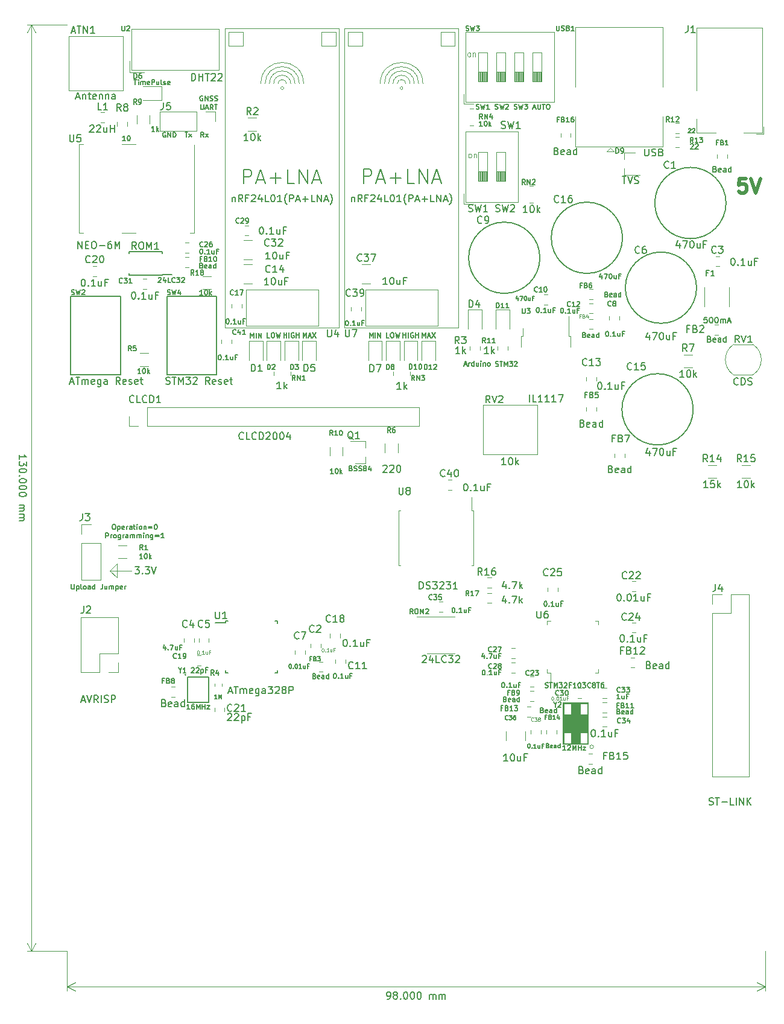
<source format=gbr>
G04 #@! TF.GenerationSoftware,KiCad,Pcbnew,(5.1.5)-3*
G04 #@! TF.CreationDate,2020-06-01T19:43:40+09:00*
G04 #@! TF.ProjectId,GPS___ ___ ver 1.1(__ __),47505370-7430-420a-91e0-302076657220,rev?*
G04 #@! TF.SameCoordinates,Original*
G04 #@! TF.FileFunction,Legend,Top*
G04 #@! TF.FilePolarity,Positive*
%FSLAX46Y46*%
G04 Gerber Fmt 4.6, Leading zero omitted, Abs format (unit mm)*
G04 Created by KiCad (PCBNEW (5.1.5)-3) date 2020-06-01 19:43:40*
%MOMM*%
%LPD*%
G04 APERTURE LIST*
%ADD10C,0.150000*%
%ADD11C,0.120000*%
%ADD12C,0.175000*%
%ADD13C,0.100000*%
%ADD14C,0.125000*%
%ADD15C,0.500000*%
G04 APERTURE END LIST*
D10*
X99166666Y-96676666D02*
X99300000Y-96676666D01*
X99366666Y-96710000D01*
X99433333Y-96776666D01*
X99466666Y-96910000D01*
X99466666Y-97143333D01*
X99433333Y-97276666D01*
X99366666Y-97343333D01*
X99300000Y-97376666D01*
X99166666Y-97376666D01*
X99100000Y-97343333D01*
X99033333Y-97276666D01*
X99000000Y-97143333D01*
X99000000Y-96910000D01*
X99033333Y-96776666D01*
X99100000Y-96710000D01*
X99166666Y-96676666D01*
X99766666Y-96910000D02*
X99766666Y-97610000D01*
X99766666Y-96943333D02*
X99833333Y-96910000D01*
X99966666Y-96910000D01*
X100033333Y-96943333D01*
X100066666Y-96976666D01*
X100100000Y-97043333D01*
X100100000Y-97243333D01*
X100066666Y-97310000D01*
X100033333Y-97343333D01*
X99966666Y-97376666D01*
X99833333Y-97376666D01*
X99766666Y-97343333D01*
X100666666Y-97343333D02*
X100600000Y-97376666D01*
X100466666Y-97376666D01*
X100400000Y-97343333D01*
X100366666Y-97276666D01*
X100366666Y-97010000D01*
X100400000Y-96943333D01*
X100466666Y-96910000D01*
X100600000Y-96910000D01*
X100666666Y-96943333D01*
X100700000Y-97010000D01*
X100700000Y-97076666D01*
X100366666Y-97143333D01*
X101000000Y-97376666D02*
X101000000Y-96910000D01*
X101000000Y-97043333D02*
X101033333Y-96976666D01*
X101066666Y-96943333D01*
X101133333Y-96910000D01*
X101200000Y-96910000D01*
X101733333Y-97376666D02*
X101733333Y-97010000D01*
X101700000Y-96943333D01*
X101633333Y-96910000D01*
X101500000Y-96910000D01*
X101433333Y-96943333D01*
X101733333Y-97343333D02*
X101666666Y-97376666D01*
X101500000Y-97376666D01*
X101433333Y-97343333D01*
X101400000Y-97276666D01*
X101400000Y-97210000D01*
X101433333Y-97143333D01*
X101500000Y-97110000D01*
X101666666Y-97110000D01*
X101733333Y-97076666D01*
X101966666Y-96910000D02*
X102233333Y-96910000D01*
X102066666Y-96676666D02*
X102066666Y-97276666D01*
X102100000Y-97343333D01*
X102166666Y-97376666D01*
X102233333Y-97376666D01*
X102466666Y-97376666D02*
X102466666Y-96910000D01*
X102466666Y-96676666D02*
X102433333Y-96710000D01*
X102466666Y-96743333D01*
X102500000Y-96710000D01*
X102466666Y-96676666D01*
X102466666Y-96743333D01*
X102900000Y-97376666D02*
X102833333Y-97343333D01*
X102800000Y-97310000D01*
X102766666Y-97243333D01*
X102766666Y-97043333D01*
X102800000Y-96976666D01*
X102833333Y-96943333D01*
X102900000Y-96910000D01*
X103000000Y-96910000D01*
X103066666Y-96943333D01*
X103100000Y-96976666D01*
X103133333Y-97043333D01*
X103133333Y-97243333D01*
X103100000Y-97310000D01*
X103066666Y-97343333D01*
X103000000Y-97376666D01*
X102900000Y-97376666D01*
X103433333Y-96910000D02*
X103433333Y-97376666D01*
X103433333Y-96976666D02*
X103466666Y-96943333D01*
X103533333Y-96910000D01*
X103633333Y-96910000D01*
X103700000Y-96943333D01*
X103733333Y-97010000D01*
X103733333Y-97376666D01*
X104066666Y-97010000D02*
X104600000Y-97010000D01*
X104600000Y-97210000D02*
X104066666Y-97210000D01*
X105066666Y-96676666D02*
X105133333Y-96676666D01*
X105200000Y-96710000D01*
X105233333Y-96743333D01*
X105266666Y-96810000D01*
X105300000Y-96943333D01*
X105300000Y-97110000D01*
X105266666Y-97243333D01*
X105233333Y-97310000D01*
X105200000Y-97343333D01*
X105133333Y-97376666D01*
X105066666Y-97376666D01*
X105000000Y-97343333D01*
X104966666Y-97310000D01*
X104933333Y-97243333D01*
X104900000Y-97110000D01*
X104900000Y-96943333D01*
X104933333Y-96810000D01*
X104966666Y-96743333D01*
X105000000Y-96710000D01*
X105066666Y-96676666D01*
X98083333Y-98576666D02*
X98083333Y-97876666D01*
X98350000Y-97876666D01*
X98416666Y-97910000D01*
X98450000Y-97943333D01*
X98483333Y-98010000D01*
X98483333Y-98110000D01*
X98450000Y-98176666D01*
X98416666Y-98210000D01*
X98350000Y-98243333D01*
X98083333Y-98243333D01*
X98783333Y-98576666D02*
X98783333Y-98110000D01*
X98783333Y-98243333D02*
X98816666Y-98176666D01*
X98850000Y-98143333D01*
X98916666Y-98110000D01*
X98983333Y-98110000D01*
X99316666Y-98576666D02*
X99250000Y-98543333D01*
X99216666Y-98510000D01*
X99183333Y-98443333D01*
X99183333Y-98243333D01*
X99216666Y-98176666D01*
X99250000Y-98143333D01*
X99316666Y-98110000D01*
X99416666Y-98110000D01*
X99483333Y-98143333D01*
X99516666Y-98176666D01*
X99550000Y-98243333D01*
X99550000Y-98443333D01*
X99516666Y-98510000D01*
X99483333Y-98543333D01*
X99416666Y-98576666D01*
X99316666Y-98576666D01*
X100150000Y-98110000D02*
X100150000Y-98676666D01*
X100116666Y-98743333D01*
X100083333Y-98776666D01*
X100016666Y-98810000D01*
X99916666Y-98810000D01*
X99850000Y-98776666D01*
X100150000Y-98543333D02*
X100083333Y-98576666D01*
X99950000Y-98576666D01*
X99883333Y-98543333D01*
X99850000Y-98510000D01*
X99816666Y-98443333D01*
X99816666Y-98243333D01*
X99850000Y-98176666D01*
X99883333Y-98143333D01*
X99950000Y-98110000D01*
X100083333Y-98110000D01*
X100150000Y-98143333D01*
X100483333Y-98576666D02*
X100483333Y-98110000D01*
X100483333Y-98243333D02*
X100516666Y-98176666D01*
X100550000Y-98143333D01*
X100616666Y-98110000D01*
X100683333Y-98110000D01*
X101216666Y-98576666D02*
X101216666Y-98210000D01*
X101183333Y-98143333D01*
X101116666Y-98110000D01*
X100983333Y-98110000D01*
X100916666Y-98143333D01*
X101216666Y-98543333D02*
X101150000Y-98576666D01*
X100983333Y-98576666D01*
X100916666Y-98543333D01*
X100883333Y-98476666D01*
X100883333Y-98410000D01*
X100916666Y-98343333D01*
X100983333Y-98310000D01*
X101150000Y-98310000D01*
X101216666Y-98276666D01*
X101550000Y-98576666D02*
X101550000Y-98110000D01*
X101550000Y-98176666D02*
X101583333Y-98143333D01*
X101650000Y-98110000D01*
X101750000Y-98110000D01*
X101816666Y-98143333D01*
X101850000Y-98210000D01*
X101850000Y-98576666D01*
X101850000Y-98210000D02*
X101883333Y-98143333D01*
X101950000Y-98110000D01*
X102050000Y-98110000D01*
X102116666Y-98143333D01*
X102150000Y-98210000D01*
X102150000Y-98576666D01*
X102483333Y-98576666D02*
X102483333Y-98110000D01*
X102483333Y-98176666D02*
X102516666Y-98143333D01*
X102583333Y-98110000D01*
X102683333Y-98110000D01*
X102750000Y-98143333D01*
X102783333Y-98210000D01*
X102783333Y-98576666D01*
X102783333Y-98210000D02*
X102816666Y-98143333D01*
X102883333Y-98110000D01*
X102983333Y-98110000D01*
X103050000Y-98143333D01*
X103083333Y-98210000D01*
X103083333Y-98576666D01*
X103416666Y-98576666D02*
X103416666Y-98110000D01*
X103416666Y-97876666D02*
X103383333Y-97910000D01*
X103416666Y-97943333D01*
X103450000Y-97910000D01*
X103416666Y-97876666D01*
X103416666Y-97943333D01*
X103750000Y-98110000D02*
X103750000Y-98576666D01*
X103750000Y-98176666D02*
X103783333Y-98143333D01*
X103850000Y-98110000D01*
X103950000Y-98110000D01*
X104016666Y-98143333D01*
X104050000Y-98210000D01*
X104050000Y-98576666D01*
X104683333Y-98110000D02*
X104683333Y-98676666D01*
X104650000Y-98743333D01*
X104616666Y-98776666D01*
X104550000Y-98810000D01*
X104450000Y-98810000D01*
X104383333Y-98776666D01*
X104683333Y-98543333D02*
X104616666Y-98576666D01*
X104483333Y-98576666D01*
X104416666Y-98543333D01*
X104383333Y-98510000D01*
X104350000Y-98443333D01*
X104350000Y-98243333D01*
X104383333Y-98176666D01*
X104416666Y-98143333D01*
X104483333Y-98110000D01*
X104616666Y-98110000D01*
X104683333Y-98143333D01*
X105016666Y-98210000D02*
X105550000Y-98210000D01*
X105550000Y-98410000D02*
X105016666Y-98410000D01*
X106250000Y-98576666D02*
X105850000Y-98576666D01*
X106050000Y-98576666D02*
X106050000Y-97876666D01*
X105983333Y-97976666D01*
X105916666Y-98043333D01*
X105850000Y-98076666D01*
D11*
X99650000Y-104160000D02*
X99650000Y-102160000D01*
X98650000Y-103160000D02*
X99650000Y-104160000D01*
X98650000Y-103160000D02*
X99650000Y-102160000D01*
D10*
X102173809Y-102612380D02*
X102792857Y-102612380D01*
X102459523Y-102993333D01*
X102602380Y-102993333D01*
X102697619Y-103040952D01*
X102745238Y-103088571D01*
X102792857Y-103183809D01*
X102792857Y-103421904D01*
X102745238Y-103517142D01*
X102697619Y-103564761D01*
X102602380Y-103612380D01*
X102316666Y-103612380D01*
X102221428Y-103564761D01*
X102173809Y-103517142D01*
X103221428Y-103517142D02*
X103269047Y-103564761D01*
X103221428Y-103612380D01*
X103173809Y-103564761D01*
X103221428Y-103517142D01*
X103221428Y-103612380D01*
X103602380Y-102612380D02*
X104221428Y-102612380D01*
X103888095Y-102993333D01*
X104030952Y-102993333D01*
X104126190Y-103040952D01*
X104173809Y-103088571D01*
X104221428Y-103183809D01*
X104221428Y-103421904D01*
X104173809Y-103517142D01*
X104126190Y-103564761D01*
X104030952Y-103612380D01*
X103745238Y-103612380D01*
X103650000Y-103564761D01*
X103602380Y-103517142D01*
X104507142Y-102612380D02*
X104840476Y-103612380D01*
X105173809Y-102612380D01*
D11*
X98650000Y-103160000D02*
X101650000Y-103160000D01*
D12*
X111675000Y-36572500D02*
X111608333Y-36539166D01*
X111508333Y-36539166D01*
X111408333Y-36572500D01*
X111341666Y-36639166D01*
X111308333Y-36705833D01*
X111275000Y-36839166D01*
X111275000Y-36939166D01*
X111308333Y-37072500D01*
X111341666Y-37139166D01*
X111408333Y-37205833D01*
X111508333Y-37239166D01*
X111575000Y-37239166D01*
X111675000Y-37205833D01*
X111708333Y-37172500D01*
X111708333Y-36939166D01*
X111575000Y-36939166D01*
X112008333Y-37239166D02*
X112008333Y-36539166D01*
X112408333Y-37239166D01*
X112408333Y-36539166D01*
X112708333Y-37205833D02*
X112808333Y-37239166D01*
X112975000Y-37239166D01*
X113041666Y-37205833D01*
X113075000Y-37172500D01*
X113108333Y-37105833D01*
X113108333Y-37039166D01*
X113075000Y-36972500D01*
X113041666Y-36939166D01*
X112975000Y-36905833D01*
X112841666Y-36872500D01*
X112775000Y-36839166D01*
X112741666Y-36805833D01*
X112708333Y-36739166D01*
X112708333Y-36672500D01*
X112741666Y-36605833D01*
X112775000Y-36572500D01*
X112841666Y-36539166D01*
X113008333Y-36539166D01*
X113108333Y-36572500D01*
X113375000Y-37205833D02*
X113475000Y-37239166D01*
X113641666Y-37239166D01*
X113708333Y-37205833D01*
X113741666Y-37172500D01*
X113775000Y-37105833D01*
X113775000Y-37039166D01*
X113741666Y-36972500D01*
X113708333Y-36939166D01*
X113641666Y-36905833D01*
X113508333Y-36872500D01*
X113441666Y-36839166D01*
X113408333Y-36805833D01*
X113375000Y-36739166D01*
X113375000Y-36672500D01*
X113408333Y-36605833D01*
X113441666Y-36572500D01*
X113508333Y-36539166D01*
X113675000Y-36539166D01*
X113775000Y-36572500D01*
X111408333Y-37764166D02*
X111408333Y-38330833D01*
X111441666Y-38397500D01*
X111475000Y-38430833D01*
X111541666Y-38464166D01*
X111675000Y-38464166D01*
X111741666Y-38430833D01*
X111775000Y-38397500D01*
X111808333Y-38330833D01*
X111808333Y-37764166D01*
X112108333Y-38264166D02*
X112441666Y-38264166D01*
X112041666Y-38464166D02*
X112275000Y-37764166D01*
X112508333Y-38464166D01*
X113141666Y-38464166D02*
X112908333Y-38130833D01*
X112741666Y-38464166D02*
X112741666Y-37764166D01*
X113008333Y-37764166D01*
X113075000Y-37797500D01*
X113108333Y-37830833D01*
X113141666Y-37897500D01*
X113141666Y-37997500D01*
X113108333Y-38064166D01*
X113075000Y-38097500D01*
X113008333Y-38130833D01*
X112741666Y-38130833D01*
X113341666Y-37764166D02*
X113741666Y-37764166D01*
X113541666Y-38464166D02*
X113541666Y-37764166D01*
D10*
X137602380Y-163282380D02*
X137792857Y-163282380D01*
X137888095Y-163234761D01*
X137935714Y-163187142D01*
X138030952Y-163044285D01*
X138078571Y-162853809D01*
X138078571Y-162472857D01*
X138030952Y-162377619D01*
X137983333Y-162330000D01*
X137888095Y-162282380D01*
X137697619Y-162282380D01*
X137602380Y-162330000D01*
X137554761Y-162377619D01*
X137507142Y-162472857D01*
X137507142Y-162710952D01*
X137554761Y-162806190D01*
X137602380Y-162853809D01*
X137697619Y-162901428D01*
X137888095Y-162901428D01*
X137983333Y-162853809D01*
X138030952Y-162806190D01*
X138078571Y-162710952D01*
X138650000Y-162710952D02*
X138554761Y-162663333D01*
X138507142Y-162615714D01*
X138459523Y-162520476D01*
X138459523Y-162472857D01*
X138507142Y-162377619D01*
X138554761Y-162330000D01*
X138650000Y-162282380D01*
X138840476Y-162282380D01*
X138935714Y-162330000D01*
X138983333Y-162377619D01*
X139030952Y-162472857D01*
X139030952Y-162520476D01*
X138983333Y-162615714D01*
X138935714Y-162663333D01*
X138840476Y-162710952D01*
X138650000Y-162710952D01*
X138554761Y-162758571D01*
X138507142Y-162806190D01*
X138459523Y-162901428D01*
X138459523Y-163091904D01*
X138507142Y-163187142D01*
X138554761Y-163234761D01*
X138650000Y-163282380D01*
X138840476Y-163282380D01*
X138935714Y-163234761D01*
X138983333Y-163187142D01*
X139030952Y-163091904D01*
X139030952Y-162901428D01*
X138983333Y-162806190D01*
X138935714Y-162758571D01*
X138840476Y-162710952D01*
X139459523Y-163187142D02*
X139507142Y-163234761D01*
X139459523Y-163282380D01*
X139411904Y-163234761D01*
X139459523Y-163187142D01*
X139459523Y-163282380D01*
X140126190Y-162282380D02*
X140221428Y-162282380D01*
X140316666Y-162330000D01*
X140364285Y-162377619D01*
X140411904Y-162472857D01*
X140459523Y-162663333D01*
X140459523Y-162901428D01*
X140411904Y-163091904D01*
X140364285Y-163187142D01*
X140316666Y-163234761D01*
X140221428Y-163282380D01*
X140126190Y-163282380D01*
X140030952Y-163234761D01*
X139983333Y-163187142D01*
X139935714Y-163091904D01*
X139888095Y-162901428D01*
X139888095Y-162663333D01*
X139935714Y-162472857D01*
X139983333Y-162377619D01*
X140030952Y-162330000D01*
X140126190Y-162282380D01*
X141078571Y-162282380D02*
X141173809Y-162282380D01*
X141269047Y-162330000D01*
X141316666Y-162377619D01*
X141364285Y-162472857D01*
X141411904Y-162663333D01*
X141411904Y-162901428D01*
X141364285Y-163091904D01*
X141316666Y-163187142D01*
X141269047Y-163234761D01*
X141173809Y-163282380D01*
X141078571Y-163282380D01*
X140983333Y-163234761D01*
X140935714Y-163187142D01*
X140888095Y-163091904D01*
X140840476Y-162901428D01*
X140840476Y-162663333D01*
X140888095Y-162472857D01*
X140935714Y-162377619D01*
X140983333Y-162330000D01*
X141078571Y-162282380D01*
X142030952Y-162282380D02*
X142126190Y-162282380D01*
X142221428Y-162330000D01*
X142269047Y-162377619D01*
X142316666Y-162472857D01*
X142364285Y-162663333D01*
X142364285Y-162901428D01*
X142316666Y-163091904D01*
X142269047Y-163187142D01*
X142221428Y-163234761D01*
X142126190Y-163282380D01*
X142030952Y-163282380D01*
X141935714Y-163234761D01*
X141888095Y-163187142D01*
X141840476Y-163091904D01*
X141792857Y-162901428D01*
X141792857Y-162663333D01*
X141840476Y-162472857D01*
X141888095Y-162377619D01*
X141935714Y-162330000D01*
X142030952Y-162282380D01*
X143554761Y-163282380D02*
X143554761Y-162615714D01*
X143554761Y-162710952D02*
X143602380Y-162663333D01*
X143697619Y-162615714D01*
X143840476Y-162615714D01*
X143935714Y-162663333D01*
X143983333Y-162758571D01*
X143983333Y-163282380D01*
X143983333Y-162758571D02*
X144030952Y-162663333D01*
X144126190Y-162615714D01*
X144269047Y-162615714D01*
X144364285Y-162663333D01*
X144411904Y-162758571D01*
X144411904Y-163282380D01*
X144888095Y-163282380D02*
X144888095Y-162615714D01*
X144888095Y-162710952D02*
X144935714Y-162663333D01*
X145030952Y-162615714D01*
X145173809Y-162615714D01*
X145269047Y-162663333D01*
X145316666Y-162758571D01*
X145316666Y-163282380D01*
X145316666Y-162758571D02*
X145364285Y-162663333D01*
X145459523Y-162615714D01*
X145602380Y-162615714D01*
X145697619Y-162663333D01*
X145745238Y-162758571D01*
X145745238Y-163282380D01*
D11*
X190650000Y-161560000D02*
X92650000Y-161560000D01*
X190650000Y-156560000D02*
X190650000Y-162146421D01*
X92650000Y-156560000D02*
X92650000Y-162146421D01*
X92650000Y-161560000D02*
X93776504Y-160973579D01*
X92650000Y-161560000D02*
X93776504Y-162146421D01*
X190650000Y-161560000D02*
X189523496Y-160973579D01*
X190650000Y-161560000D02*
X189523496Y-162146421D01*
D10*
X85927619Y-87512380D02*
X85927619Y-86940952D01*
X85927619Y-87226666D02*
X86927619Y-87226666D01*
X86784761Y-87131428D01*
X86689523Y-87036190D01*
X86641904Y-86940952D01*
X86927619Y-87845714D02*
X86927619Y-88464761D01*
X86546666Y-88131428D01*
X86546666Y-88274285D01*
X86499047Y-88369523D01*
X86451428Y-88417142D01*
X86356190Y-88464761D01*
X86118095Y-88464761D01*
X86022857Y-88417142D01*
X85975238Y-88369523D01*
X85927619Y-88274285D01*
X85927619Y-87988571D01*
X85975238Y-87893333D01*
X86022857Y-87845714D01*
X86927619Y-89083809D02*
X86927619Y-89179047D01*
X86880000Y-89274285D01*
X86832380Y-89321904D01*
X86737142Y-89369523D01*
X86546666Y-89417142D01*
X86308571Y-89417142D01*
X86118095Y-89369523D01*
X86022857Y-89321904D01*
X85975238Y-89274285D01*
X85927619Y-89179047D01*
X85927619Y-89083809D01*
X85975238Y-88988571D01*
X86022857Y-88940952D01*
X86118095Y-88893333D01*
X86308571Y-88845714D01*
X86546666Y-88845714D01*
X86737142Y-88893333D01*
X86832380Y-88940952D01*
X86880000Y-88988571D01*
X86927619Y-89083809D01*
X86022857Y-89845714D02*
X85975238Y-89893333D01*
X85927619Y-89845714D01*
X85975238Y-89798095D01*
X86022857Y-89845714D01*
X85927619Y-89845714D01*
X86927619Y-90512380D02*
X86927619Y-90607619D01*
X86880000Y-90702857D01*
X86832380Y-90750476D01*
X86737142Y-90798095D01*
X86546666Y-90845714D01*
X86308571Y-90845714D01*
X86118095Y-90798095D01*
X86022857Y-90750476D01*
X85975238Y-90702857D01*
X85927619Y-90607619D01*
X85927619Y-90512380D01*
X85975238Y-90417142D01*
X86022857Y-90369523D01*
X86118095Y-90321904D01*
X86308571Y-90274285D01*
X86546666Y-90274285D01*
X86737142Y-90321904D01*
X86832380Y-90369523D01*
X86880000Y-90417142D01*
X86927619Y-90512380D01*
X86927619Y-91464761D02*
X86927619Y-91560000D01*
X86880000Y-91655238D01*
X86832380Y-91702857D01*
X86737142Y-91750476D01*
X86546666Y-91798095D01*
X86308571Y-91798095D01*
X86118095Y-91750476D01*
X86022857Y-91702857D01*
X85975238Y-91655238D01*
X85927619Y-91560000D01*
X85927619Y-91464761D01*
X85975238Y-91369523D01*
X86022857Y-91321904D01*
X86118095Y-91274285D01*
X86308571Y-91226666D01*
X86546666Y-91226666D01*
X86737142Y-91274285D01*
X86832380Y-91321904D01*
X86880000Y-91369523D01*
X86927619Y-91464761D01*
X86927619Y-92417142D02*
X86927619Y-92512380D01*
X86880000Y-92607619D01*
X86832380Y-92655238D01*
X86737142Y-92702857D01*
X86546666Y-92750476D01*
X86308571Y-92750476D01*
X86118095Y-92702857D01*
X86022857Y-92655238D01*
X85975238Y-92607619D01*
X85927619Y-92512380D01*
X85927619Y-92417142D01*
X85975238Y-92321904D01*
X86022857Y-92274285D01*
X86118095Y-92226666D01*
X86308571Y-92179047D01*
X86546666Y-92179047D01*
X86737142Y-92226666D01*
X86832380Y-92274285D01*
X86880000Y-92321904D01*
X86927619Y-92417142D01*
X85927619Y-93940952D02*
X86594285Y-93940952D01*
X86499047Y-93940952D02*
X86546666Y-93988571D01*
X86594285Y-94083809D01*
X86594285Y-94226666D01*
X86546666Y-94321904D01*
X86451428Y-94369523D01*
X85927619Y-94369523D01*
X86451428Y-94369523D02*
X86546666Y-94417142D01*
X86594285Y-94512380D01*
X86594285Y-94655238D01*
X86546666Y-94750476D01*
X86451428Y-94798095D01*
X85927619Y-94798095D01*
X85927619Y-95274285D02*
X86594285Y-95274285D01*
X86499047Y-95274285D02*
X86546666Y-95321904D01*
X86594285Y-95417142D01*
X86594285Y-95560000D01*
X86546666Y-95655238D01*
X86451428Y-95702857D01*
X85927619Y-95702857D01*
X86451428Y-95702857D02*
X86546666Y-95750476D01*
X86594285Y-95845714D01*
X86594285Y-95988571D01*
X86546666Y-96083809D01*
X86451428Y-96131428D01*
X85927619Y-96131428D01*
D11*
X87650000Y-26560000D02*
X87650000Y-156560000D01*
X92650000Y-26560000D02*
X87063579Y-26560000D01*
X92650000Y-156560000D02*
X87063579Y-156560000D01*
X87650000Y-156560000D02*
X87063579Y-155433496D01*
X87650000Y-156560000D02*
X88236421Y-155433496D01*
X87650000Y-26560000D02*
X87063579Y-27686504D01*
X87650000Y-26560000D02*
X88236421Y-27686504D01*
G04 #@! TO.C,FB1*
X185342600Y-44793402D02*
X185342600Y-45310558D01*
X183922600Y-44793402D02*
X183922600Y-45310558D01*
D10*
G04 #@! TO.C,C16*
X170622000Y-56466000D02*
G75*
G03X170622000Y-56466000I-5000000J0D01*
G01*
D11*
G04 #@! TO.C,U2*
X101730000Y-32930000D02*
X101730000Y-27190000D01*
X101730000Y-27180000D02*
X113990000Y-27180000D01*
X113990000Y-27180000D02*
X113990000Y-32940000D01*
X113990000Y-32940000D02*
X101740000Y-32940000D01*
X101450000Y-33220000D02*
X103450000Y-33220000D01*
X101450000Y-33220000D02*
X101450000Y-31610000D01*
G04 #@! TO.C,U6*
X167260000Y-110700000D02*
X167260000Y-110250000D01*
X167260000Y-110250000D02*
X166810000Y-110250000D01*
X167260000Y-117020000D02*
X167260000Y-117470000D01*
X167260000Y-117470000D02*
X166810000Y-117470000D01*
X160040000Y-110700000D02*
X160040000Y-110250000D01*
X160040000Y-110250000D02*
X160490000Y-110250000D01*
X160040000Y-117020000D02*
X160040000Y-117470000D01*
X160040000Y-117470000D02*
X160490000Y-117470000D01*
X160490000Y-117470000D02*
X160490000Y-118760000D01*
G04 #@! TO.C,USB1*
X163990000Y-39400000D02*
X163990000Y-43660000D01*
X163990000Y-43660000D02*
X176310000Y-43660000D01*
X176310000Y-43660000D02*
X176310000Y-39400000D01*
X163990000Y-35300000D02*
X163990000Y-26940000D01*
X163990000Y-26940000D02*
X176310000Y-26940000D01*
X176310000Y-26940000D02*
X176310000Y-35300000D01*
X168900000Y-43880000D02*
X168400000Y-44380000D01*
X168400000Y-44380000D02*
X169400000Y-44380000D01*
X169400000Y-44380000D02*
X168900000Y-43880000D01*
G04 #@! TO.C,ATN1*
X94150000Y-35830000D02*
X92880000Y-35830000D01*
X92880000Y-35830000D02*
X92880000Y-28210000D01*
X92880000Y-28210000D02*
X100500000Y-28210000D01*
X100500000Y-28210000D02*
X100500000Y-35830000D01*
X100500000Y-35830000D02*
X94150000Y-35830000D01*
D10*
G04 #@! TO.C,C1*
X185156000Y-51588000D02*
G75*
G03X185156000Y-51588000I-5000000J0D01*
G01*
D11*
G04 #@! TO.C,C2*
X128260000Y-113463922D02*
X128260000Y-113981078D01*
X126840000Y-113463922D02*
X126840000Y-113981078D01*
G04 #@! TO.C,C3*
X184246078Y-59050000D02*
X183728922Y-59050000D01*
X184246078Y-60470000D02*
X183728922Y-60470000D01*
G04 #@! TO.C,C4*
X109040000Y-113156078D02*
X109040000Y-112638922D01*
X110460000Y-113156078D02*
X110460000Y-112638922D01*
G04 #@! TO.C,C5*
X112560000Y-113156078D02*
X112560000Y-112638922D01*
X111140000Y-113156078D02*
X111140000Y-112638922D01*
D10*
G04 #@! TO.C,C6*
X181022000Y-63466000D02*
G75*
G03X181022000Y-63466000I-5000000J0D01*
G01*
D11*
G04 #@! TO.C,C7*
X126060000Y-114363922D02*
X126060000Y-114881078D01*
X124640000Y-114363922D02*
X124640000Y-114881078D01*
G04 #@! TO.C,C8*
X168740000Y-67956078D02*
X168740000Y-67438922D01*
X170160000Y-67956078D02*
X170160000Y-67438922D01*
D10*
G04 #@! TO.C,C9*
X159022000Y-59266000D02*
G75*
G03X159022000Y-59266000I-5000000J0D01*
G01*
D11*
G04 #@! TO.C,C10*
X159591422Y-64450000D02*
X160108578Y-64450000D01*
X159591422Y-65870000D02*
X160108578Y-65870000D01*
G04 #@! TO.C,C11*
X130340000Y-115663922D02*
X130340000Y-116181078D01*
X131760000Y-115663922D02*
X131760000Y-116181078D01*
G04 #@! TO.C,C12*
X165953922Y-67070000D02*
X166471078Y-67070000D01*
X165953922Y-65650000D02*
X166471078Y-65650000D01*
G04 #@! TO.C,C13*
X166960000Y-76556078D02*
X166960000Y-76038922D01*
X165540000Y-76556078D02*
X165540000Y-76038922D01*
G04 #@! TO.C,C14*
X117397936Y-60200000D02*
X118602064Y-60200000D01*
X117397936Y-62920000D02*
X118602064Y-62920000D01*
D10*
G04 #@! TO.C,C15*
X180544000Y-80532000D02*
G75*
G03X180544000Y-80532000I-5000000J0D01*
G01*
D11*
G04 #@! TO.C,C17*
X117160000Y-65801422D02*
X117160000Y-66318578D01*
X115740000Y-65801422D02*
X115740000Y-66318578D01*
G04 #@! TO.C,C18*
X129540000Y-112038922D02*
X129540000Y-112556078D01*
X130960000Y-112038922D02*
X130960000Y-112556078D01*
G04 #@! TO.C,C19*
X111446078Y-115050000D02*
X110928922Y-115050000D01*
X111446078Y-116470000D02*
X110928922Y-116470000D01*
G04 #@! TO.C,C20*
X96253922Y-61870000D02*
X96771078Y-61870000D01*
X96253922Y-60450000D02*
X96771078Y-60450000D01*
G04 #@! TO.C,C21*
X113340000Y-122956078D02*
X113340000Y-122438922D01*
X114760000Y-122956078D02*
X114760000Y-122438922D01*
G04 #@! TO.C,C22*
X172496078Y-106070000D02*
X171978922Y-106070000D01*
X172496078Y-104650000D02*
X171978922Y-104650000D01*
G04 #@! TO.C,C23*
X158171078Y-119470000D02*
X157653922Y-119470000D01*
X158171078Y-118050000D02*
X157653922Y-118050000D01*
G04 #@! TO.C,C24*
X171928922Y-111870000D02*
X172446078Y-111870000D01*
X171928922Y-110450000D02*
X172446078Y-110450000D01*
G04 #@! TO.C,C25*
X160140000Y-106081078D02*
X160140000Y-105563922D01*
X161560000Y-106081078D02*
X161560000Y-105563922D01*
G04 #@! TO.C,C26*
X109708578Y-57150000D02*
X109191422Y-57150000D01*
X109708578Y-58570000D02*
X109191422Y-58570000D01*
G04 #@! TO.C,C27*
X155571078Y-114050000D02*
X155053922Y-114050000D01*
X155571078Y-115470000D02*
X155053922Y-115470000D01*
G04 #@! TO.C,C28*
X155053922Y-116050000D02*
X155571078Y-116050000D01*
X155053922Y-117470000D02*
X155571078Y-117470000D01*
G04 #@! TO.C,C29*
X118083578Y-54725000D02*
X117566422Y-54725000D01*
X118083578Y-56145000D02*
X117566422Y-56145000D01*
G04 #@! TO.C,C30*
X164846078Y-121070000D02*
X164328922Y-121070000D01*
X164846078Y-119650000D02*
X164328922Y-119650000D01*
G04 #@! TO.C,C31*
X103328922Y-62250000D02*
X103846078Y-62250000D01*
X103328922Y-63670000D02*
X103846078Y-63670000D01*
G04 #@! TO.C,C32*
X118602064Y-56800000D02*
X117397936Y-56800000D01*
X118602064Y-59520000D02*
X117397936Y-59520000D01*
G04 #@! TO.C,C33*
X167853922Y-121070000D02*
X168371078Y-121070000D01*
X167853922Y-119650000D02*
X168371078Y-119650000D01*
G04 #@! TO.C,C34*
X167853922Y-125070000D02*
X168371078Y-125070000D01*
X167853922Y-123650000D02*
X168371078Y-123650000D01*
G04 #@! TO.C,C35*
X144828922Y-107500000D02*
X145346078Y-107500000D01*
X144828922Y-108920000D02*
X145346078Y-108920000D01*
G04 #@! TO.C,C36*
X154290000Y-126962064D02*
X154290000Y-125757936D01*
X157010000Y-126962064D02*
X157010000Y-125757936D01*
G04 #@! TO.C,C37*
X134047936Y-62920000D02*
X135252064Y-62920000D01*
X134047936Y-60200000D02*
X135252064Y-60200000D01*
G04 #@! TO.C,C38*
X159160000Y-126081078D02*
X159160000Y-125563922D01*
X157740000Y-126081078D02*
X157740000Y-125563922D01*
G04 #@! TO.C,C39*
X133960000Y-66163922D02*
X133960000Y-66681078D01*
X132540000Y-66163922D02*
X132540000Y-66681078D01*
G04 #@! TO.C,C40*
X146646078Y-91820000D02*
X146128922Y-91820000D01*
X146646078Y-90400000D02*
X146128922Y-90400000D01*
G04 #@! TO.C,C41*
X114340000Y-70763922D02*
X114340000Y-71281078D01*
X115760000Y-70763922D02*
X115760000Y-71281078D01*
G04 #@! TO.C,CLCD1*
X142080000Y-82890000D02*
X142080000Y-80230000D01*
X103920000Y-82890000D02*
X142080000Y-82890000D01*
X103920000Y-80230000D02*
X142080000Y-80230000D01*
X103920000Y-82890000D02*
X103920000Y-80230000D01*
X102650000Y-82890000D02*
X101320000Y-82890000D01*
X101320000Y-82890000D02*
X101320000Y-81560000D01*
G04 #@! TO.C,D1*
X120110000Y-73622500D02*
X120110000Y-70937500D01*
X120110000Y-70937500D02*
X118190000Y-70937500D01*
X118190000Y-70937500D02*
X118190000Y-73622500D01*
G04 #@! TO.C,D2*
X120690000Y-70937500D02*
X120690000Y-73622500D01*
X122610000Y-70937500D02*
X120690000Y-70937500D01*
X122610000Y-73622500D02*
X122610000Y-70937500D01*
G04 #@! TO.C,D3*
X125110000Y-73622500D02*
X125110000Y-70937500D01*
X125110000Y-70937500D02*
X123190000Y-70937500D01*
X123190000Y-70937500D02*
X123190000Y-73622500D01*
G04 #@! TO.C,D4*
X150840000Y-69222500D02*
X150840000Y-66537500D01*
X150840000Y-66537500D02*
X148920000Y-66537500D01*
X148920000Y-66537500D02*
X148920000Y-69222500D01*
G04 #@! TO.C,D5*
X125690000Y-70937500D02*
X125690000Y-73622500D01*
X127610000Y-70937500D02*
X125690000Y-70937500D01*
X127610000Y-73622500D02*
X127610000Y-70937500D01*
G04 #@! TO.C,D6*
X105947500Y-35225000D02*
X103262500Y-35225000D01*
X105947500Y-37145000D02*
X105947500Y-35225000D01*
X103262500Y-37145000D02*
X105947500Y-37145000D01*
G04 #@! TO.C,D7*
X136860000Y-73622500D02*
X136860000Y-70937500D01*
X136860000Y-70937500D02*
X134940000Y-70937500D01*
X134940000Y-70937500D02*
X134940000Y-73622500D01*
G04 #@! TO.C,D8*
X137440000Y-70937500D02*
X137440000Y-73622500D01*
X139360000Y-70937500D02*
X137440000Y-70937500D01*
X139360000Y-73622500D02*
X139360000Y-70937500D01*
G04 #@! TO.C,D9*
X170890000Y-44480000D02*
X170890000Y-45410000D01*
X170890000Y-47640000D02*
X170890000Y-46710000D01*
X170890000Y-47640000D02*
X173050000Y-47640000D01*
X170890000Y-44480000D02*
X172350000Y-44480000D01*
G04 #@! TO.C,D10*
X141860000Y-73622500D02*
X141860000Y-70937500D01*
X141860000Y-70937500D02*
X139940000Y-70937500D01*
X139940000Y-70937500D02*
X139940000Y-73622500D01*
G04 #@! TO.C,D11*
X154740000Y-69222500D02*
X154740000Y-66537500D01*
X154740000Y-66537500D02*
X152820000Y-66537500D01*
X152820000Y-66537500D02*
X152820000Y-69222500D01*
G04 #@! TO.C,D12*
X142440000Y-70937500D02*
X142440000Y-73622500D01*
X144360000Y-70937500D02*
X142440000Y-70937500D01*
X144360000Y-73622500D02*
X144360000Y-70937500D01*
G04 #@! TO.C,F1*
X182140000Y-66146252D02*
X182140000Y-63373748D01*
X185560000Y-66146252D02*
X185560000Y-63373748D01*
G04 #@! TO.C,FB2*
X184108578Y-70070000D02*
X183591422Y-70070000D01*
X184108578Y-68650000D02*
X183591422Y-68650000D01*
G04 #@! TO.C,FB3*
X127991422Y-115950000D02*
X128508578Y-115950000D01*
X127991422Y-117370000D02*
X128508578Y-117370000D01*
G04 #@! TO.C,FB4*
X166446078Y-67850000D02*
X165928922Y-67850000D01*
X166446078Y-69270000D02*
X165928922Y-69270000D01*
G04 #@! TO.C,FB5*
X166960000Y-80238922D02*
X166960000Y-80756078D01*
X165540000Y-80238922D02*
X165540000Y-80756078D01*
G04 #@! TO.C,FB6*
X165953922Y-65070000D02*
X166471078Y-65070000D01*
X165953922Y-63650000D02*
X166471078Y-63650000D01*
G04 #@! TO.C,FB7*
X169540000Y-86763922D02*
X169540000Y-87281078D01*
X170960000Y-86763922D02*
X170960000Y-87281078D01*
G04 #@! TO.C,FB8*
X107253922Y-120870000D02*
X107771078Y-120870000D01*
X107253922Y-119450000D02*
X107771078Y-119450000D01*
G04 #@! TO.C,FB9*
X157653922Y-121470000D02*
X158171078Y-121470000D01*
X157653922Y-120050000D02*
X158171078Y-120050000D01*
G04 #@! TO.C,FB10*
X109191422Y-59150000D02*
X109708578Y-59150000D01*
X109191422Y-60570000D02*
X109708578Y-60570000D01*
G04 #@! TO.C,FB11*
X167853922Y-121650000D02*
X168371078Y-121650000D01*
X167853922Y-123070000D02*
X168371078Y-123070000D01*
G04 #@! TO.C,FB12*
X171753922Y-115350000D02*
X172271078Y-115350000D01*
X171753922Y-116770000D02*
X172271078Y-116770000D01*
G04 #@! TO.C,FB13*
X157253922Y-123670000D02*
X157771078Y-123670000D01*
X157253922Y-122250000D02*
X157771078Y-122250000D01*
G04 #@! TO.C,FB14*
X159940000Y-125563922D02*
X159940000Y-126081078D01*
X161360000Y-125563922D02*
X161360000Y-126081078D01*
G04 #@! TO.C,FB15*
X165853922Y-128850000D02*
X166371078Y-128850000D01*
X165853922Y-130270000D02*
X166371078Y-130270000D01*
G04 #@! TO.C,FB16*
X161940000Y-41801422D02*
X161940000Y-42318578D01*
X163360000Y-41801422D02*
X163360000Y-42318578D01*
G04 #@! TO.C,J1*
X189400000Y-41910000D02*
X190450000Y-41910000D01*
X190450000Y-40860000D02*
X190450000Y-41910000D01*
X181050000Y-35810000D02*
X181050000Y-27010000D01*
X181050000Y-27010000D02*
X190250000Y-27010000D01*
X183750000Y-41710000D02*
X181050000Y-41710000D01*
X181050000Y-41710000D02*
X181050000Y-39810000D01*
X190250000Y-27010000D02*
X190250000Y-41710000D01*
X190250000Y-41710000D02*
X187650000Y-41710000D01*
G04 #@! TO.C,J2*
X99814000Y-109687800D02*
X94614000Y-109687800D01*
X99814000Y-114827800D02*
X99814000Y-109687800D01*
X94614000Y-117427800D02*
X94614000Y-109687800D01*
X99814000Y-114827800D02*
X97214000Y-114827800D01*
X97214000Y-114827800D02*
X97214000Y-117427800D01*
X97214000Y-117427800D02*
X94614000Y-117427800D01*
X99814000Y-116097800D02*
X99814000Y-117427800D01*
X99814000Y-117427800D02*
X98484000Y-117427800D01*
G04 #@! TO.C,J3*
X94695000Y-104445000D02*
X97355000Y-104445000D01*
X94695000Y-99305000D02*
X94695000Y-104445000D01*
X97355000Y-99305000D02*
X97355000Y-104445000D01*
X94695000Y-99305000D02*
X97355000Y-99305000D01*
X94695000Y-98035000D02*
X94695000Y-96705000D01*
X94695000Y-96705000D02*
X96025000Y-96705000D01*
G04 #@! TO.C,J4*
X183224000Y-132030000D02*
X188424000Y-132030000D01*
X183224000Y-109110000D02*
X183224000Y-132030000D01*
X188424000Y-106510000D02*
X188424000Y-132030000D01*
X183224000Y-109110000D02*
X185824000Y-109110000D01*
X185824000Y-109110000D02*
X185824000Y-106510000D01*
X185824000Y-106510000D02*
X188424000Y-106510000D01*
X183224000Y-107840000D02*
X183224000Y-106510000D01*
X183224000Y-106510000D02*
X184554000Y-106510000D01*
G04 #@! TO.C,L1*
X97328922Y-40270000D02*
X97846078Y-40270000D01*
X97328922Y-38850000D02*
X97846078Y-38850000D01*
G04 #@! TO.C,Q1*
X134560000Y-88140000D02*
X133100000Y-88140000D01*
X134560000Y-84980000D02*
X132400000Y-84980000D01*
X134560000Y-84980000D02*
X134560000Y-85910000D01*
X134560000Y-88140000D02*
X134560000Y-87210000D01*
G04 #@! TO.C,R1*
X101027064Y-99625000D02*
X99822936Y-99625000D01*
X101027064Y-101445000D02*
X99822936Y-101445000D01*
G04 #@! TO.C,R2*
X118047936Y-39650000D02*
X119252064Y-39650000D01*
X118047936Y-41470000D02*
X119252064Y-41470000D01*
G04 #@! TO.C,R3*
X150590000Y-72206078D02*
X150590000Y-71688922D01*
X149170000Y-72206078D02*
X149170000Y-71688922D01*
G04 #@! TO.C,R4*
X114360000Y-119009721D02*
X114360000Y-119335279D01*
X113340000Y-119009721D02*
X113340000Y-119335279D01*
G04 #@! TO.C,R5*
X104052064Y-72650000D02*
X102847936Y-72650000D01*
X104052064Y-74470000D02*
X102847936Y-74470000D01*
G04 #@! TO.C,R6*
X137290000Y-86562064D02*
X137290000Y-85357936D01*
X139110000Y-86562064D02*
X139110000Y-85357936D01*
G04 #@! TO.C,R7*
X179247936Y-72850000D02*
X180452064Y-72850000D01*
X179247936Y-74670000D02*
X180452064Y-74670000D01*
G04 #@! TO.C,R8*
X101110000Y-40756078D02*
X101110000Y-40238922D01*
X99690000Y-40756078D02*
X99690000Y-40238922D01*
G04 #@! TO.C,R9*
X104260000Y-39257936D02*
X104260000Y-40462064D01*
X102440000Y-39257936D02*
X102440000Y-40462064D01*
G04 #@! TO.C,R10*
X131360000Y-87012064D02*
X131360000Y-85807936D01*
X129540000Y-87012064D02*
X129540000Y-85807936D01*
G04 #@! TO.C,R11*
X154490000Y-71663922D02*
X154490000Y-72181078D01*
X153070000Y-71663922D02*
X153070000Y-72181078D01*
G04 #@! TO.C,R12*
X178078922Y-40350000D02*
X178596078Y-40350000D01*
X178078922Y-41770000D02*
X178596078Y-41770000D01*
G04 #@! TO.C,R13*
X178078922Y-42350000D02*
X178596078Y-42350000D01*
X178078922Y-43770000D02*
X178596078Y-43770000D01*
G04 #@! TO.C,R14*
X182597936Y-90170000D02*
X183802064Y-90170000D01*
X182597936Y-88350000D02*
X183802064Y-88350000D01*
G04 #@! TO.C,R15*
X187347936Y-90170000D02*
X188552064Y-90170000D01*
X187347936Y-88350000D02*
X188552064Y-88350000D01*
G04 #@! TO.C,R16*
X152196078Y-104150000D02*
X151678922Y-104150000D01*
X152196078Y-105570000D02*
X151678922Y-105570000D01*
G04 #@! TO.C,R17*
X152196078Y-107720000D02*
X151678922Y-107720000D01*
X152196078Y-106300000D02*
X151678922Y-106300000D01*
G04 #@! TO.C,R18*
X112852064Y-63670000D02*
X111647936Y-63670000D01*
X112852064Y-61850000D02*
X111647936Y-61850000D01*
G04 #@! TO.C,RN2*
X158100000Y-51540000D02*
X157600000Y-51540000D01*
X158100000Y-49180000D02*
X157600000Y-49180000D01*
G04 #@! TO.C,RN4*
X149200000Y-40740000D02*
X149700000Y-40740000D01*
X149200000Y-38380000D02*
X149700000Y-38380000D01*
D10*
G04 #@! TO.C,ROM1*
X105975000Y-61685000D02*
X105975000Y-61585000D01*
X101325000Y-61685000D02*
X101325000Y-61485000D01*
X101325000Y-58435000D02*
X101325000Y-58635000D01*
X105975000Y-58435000D02*
X105975000Y-58635000D01*
X105975000Y-61685000D02*
X101325000Y-61685000D01*
X105975000Y-58435000D02*
X101325000Y-58435000D01*
X105975000Y-61585000D02*
X107325000Y-61585000D01*
D11*
G04 #@! TO.C,ROM2*
X145150000Y-114770000D02*
X147100000Y-114770000D01*
X145150000Y-114770000D02*
X143200000Y-114770000D01*
X145150000Y-109650000D02*
X147100000Y-109650000D01*
X145150000Y-109650000D02*
X141700000Y-109650000D01*
G04 #@! TO.C,RV1*
X188900000Y-71410000D02*
X186250000Y-71410000D01*
X188900000Y-75710000D02*
X186250000Y-75710000D01*
X188925476Y-75694388D02*
G75*
G03X188900000Y-71410000I-1325476J2134388D01*
G01*
X186221973Y-71427856D02*
G75*
G03X186250000Y-75710000I1378027J-2132144D01*
G01*
G04 #@! TO.C,RV2*
X153580000Y-79890000D02*
X158660000Y-79890000D01*
X158660000Y-79890000D02*
X158660000Y-86240000D01*
X158660000Y-86240000D02*
X158660000Y-86875000D01*
X158660000Y-86875000D02*
X151675000Y-86875000D01*
X151675000Y-86875000D02*
X151040000Y-86875000D01*
X151040000Y-86875000D02*
X151040000Y-79890000D01*
X151040000Y-79890000D02*
X153580000Y-79890000D01*
G04 #@! TO.C,SW1*
X148580000Y-51450000D02*
X148580000Y-41550000D01*
X155960000Y-51450000D02*
X155960000Y-41550000D01*
X148580000Y-51450000D02*
X155960000Y-51450000D01*
X148580000Y-41550000D02*
X155960000Y-41550000D01*
X148340000Y-51690000D02*
X148340000Y-50306000D01*
X148340000Y-51690000D02*
X149723000Y-51690000D01*
X150365000Y-48530000D02*
X151635000Y-48530000D01*
X151635000Y-48530000D02*
X151635000Y-44470000D01*
X151635000Y-44470000D02*
X150365000Y-44470000D01*
X150365000Y-44470000D02*
X150365000Y-48530000D01*
X150485000Y-48530000D02*
X150485000Y-47176667D01*
X150605000Y-48530000D02*
X150605000Y-47176667D01*
X150725000Y-48530000D02*
X150725000Y-47176667D01*
X150845000Y-48530000D02*
X150845000Y-47176667D01*
X150965000Y-48530000D02*
X150965000Y-47176667D01*
X151085000Y-48530000D02*
X151085000Y-47176667D01*
X151205000Y-48530000D02*
X151205000Y-47176667D01*
X151325000Y-48530000D02*
X151325000Y-47176667D01*
X151445000Y-48530000D02*
X151445000Y-47176667D01*
X151565000Y-48530000D02*
X151565000Y-47176667D01*
X150365000Y-47176667D02*
X151635000Y-47176667D01*
X152905000Y-48530000D02*
X154175000Y-48530000D01*
X154175000Y-48530000D02*
X154175000Y-44470000D01*
X154175000Y-44470000D02*
X152905000Y-44470000D01*
X152905000Y-44470000D02*
X152905000Y-48530000D01*
X153025000Y-48530000D02*
X153025000Y-47176667D01*
X153145000Y-48530000D02*
X153145000Y-47176667D01*
X153265000Y-48530000D02*
X153265000Y-47176667D01*
X153385000Y-48530000D02*
X153385000Y-47176667D01*
X153505000Y-48530000D02*
X153505000Y-47176667D01*
X153625000Y-48530000D02*
X153625000Y-47176667D01*
X153745000Y-48530000D02*
X153745000Y-47176667D01*
X153865000Y-48530000D02*
X153865000Y-47176667D01*
X153985000Y-48530000D02*
X153985000Y-47176667D01*
X154105000Y-48530000D02*
X154105000Y-47176667D01*
X152905000Y-47176667D02*
X154175000Y-47176667D01*
D10*
G04 #@! TO.C,SW2*
X100150000Y-75260000D02*
X100150000Y-65060000D01*
X93150000Y-65060000D02*
X93150000Y-75260000D01*
X93150000Y-64660000D02*
X100150000Y-64660000D01*
X93150000Y-75660000D02*
X93150000Y-64660000D01*
X100150000Y-75660000D02*
X93150000Y-75660000D01*
X100150000Y-75660000D02*
X100150000Y-75060000D01*
X100150000Y-65060000D02*
X100150000Y-64660000D01*
D11*
G04 #@! TO.C,SW3*
X148580000Y-37450000D02*
X148580000Y-27550000D01*
X161040000Y-37450000D02*
X161040000Y-27550000D01*
X148580000Y-37450000D02*
X161040000Y-37450000D01*
X148580000Y-27550000D02*
X161040000Y-27550000D01*
X148340000Y-37690000D02*
X148340000Y-36306000D01*
X148340000Y-37690000D02*
X149723000Y-37690000D01*
X150365000Y-34530000D02*
X151635000Y-34530000D01*
X151635000Y-34530000D02*
X151635000Y-30470000D01*
X151635000Y-30470000D02*
X150365000Y-30470000D01*
X150365000Y-30470000D02*
X150365000Y-34530000D01*
X150485000Y-34530000D02*
X150485000Y-33176667D01*
X150605000Y-34530000D02*
X150605000Y-33176667D01*
X150725000Y-34530000D02*
X150725000Y-33176667D01*
X150845000Y-34530000D02*
X150845000Y-33176667D01*
X150965000Y-34530000D02*
X150965000Y-33176667D01*
X151085000Y-34530000D02*
X151085000Y-33176667D01*
X151205000Y-34530000D02*
X151205000Y-33176667D01*
X151325000Y-34530000D02*
X151325000Y-33176667D01*
X151445000Y-34530000D02*
X151445000Y-33176667D01*
X151565000Y-34530000D02*
X151565000Y-33176667D01*
X150365000Y-33176667D02*
X151635000Y-33176667D01*
X152905000Y-34530000D02*
X154175000Y-34530000D01*
X154175000Y-34530000D02*
X154175000Y-30470000D01*
X154175000Y-30470000D02*
X152905000Y-30470000D01*
X152905000Y-30470000D02*
X152905000Y-34530000D01*
X153025000Y-34530000D02*
X153025000Y-33176667D01*
X153145000Y-34530000D02*
X153145000Y-33176667D01*
X153265000Y-34530000D02*
X153265000Y-33176667D01*
X153385000Y-34530000D02*
X153385000Y-33176667D01*
X153505000Y-34530000D02*
X153505000Y-33176667D01*
X153625000Y-34530000D02*
X153625000Y-33176667D01*
X153745000Y-34530000D02*
X153745000Y-33176667D01*
X153865000Y-34530000D02*
X153865000Y-33176667D01*
X153985000Y-34530000D02*
X153985000Y-33176667D01*
X154105000Y-34530000D02*
X154105000Y-33176667D01*
X152905000Y-33176667D02*
X154175000Y-33176667D01*
X155445000Y-34530000D02*
X156715000Y-34530000D01*
X156715000Y-34530000D02*
X156715000Y-30470000D01*
X156715000Y-30470000D02*
X155445000Y-30470000D01*
X155445000Y-30470000D02*
X155445000Y-34530000D01*
X155565000Y-34530000D02*
X155565000Y-33176667D01*
X155685000Y-34530000D02*
X155685000Y-33176667D01*
X155805000Y-34530000D02*
X155805000Y-33176667D01*
X155925000Y-34530000D02*
X155925000Y-33176667D01*
X156045000Y-34530000D02*
X156045000Y-33176667D01*
X156165000Y-34530000D02*
X156165000Y-33176667D01*
X156285000Y-34530000D02*
X156285000Y-33176667D01*
X156405000Y-34530000D02*
X156405000Y-33176667D01*
X156525000Y-34530000D02*
X156525000Y-33176667D01*
X156645000Y-34530000D02*
X156645000Y-33176667D01*
X155445000Y-33176667D02*
X156715000Y-33176667D01*
X157985000Y-34530000D02*
X159255000Y-34530000D01*
X159255000Y-34530000D02*
X159255000Y-30470000D01*
X159255000Y-30470000D02*
X157985000Y-30470000D01*
X157985000Y-30470000D02*
X157985000Y-34530000D01*
X158105000Y-34530000D02*
X158105000Y-33176667D01*
X158225000Y-34530000D02*
X158225000Y-33176667D01*
X158345000Y-34530000D02*
X158345000Y-33176667D01*
X158465000Y-34530000D02*
X158465000Y-33176667D01*
X158585000Y-34530000D02*
X158585000Y-33176667D01*
X158705000Y-34530000D02*
X158705000Y-33176667D01*
X158825000Y-34530000D02*
X158825000Y-33176667D01*
X158945000Y-34530000D02*
X158945000Y-33176667D01*
X159065000Y-34530000D02*
X159065000Y-33176667D01*
X159185000Y-34530000D02*
X159185000Y-33176667D01*
X157985000Y-33176667D02*
X159255000Y-33176667D01*
D10*
G04 #@! TO.C,SW4*
X113650000Y-65060000D02*
X113650000Y-64660000D01*
X113650000Y-75660000D02*
X113650000Y-75060000D01*
X113650000Y-75660000D02*
X106650000Y-75660000D01*
X106650000Y-75660000D02*
X106650000Y-64660000D01*
X106650000Y-64660000D02*
X113650000Y-64660000D01*
X106650000Y-65060000D02*
X106650000Y-75260000D01*
X113650000Y-75260000D02*
X113650000Y-65060000D01*
G04 #@! TO.C,U1*
X114895000Y-110235000D02*
X114895000Y-110460000D01*
X122145000Y-110235000D02*
X122145000Y-110560000D01*
X122145000Y-117485000D02*
X122145000Y-117160000D01*
X114895000Y-117485000D02*
X114895000Y-117160000D01*
X114895000Y-110235000D02*
X115220000Y-110235000D01*
X114895000Y-117485000D02*
X115220000Y-117485000D01*
X122145000Y-117485000D02*
X121820000Y-117485000D01*
X122145000Y-110235000D02*
X121820000Y-110235000D01*
X114895000Y-110460000D02*
X113470000Y-110460000D01*
D11*
G04 #@! TO.C,U3*
X163300000Y-71790000D02*
X163300000Y-70290000D01*
X163300000Y-70290000D02*
X163030000Y-70290000D01*
X163030000Y-70290000D02*
X163030000Y-67460000D01*
X156400000Y-71790000D02*
X156400000Y-70290000D01*
X156400000Y-70290000D02*
X156670000Y-70290000D01*
X156670000Y-70290000D02*
X156670000Y-69190000D01*
G04 #@! TO.C,U4*
X119850000Y-34860000D02*
G75*
G02X125850000Y-34860000I3000000J0D01*
G01*
X120450000Y-34860000D02*
G75*
G02X125250000Y-34860000I2400000J0D01*
G01*
X121050000Y-34860000D02*
G75*
G02X124650000Y-34860000I1800000J0D01*
G01*
X121650000Y-34860000D02*
G75*
G02X124050000Y-34860000I1200000J0D01*
G01*
X122250000Y-34860000D02*
G75*
G02X123450000Y-34860000I600000J0D01*
G01*
X123050000Y-35460000D02*
G75*
G03X123050000Y-35460000I-200000J0D01*
G01*
X115350000Y-29560000D02*
X117350000Y-29560000D01*
X115350000Y-27560000D02*
X115350000Y-29560000D01*
X117350000Y-27560000D02*
X115350000Y-27560000D01*
X117350000Y-29560000D02*
X117350000Y-27560000D01*
X128350000Y-29560000D02*
X130350000Y-29560000D01*
X128350000Y-27560000D02*
X128350000Y-29560000D01*
X130350000Y-27560000D02*
X128350000Y-27560000D01*
X130350000Y-29560000D02*
X130350000Y-27560000D01*
X130850000Y-27060000D02*
X129350000Y-27060000D01*
X117780000Y-68830000D02*
X127940000Y-68830000D01*
X117780000Y-66290000D02*
X117780000Y-68830000D01*
X117780000Y-63750000D02*
X117780000Y-66290000D01*
X127940000Y-63750000D02*
X117780000Y-63750000D01*
X127940000Y-68830000D02*
X127940000Y-63750000D01*
X118850000Y-69060000D02*
X119050000Y-69060000D01*
X114850000Y-69060000D02*
X118850000Y-69060000D01*
X130850000Y-27060000D02*
X114850000Y-27060000D01*
X130850000Y-69060000D02*
X130850000Y-27060000D01*
X114850000Y-69060000D02*
X130850000Y-69060000D01*
X114850000Y-67060000D02*
X114850000Y-69060000D01*
X114850000Y-27060000D02*
X114850000Y-67060000D01*
G04 #@! TO.C,U5*
X102300000Y-43350000D02*
X100300000Y-43350000D01*
X102300000Y-55770000D02*
X100300000Y-55770000D01*
X94290000Y-43350000D02*
X94290000Y-55770000D01*
X110510000Y-43460000D02*
X110510000Y-55770000D01*
X94900000Y-43350000D02*
X94290000Y-43350000D01*
X110510000Y-55770000D02*
X109900000Y-55770000D01*
X94900000Y-55770000D02*
X94300000Y-55770000D01*
G04 #@! TO.C,U7*
X131600000Y-27060000D02*
X131600000Y-67060000D01*
X131600000Y-67060000D02*
X131600000Y-69060000D01*
X131600000Y-69060000D02*
X147600000Y-69060000D01*
X147600000Y-69060000D02*
X147600000Y-27060000D01*
X147600000Y-27060000D02*
X131600000Y-27060000D01*
X131600000Y-69060000D02*
X135600000Y-69060000D01*
X135600000Y-69060000D02*
X135800000Y-69060000D01*
X144690000Y-68830000D02*
X144690000Y-63750000D01*
X144690000Y-63750000D02*
X134530000Y-63750000D01*
X134530000Y-63750000D02*
X134530000Y-66290000D01*
X134530000Y-66290000D02*
X134530000Y-68830000D01*
X134530000Y-68830000D02*
X144690000Y-68830000D01*
X147600000Y-27060000D02*
X146100000Y-27060000D01*
X147100000Y-29560000D02*
X147100000Y-27560000D01*
X147100000Y-27560000D02*
X145100000Y-27560000D01*
X145100000Y-27560000D02*
X145100000Y-29560000D01*
X145100000Y-29560000D02*
X147100000Y-29560000D01*
X134100000Y-29560000D02*
X134100000Y-27560000D01*
X134100000Y-27560000D02*
X132100000Y-27560000D01*
X132100000Y-27560000D02*
X132100000Y-29560000D01*
X132100000Y-29560000D02*
X134100000Y-29560000D01*
X139800000Y-35460000D02*
G75*
G03X139800000Y-35460000I-200000J0D01*
G01*
X139000000Y-34860000D02*
G75*
G02X140200000Y-34860000I600000J0D01*
G01*
X138400000Y-34860000D02*
G75*
G02X140800000Y-34860000I1200000J0D01*
G01*
X137800000Y-34860000D02*
G75*
G02X141400000Y-34860000I1800000J0D01*
G01*
X137200000Y-34860000D02*
G75*
G02X142000000Y-34860000I2400000J0D01*
G01*
X136600000Y-34860000D02*
G75*
G02X142600000Y-34860000I3000000J0D01*
G01*
G04 #@! TO.C,U8*
X139190000Y-98560000D02*
X139190000Y-102420000D01*
X139190000Y-102420000D02*
X139445000Y-102420000D01*
X139190000Y-98560000D02*
X139190000Y-94700000D01*
X139190000Y-94700000D02*
X139445000Y-94700000D01*
X149710000Y-98560000D02*
X149710000Y-102420000D01*
X149710000Y-102420000D02*
X149455000Y-102420000D01*
X149710000Y-98560000D02*
X149710000Y-94700000D01*
X149710000Y-94700000D02*
X149455000Y-94700000D01*
X149455000Y-94700000D02*
X149455000Y-92885000D01*
D10*
G04 #@! TO.C,Y1*
X112550000Y-121560000D02*
X112550000Y-118160000D01*
X112550000Y-118160000D02*
X112550000Y-118060000D01*
X112550000Y-118060000D02*
X109550000Y-118060000D01*
X109550000Y-118060000D02*
X109550000Y-120360000D01*
X109550000Y-120360000D02*
X109550000Y-121660000D01*
X109550000Y-121660000D02*
X112550000Y-121660000D01*
X112550000Y-121660000D02*
X112550000Y-121360000D01*
D11*
X109350000Y-117760000D02*
G75*
G03X109350000Y-117760000I-100000J0D01*
G01*
D13*
G04 #@! TO.C,Y2*
G36*
X165663000Y-121788000D02*
G01*
X165663000Y-123312000D01*
X165790000Y-123312000D01*
X165790000Y-121788000D01*
X165663000Y-121788000D01*
G37*
X165663000Y-121788000D02*
X165663000Y-123312000D01*
X165790000Y-123312000D01*
X165790000Y-121788000D01*
X165663000Y-121788000D01*
G36*
X165663000Y-127376000D02*
G01*
X165663000Y-125852000D01*
X165790000Y-125852000D01*
X165790000Y-127376000D01*
X165663000Y-127376000D01*
G37*
X165663000Y-127376000D02*
X165663000Y-125852000D01*
X165790000Y-125852000D01*
X165790000Y-127376000D01*
X165663000Y-127376000D01*
G36*
X164647000Y-127376000D02*
G01*
X164774000Y-127376000D01*
X164774000Y-127503000D01*
X164647000Y-127503000D01*
X164647000Y-127376000D01*
G37*
X164647000Y-127376000D02*
X164774000Y-127376000D01*
X164774000Y-127503000D01*
X164647000Y-127503000D01*
X164647000Y-127376000D01*
G36*
X164647000Y-127376000D02*
G01*
X165790000Y-127376000D01*
X165790000Y-127503000D01*
X164647000Y-127376000D01*
G37*
X164647000Y-127376000D02*
X165790000Y-127376000D01*
X165790000Y-127503000D01*
X164647000Y-127376000D01*
G36*
X162234000Y-127503000D02*
G01*
X162234000Y-125725000D01*
X162361000Y-125725000D01*
X162361000Y-127503000D01*
X162234000Y-127503000D01*
G37*
X162234000Y-127503000D02*
X162234000Y-125725000D01*
X162361000Y-125725000D01*
X162361000Y-127503000D01*
X162234000Y-127503000D01*
G36*
X162234000Y-127376000D02*
G01*
X163504000Y-127376000D01*
X163377000Y-127503000D01*
X162234000Y-127503000D01*
X162234000Y-127376000D01*
G37*
X162234000Y-127376000D02*
X163504000Y-127376000D01*
X163377000Y-127503000D01*
X162234000Y-127503000D01*
X162234000Y-127376000D01*
G36*
X162361000Y-121661000D02*
G01*
X162361000Y-123439000D01*
X162234000Y-123312000D01*
X162234000Y-121788000D01*
X162361000Y-121661000D01*
G37*
X162361000Y-121661000D02*
X162361000Y-123439000D01*
X162234000Y-123312000D01*
X162234000Y-121788000D01*
X162361000Y-121661000D01*
G36*
X163377000Y-121788000D02*
G01*
X162234000Y-121788000D01*
X162234000Y-121661000D01*
X163377000Y-121661000D01*
X163377000Y-121788000D01*
G37*
X163377000Y-121788000D02*
X162234000Y-121788000D01*
X162234000Y-121661000D01*
X163377000Y-121661000D01*
X163377000Y-121788000D01*
G36*
X164647000Y-121788000D02*
G01*
X165790000Y-121788000D01*
X165790000Y-121661000D01*
X164647000Y-121661000D01*
X164647000Y-121788000D01*
G37*
X164647000Y-121788000D02*
X165790000Y-121788000D01*
X165790000Y-121661000D01*
X164647000Y-121661000D01*
X164647000Y-121788000D01*
G36*
X162234000Y-125852000D02*
G01*
X163504000Y-125852000D01*
X165790000Y-125852000D01*
X165790000Y-123312000D01*
X165409000Y-123312000D01*
X162234000Y-123312000D01*
X162234000Y-124074000D01*
X162234000Y-125852000D01*
G37*
X162234000Y-125852000D02*
X163504000Y-125852000D01*
X165790000Y-125852000D01*
X165790000Y-123312000D01*
X165409000Y-123312000D01*
X162234000Y-123312000D01*
X162234000Y-124074000D01*
X162234000Y-125852000D01*
G36*
X163377000Y-127503000D02*
G01*
X163377000Y-121661000D01*
X164647000Y-121661000D01*
X164647000Y-127503000D01*
X163377000Y-127503000D01*
G37*
X163377000Y-127503000D02*
X163377000Y-121661000D01*
X164647000Y-121661000D01*
X164647000Y-127503000D01*
X163377000Y-127503000D01*
D11*
X165790000Y-121661000D02*
X165790000Y-122042000D01*
X162742000Y-121661000D02*
X165790000Y-121661000D01*
X162234000Y-121661000D02*
X162742000Y-121661000D01*
X162234000Y-121788000D02*
X162234000Y-121661000D01*
X162234000Y-126487000D02*
X162234000Y-121788000D01*
X162234000Y-127503000D02*
X162234000Y-126487000D01*
X164012000Y-127503000D02*
X162234000Y-127503000D01*
X165790000Y-127503000D02*
X164012000Y-127503000D01*
X165790000Y-127376000D02*
X165790000Y-127503000D01*
X165790000Y-122042000D02*
X165790000Y-127376000D01*
X166552000Y-127884000D02*
G75*
G03X166552000Y-127884000I-254000J0D01*
G01*
G04 #@! TO.C,RN3*
X138470000Y-75792000D02*
X138470000Y-75292000D01*
X140830000Y-75792000D02*
X140830000Y-75292000D01*
G04 #@! TO.C,RN1*
X124048000Y-75784000D02*
X124048000Y-75284000D01*
X121688000Y-75784000D02*
X121688000Y-75284000D01*
G04 #@! TO.C,J5*
X105690000Y-38780000D02*
X105690000Y-41440000D01*
X110830000Y-38780000D02*
X105690000Y-38780000D01*
X110830000Y-41440000D02*
X105690000Y-41440000D01*
X110830000Y-38780000D02*
X110830000Y-41440000D01*
X112100000Y-38780000D02*
X113430000Y-38780000D01*
X113430000Y-38780000D02*
X113430000Y-40110000D01*
G04 #@! TO.C,FB1*
D10*
X184023866Y-43089360D02*
X183790533Y-43089360D01*
X183790533Y-43456026D02*
X183790533Y-42756026D01*
X184123866Y-42756026D01*
X184623866Y-43089360D02*
X184723866Y-43122693D01*
X184757200Y-43156026D01*
X184790533Y-43222693D01*
X184790533Y-43322693D01*
X184757200Y-43389360D01*
X184723866Y-43422693D01*
X184657200Y-43456026D01*
X184390533Y-43456026D01*
X184390533Y-42756026D01*
X184623866Y-42756026D01*
X184690533Y-42789360D01*
X184723866Y-42822693D01*
X184757200Y-42889360D01*
X184757200Y-42956026D01*
X184723866Y-43022693D01*
X184690533Y-43056026D01*
X184623866Y-43089360D01*
X184390533Y-43089360D01*
X185457200Y-43456026D02*
X185057200Y-43456026D01*
X185257200Y-43456026D02*
X185257200Y-42756026D01*
X185190533Y-42856026D01*
X185123866Y-42922693D01*
X185057200Y-42956026D01*
X183590056Y-46823637D02*
X183704341Y-46861732D01*
X183742437Y-46899827D01*
X183780532Y-46976018D01*
X183780532Y-47090303D01*
X183742437Y-47166494D01*
X183704341Y-47204589D01*
X183628151Y-47242684D01*
X183323389Y-47242684D01*
X183323389Y-46442684D01*
X183590056Y-46442684D01*
X183666246Y-46480780D01*
X183704341Y-46518875D01*
X183742437Y-46595065D01*
X183742437Y-46671256D01*
X183704341Y-46747446D01*
X183666246Y-46785541D01*
X183590056Y-46823637D01*
X183323389Y-46823637D01*
X184428151Y-47204589D02*
X184351960Y-47242684D01*
X184199580Y-47242684D01*
X184123389Y-47204589D01*
X184085294Y-47128399D01*
X184085294Y-46823637D01*
X184123389Y-46747446D01*
X184199580Y-46709351D01*
X184351960Y-46709351D01*
X184428151Y-46747446D01*
X184466246Y-46823637D01*
X184466246Y-46899827D01*
X184085294Y-46976018D01*
X185151960Y-47242684D02*
X185151960Y-46823637D01*
X185113865Y-46747446D01*
X185037675Y-46709351D01*
X184885294Y-46709351D01*
X184809103Y-46747446D01*
X185151960Y-47204589D02*
X185075770Y-47242684D01*
X184885294Y-47242684D01*
X184809103Y-47204589D01*
X184771008Y-47128399D01*
X184771008Y-47052208D01*
X184809103Y-46976018D01*
X184885294Y-46937922D01*
X185075770Y-46937922D01*
X185151960Y-46899827D01*
X185875770Y-47242684D02*
X185875770Y-46442684D01*
X185875770Y-47204589D02*
X185799580Y-47242684D01*
X185647199Y-47242684D01*
X185571008Y-47204589D01*
X185532913Y-47166494D01*
X185494818Y-47090303D01*
X185494818Y-46861732D01*
X185532913Y-46785541D01*
X185571008Y-46747446D01*
X185647199Y-46709351D01*
X185799580Y-46709351D01*
X185875770Y-46747446D01*
G04 #@! TO.C, *
G04 #@! TO.C,C16*
X161657142Y-51417142D02*
X161609523Y-51464761D01*
X161466666Y-51512380D01*
X161371428Y-51512380D01*
X161228571Y-51464761D01*
X161133333Y-51369523D01*
X161085714Y-51274285D01*
X161038095Y-51083809D01*
X161038095Y-50940952D01*
X161085714Y-50750476D01*
X161133333Y-50655238D01*
X161228571Y-50560000D01*
X161371428Y-50512380D01*
X161466666Y-50512380D01*
X161609523Y-50560000D01*
X161657142Y-50607619D01*
X162609523Y-51512380D02*
X162038095Y-51512380D01*
X162323809Y-51512380D02*
X162323809Y-50512380D01*
X162228571Y-50655238D01*
X162133333Y-50750476D01*
X162038095Y-50798095D01*
X163466666Y-50512380D02*
X163276190Y-50512380D01*
X163180952Y-50560000D01*
X163133333Y-50607619D01*
X163038095Y-50750476D01*
X162990476Y-50940952D01*
X162990476Y-51321904D01*
X163038095Y-51417142D01*
X163085714Y-51464761D01*
X163180952Y-51512380D01*
X163371428Y-51512380D01*
X163466666Y-51464761D01*
X163514285Y-51417142D01*
X163561904Y-51321904D01*
X163561904Y-51083809D01*
X163514285Y-50988571D01*
X163466666Y-50940952D01*
X163371428Y-50893333D01*
X163180952Y-50893333D01*
X163085714Y-50940952D01*
X163038095Y-50988571D01*
X162990476Y-51083809D01*
X167750000Y-61735000D02*
X167750000Y-62201666D01*
X167583333Y-61468333D02*
X167416666Y-61968333D01*
X167850000Y-61968333D01*
X168050000Y-61501666D02*
X168516666Y-61501666D01*
X168216666Y-62201666D01*
X168916666Y-61501666D02*
X168983333Y-61501666D01*
X169050000Y-61535000D01*
X169083333Y-61568333D01*
X169116666Y-61635000D01*
X169150000Y-61768333D01*
X169150000Y-61935000D01*
X169116666Y-62068333D01*
X169083333Y-62135000D01*
X169050000Y-62168333D01*
X168983333Y-62201666D01*
X168916666Y-62201666D01*
X168850000Y-62168333D01*
X168816666Y-62135000D01*
X168783333Y-62068333D01*
X168750000Y-61935000D01*
X168750000Y-61768333D01*
X168783333Y-61635000D01*
X168816666Y-61568333D01*
X168850000Y-61535000D01*
X168916666Y-61501666D01*
X169750000Y-61735000D02*
X169750000Y-62201666D01*
X169450000Y-61735000D02*
X169450000Y-62101666D01*
X169483333Y-62168333D01*
X169550000Y-62201666D01*
X169650000Y-62201666D01*
X169716666Y-62168333D01*
X169750000Y-62135000D01*
X170316666Y-61835000D02*
X170083333Y-61835000D01*
X170083333Y-62201666D02*
X170083333Y-61501666D01*
X170416666Y-61501666D01*
G04 #@! TO.C, *
G04 #@! TO.C,U2*
X100341666Y-26726666D02*
X100341666Y-27293333D01*
X100375000Y-27360000D01*
X100408333Y-27393333D01*
X100475000Y-27426666D01*
X100608333Y-27426666D01*
X100675000Y-27393333D01*
X100708333Y-27360000D01*
X100741666Y-27293333D01*
X100741666Y-26726666D01*
X101041666Y-26793333D02*
X101075000Y-26760000D01*
X101141666Y-26726666D01*
X101308333Y-26726666D01*
X101375000Y-26760000D01*
X101408333Y-26793333D01*
X101441666Y-26860000D01*
X101441666Y-26926666D01*
X101408333Y-27026666D01*
X101008333Y-27426666D01*
X101441666Y-27426666D01*
X110130952Y-34412380D02*
X110130952Y-33412380D01*
X110369047Y-33412380D01*
X110511904Y-33460000D01*
X110607142Y-33555238D01*
X110654761Y-33650476D01*
X110702380Y-33840952D01*
X110702380Y-33983809D01*
X110654761Y-34174285D01*
X110607142Y-34269523D01*
X110511904Y-34364761D01*
X110369047Y-34412380D01*
X110130952Y-34412380D01*
X111130952Y-34412380D02*
X111130952Y-33412380D01*
X111130952Y-33888571D02*
X111702380Y-33888571D01*
X111702380Y-34412380D02*
X111702380Y-33412380D01*
X112035714Y-33412380D02*
X112607142Y-33412380D01*
X112321428Y-34412380D02*
X112321428Y-33412380D01*
X112892857Y-33507619D02*
X112940476Y-33460000D01*
X113035714Y-33412380D01*
X113273809Y-33412380D01*
X113369047Y-33460000D01*
X113416666Y-33507619D01*
X113464285Y-33602857D01*
X113464285Y-33698095D01*
X113416666Y-33840952D01*
X112845238Y-34412380D01*
X113464285Y-34412380D01*
X113845238Y-33507619D02*
X113892857Y-33460000D01*
X113988095Y-33412380D01*
X114226190Y-33412380D01*
X114321428Y-33460000D01*
X114369047Y-33507619D01*
X114416666Y-33602857D01*
X114416666Y-33698095D01*
X114369047Y-33840952D01*
X113797619Y-34412380D01*
X114416666Y-34412380D01*
G04 #@! TO.C,U6*
X158616095Y-108840380D02*
X158616095Y-109649904D01*
X158663714Y-109745142D01*
X158711333Y-109792761D01*
X158806571Y-109840380D01*
X158997047Y-109840380D01*
X159092285Y-109792761D01*
X159139904Y-109745142D01*
X159187523Y-109649904D01*
X159187523Y-108840380D01*
X160092285Y-108840380D02*
X159901809Y-108840380D01*
X159806571Y-108888000D01*
X159758952Y-108935619D01*
X159663714Y-109078476D01*
X159616095Y-109268952D01*
X159616095Y-109649904D01*
X159663714Y-109745142D01*
X159711333Y-109792761D01*
X159806571Y-109840380D01*
X159997047Y-109840380D01*
X160092285Y-109792761D01*
X160139904Y-109745142D01*
X160187523Y-109649904D01*
X160187523Y-109411809D01*
X160139904Y-109316571D01*
X160092285Y-109268952D01*
X159997047Y-109221333D01*
X159806571Y-109221333D01*
X159711333Y-109268952D01*
X159663714Y-109316571D01*
X159616095Y-109411809D01*
X159773333Y-119553333D02*
X159873333Y-119586666D01*
X160040000Y-119586666D01*
X160106666Y-119553333D01*
X160140000Y-119520000D01*
X160173333Y-119453333D01*
X160173333Y-119386666D01*
X160140000Y-119320000D01*
X160106666Y-119286666D01*
X160040000Y-119253333D01*
X159906666Y-119220000D01*
X159840000Y-119186666D01*
X159806666Y-119153333D01*
X159773333Y-119086666D01*
X159773333Y-119020000D01*
X159806666Y-118953333D01*
X159840000Y-118920000D01*
X159906666Y-118886666D01*
X160073333Y-118886666D01*
X160173333Y-118920000D01*
X160373333Y-118886666D02*
X160773333Y-118886666D01*
X160573333Y-119586666D02*
X160573333Y-118886666D01*
X161006666Y-119586666D02*
X161006666Y-118886666D01*
X161240000Y-119386666D01*
X161473333Y-118886666D01*
X161473333Y-119586666D01*
X161740000Y-118886666D02*
X162173333Y-118886666D01*
X161940000Y-119153333D01*
X162040000Y-119153333D01*
X162106666Y-119186666D01*
X162140000Y-119220000D01*
X162173333Y-119286666D01*
X162173333Y-119453333D01*
X162140000Y-119520000D01*
X162106666Y-119553333D01*
X162040000Y-119586666D01*
X161840000Y-119586666D01*
X161773333Y-119553333D01*
X161740000Y-119520000D01*
X162440000Y-118953333D02*
X162473333Y-118920000D01*
X162540000Y-118886666D01*
X162706666Y-118886666D01*
X162773333Y-118920000D01*
X162806666Y-118953333D01*
X162840000Y-119020000D01*
X162840000Y-119086666D01*
X162806666Y-119186666D01*
X162406666Y-119586666D01*
X162840000Y-119586666D01*
X163373333Y-119220000D02*
X163140000Y-119220000D01*
X163140000Y-119586666D02*
X163140000Y-118886666D01*
X163473333Y-118886666D01*
X164106666Y-119586666D02*
X163706666Y-119586666D01*
X163906666Y-119586666D02*
X163906666Y-118886666D01*
X163840000Y-118986666D01*
X163773333Y-119053333D01*
X163706666Y-119086666D01*
X164540000Y-118886666D02*
X164606666Y-118886666D01*
X164673333Y-118920000D01*
X164706666Y-118953333D01*
X164740000Y-119020000D01*
X164773333Y-119153333D01*
X164773333Y-119320000D01*
X164740000Y-119453333D01*
X164706666Y-119520000D01*
X164673333Y-119553333D01*
X164606666Y-119586666D01*
X164540000Y-119586666D01*
X164473333Y-119553333D01*
X164440000Y-119520000D01*
X164406666Y-119453333D01*
X164373333Y-119320000D01*
X164373333Y-119153333D01*
X164406666Y-119020000D01*
X164440000Y-118953333D01*
X164473333Y-118920000D01*
X164540000Y-118886666D01*
X165006666Y-118886666D02*
X165440000Y-118886666D01*
X165206666Y-119153333D01*
X165306666Y-119153333D01*
X165373333Y-119186666D01*
X165406666Y-119220000D01*
X165440000Y-119286666D01*
X165440000Y-119453333D01*
X165406666Y-119520000D01*
X165373333Y-119553333D01*
X165306666Y-119586666D01*
X165106666Y-119586666D01*
X165040000Y-119553333D01*
X165006666Y-119520000D01*
X166140000Y-119520000D02*
X166106666Y-119553333D01*
X166006666Y-119586666D01*
X165940000Y-119586666D01*
X165840000Y-119553333D01*
X165773333Y-119486666D01*
X165740000Y-119420000D01*
X165706666Y-119286666D01*
X165706666Y-119186666D01*
X165740000Y-119053333D01*
X165773333Y-118986666D01*
X165840000Y-118920000D01*
X165940000Y-118886666D01*
X166006666Y-118886666D01*
X166106666Y-118920000D01*
X166140000Y-118953333D01*
X166540000Y-119186666D02*
X166473333Y-119153333D01*
X166440000Y-119120000D01*
X166406666Y-119053333D01*
X166406666Y-119020000D01*
X166440000Y-118953333D01*
X166473333Y-118920000D01*
X166540000Y-118886666D01*
X166673333Y-118886666D01*
X166740000Y-118920000D01*
X166773333Y-118953333D01*
X166806666Y-119020000D01*
X166806666Y-119053333D01*
X166773333Y-119120000D01*
X166740000Y-119153333D01*
X166673333Y-119186666D01*
X166540000Y-119186666D01*
X166473333Y-119220000D01*
X166440000Y-119253333D01*
X166406666Y-119320000D01*
X166406666Y-119453333D01*
X166440000Y-119520000D01*
X166473333Y-119553333D01*
X166540000Y-119586666D01*
X166673333Y-119586666D01*
X166740000Y-119553333D01*
X166773333Y-119520000D01*
X166806666Y-119453333D01*
X166806666Y-119320000D01*
X166773333Y-119253333D01*
X166740000Y-119220000D01*
X166673333Y-119186666D01*
X167006666Y-118886666D02*
X167406666Y-118886666D01*
X167206666Y-119586666D02*
X167206666Y-118886666D01*
X167940000Y-118886666D02*
X167806666Y-118886666D01*
X167740000Y-118920000D01*
X167706666Y-118953333D01*
X167640000Y-119053333D01*
X167606666Y-119186666D01*
X167606666Y-119453333D01*
X167640000Y-119520000D01*
X167673333Y-119553333D01*
X167740000Y-119586666D01*
X167873333Y-119586666D01*
X167940000Y-119553333D01*
X167973333Y-119520000D01*
X168006666Y-119453333D01*
X168006666Y-119286666D01*
X167973333Y-119220000D01*
X167940000Y-119186666D01*
X167873333Y-119153333D01*
X167740000Y-119153333D01*
X167673333Y-119186666D01*
X167640000Y-119220000D01*
X167606666Y-119286666D01*
G04 #@! TO.C, *
G04 #@! TO.C,USB1*
X161358333Y-26701666D02*
X161358333Y-27268333D01*
X161391666Y-27335000D01*
X161425000Y-27368333D01*
X161491666Y-27401666D01*
X161625000Y-27401666D01*
X161691666Y-27368333D01*
X161725000Y-27335000D01*
X161758333Y-27268333D01*
X161758333Y-26701666D01*
X162058333Y-27368333D02*
X162158333Y-27401666D01*
X162325000Y-27401666D01*
X162391666Y-27368333D01*
X162425000Y-27335000D01*
X162458333Y-27268333D01*
X162458333Y-27201666D01*
X162425000Y-27135000D01*
X162391666Y-27101666D01*
X162325000Y-27068333D01*
X162191666Y-27035000D01*
X162125000Y-27001666D01*
X162091666Y-26968333D01*
X162058333Y-26901666D01*
X162058333Y-26835000D01*
X162091666Y-26768333D01*
X162125000Y-26735000D01*
X162191666Y-26701666D01*
X162358333Y-26701666D01*
X162458333Y-26735000D01*
X162991666Y-27035000D02*
X163091666Y-27068333D01*
X163125000Y-27101666D01*
X163158333Y-27168333D01*
X163158333Y-27268333D01*
X163125000Y-27335000D01*
X163091666Y-27368333D01*
X163025000Y-27401666D01*
X162758333Y-27401666D01*
X162758333Y-26701666D01*
X162991666Y-26701666D01*
X163058333Y-26735000D01*
X163091666Y-26768333D01*
X163125000Y-26835000D01*
X163125000Y-26901666D01*
X163091666Y-26968333D01*
X163058333Y-27001666D01*
X162991666Y-27035000D01*
X162758333Y-27035000D01*
X163825000Y-27401666D02*
X163425000Y-27401666D01*
X163625000Y-27401666D02*
X163625000Y-26701666D01*
X163558333Y-26801666D01*
X163491666Y-26868333D01*
X163425000Y-26901666D01*
X173728095Y-43982380D02*
X173728095Y-44791904D01*
X173775714Y-44887142D01*
X173823333Y-44934761D01*
X173918571Y-44982380D01*
X174109047Y-44982380D01*
X174204285Y-44934761D01*
X174251904Y-44887142D01*
X174299523Y-44791904D01*
X174299523Y-43982380D01*
X174728095Y-44934761D02*
X174870952Y-44982380D01*
X175109047Y-44982380D01*
X175204285Y-44934761D01*
X175251904Y-44887142D01*
X175299523Y-44791904D01*
X175299523Y-44696666D01*
X175251904Y-44601428D01*
X175204285Y-44553809D01*
X175109047Y-44506190D01*
X174918571Y-44458571D01*
X174823333Y-44410952D01*
X174775714Y-44363333D01*
X174728095Y-44268095D01*
X174728095Y-44172857D01*
X174775714Y-44077619D01*
X174823333Y-44030000D01*
X174918571Y-43982380D01*
X175156666Y-43982380D01*
X175299523Y-44030000D01*
X176061428Y-44458571D02*
X176204285Y-44506190D01*
X176251904Y-44553809D01*
X176299523Y-44649047D01*
X176299523Y-44791904D01*
X176251904Y-44887142D01*
X176204285Y-44934761D01*
X176109047Y-44982380D01*
X175728095Y-44982380D01*
X175728095Y-43982380D01*
X176061428Y-43982380D01*
X176156666Y-44030000D01*
X176204285Y-44077619D01*
X176251904Y-44172857D01*
X176251904Y-44268095D01*
X176204285Y-44363333D01*
X176156666Y-44410952D01*
X176061428Y-44458571D01*
X175728095Y-44458571D01*
G04 #@! TO.C,ATN1*
X93280952Y-27476666D02*
X93757142Y-27476666D01*
X93185714Y-27762380D02*
X93519047Y-26762380D01*
X93852380Y-27762380D01*
X94042857Y-26762380D02*
X94614285Y-26762380D01*
X94328571Y-27762380D02*
X94328571Y-26762380D01*
X94947619Y-27762380D02*
X94947619Y-26762380D01*
X95519047Y-27762380D01*
X95519047Y-26762380D01*
X96519047Y-27762380D02*
X95947619Y-27762380D01*
X96233333Y-27762380D02*
X96233333Y-26762380D01*
X96138095Y-26905238D01*
X96042857Y-27000476D01*
X95947619Y-27048095D01*
X93928095Y-36726666D02*
X94404285Y-36726666D01*
X93832857Y-37012380D02*
X94166190Y-36012380D01*
X94499523Y-37012380D01*
X94832857Y-36345714D02*
X94832857Y-37012380D01*
X94832857Y-36440952D02*
X94880476Y-36393333D01*
X94975714Y-36345714D01*
X95118571Y-36345714D01*
X95213809Y-36393333D01*
X95261428Y-36488571D01*
X95261428Y-37012380D01*
X95594761Y-36345714D02*
X95975714Y-36345714D01*
X95737619Y-36012380D02*
X95737619Y-36869523D01*
X95785238Y-36964761D01*
X95880476Y-37012380D01*
X95975714Y-37012380D01*
X96690000Y-36964761D02*
X96594761Y-37012380D01*
X96404285Y-37012380D01*
X96309047Y-36964761D01*
X96261428Y-36869523D01*
X96261428Y-36488571D01*
X96309047Y-36393333D01*
X96404285Y-36345714D01*
X96594761Y-36345714D01*
X96690000Y-36393333D01*
X96737619Y-36488571D01*
X96737619Y-36583809D01*
X96261428Y-36679047D01*
X97166190Y-36345714D02*
X97166190Y-37012380D01*
X97166190Y-36440952D02*
X97213809Y-36393333D01*
X97309047Y-36345714D01*
X97451904Y-36345714D01*
X97547142Y-36393333D01*
X97594761Y-36488571D01*
X97594761Y-37012380D01*
X98070952Y-36345714D02*
X98070952Y-37012380D01*
X98070952Y-36440952D02*
X98118571Y-36393333D01*
X98213809Y-36345714D01*
X98356666Y-36345714D01*
X98451904Y-36393333D01*
X98499523Y-36488571D01*
X98499523Y-37012380D01*
X99404285Y-37012380D02*
X99404285Y-36488571D01*
X99356666Y-36393333D01*
X99261428Y-36345714D01*
X99070952Y-36345714D01*
X98975714Y-36393333D01*
X99404285Y-36964761D02*
X99309047Y-37012380D01*
X99070952Y-37012380D01*
X98975714Y-36964761D01*
X98928095Y-36869523D01*
X98928095Y-36774285D01*
X98975714Y-36679047D01*
X99070952Y-36631428D01*
X99309047Y-36631428D01*
X99404285Y-36583809D01*
G04 #@! TO.C,C1*
X177105013Y-46615622D02*
X177057394Y-46663241D01*
X176914537Y-46710860D01*
X176819299Y-46710860D01*
X176676441Y-46663241D01*
X176581203Y-46568003D01*
X176533584Y-46472765D01*
X176485965Y-46282289D01*
X176485965Y-46139432D01*
X176533584Y-45948956D01*
X176581203Y-45853718D01*
X176676441Y-45758480D01*
X176819299Y-45710860D01*
X176914537Y-45710860D01*
X177057394Y-45758480D01*
X177105013Y-45806099D01*
X178057394Y-46710860D02*
X177485965Y-46710860D01*
X177771680Y-46710860D02*
X177771680Y-45710860D01*
X177676441Y-45853718D01*
X177581203Y-45948956D01*
X177485965Y-45996575D01*
X178641262Y-57220194D02*
X178641262Y-57886860D01*
X178403167Y-56839241D02*
X178165072Y-57553527D01*
X178784120Y-57553527D01*
X179069834Y-56886860D02*
X179736500Y-56886860D01*
X179307929Y-57886860D01*
X180307929Y-56886860D02*
X180403167Y-56886860D01*
X180498405Y-56934480D01*
X180546024Y-56982099D01*
X180593643Y-57077337D01*
X180641262Y-57267813D01*
X180641262Y-57505908D01*
X180593643Y-57696384D01*
X180546024Y-57791622D01*
X180498405Y-57839241D01*
X180403167Y-57886860D01*
X180307929Y-57886860D01*
X180212691Y-57839241D01*
X180165072Y-57791622D01*
X180117453Y-57696384D01*
X180069834Y-57505908D01*
X180069834Y-57267813D01*
X180117453Y-57077337D01*
X180165072Y-56982099D01*
X180212691Y-56934480D01*
X180307929Y-56886860D01*
X181498405Y-57220194D02*
X181498405Y-57886860D01*
X181069834Y-57220194D02*
X181069834Y-57744003D01*
X181117453Y-57839241D01*
X181212691Y-57886860D01*
X181355548Y-57886860D01*
X181450786Y-57839241D01*
X181498405Y-57791622D01*
X182307929Y-57363051D02*
X181974596Y-57363051D01*
X181974596Y-57886860D02*
X181974596Y-56886860D01*
X182450786Y-56886860D01*
G04 #@! TO.C,C2*
X127303333Y-111737142D02*
X127255714Y-111784761D01*
X127112857Y-111832380D01*
X127017619Y-111832380D01*
X126874761Y-111784761D01*
X126779523Y-111689523D01*
X126731904Y-111594285D01*
X126684285Y-111403809D01*
X126684285Y-111260952D01*
X126731904Y-111070476D01*
X126779523Y-110975238D01*
X126874761Y-110880000D01*
X127017619Y-110832380D01*
X127112857Y-110832380D01*
X127255714Y-110880000D01*
X127303333Y-110927619D01*
X127684285Y-110927619D02*
X127731904Y-110880000D01*
X127827142Y-110832380D01*
X128065238Y-110832380D01*
X128160476Y-110880000D01*
X128208095Y-110927619D01*
X128255714Y-111022857D01*
X128255714Y-111118095D01*
X128208095Y-111260952D01*
X127636666Y-111832380D01*
X128255714Y-111832380D01*
D14*
X128518571Y-114066190D02*
X128566190Y-114066190D01*
X128613809Y-114090000D01*
X128637619Y-114113809D01*
X128661428Y-114161428D01*
X128685238Y-114256666D01*
X128685238Y-114375714D01*
X128661428Y-114470952D01*
X128637619Y-114518571D01*
X128613809Y-114542380D01*
X128566190Y-114566190D01*
X128518571Y-114566190D01*
X128470952Y-114542380D01*
X128447142Y-114518571D01*
X128423333Y-114470952D01*
X128399523Y-114375714D01*
X128399523Y-114256666D01*
X128423333Y-114161428D01*
X128447142Y-114113809D01*
X128470952Y-114090000D01*
X128518571Y-114066190D01*
X128899523Y-114518571D02*
X128923333Y-114542380D01*
X128899523Y-114566190D01*
X128875714Y-114542380D01*
X128899523Y-114518571D01*
X128899523Y-114566190D01*
X129399523Y-114566190D02*
X129113809Y-114566190D01*
X129256666Y-114566190D02*
X129256666Y-114066190D01*
X129209047Y-114137619D01*
X129161428Y-114185238D01*
X129113809Y-114209047D01*
X129828095Y-114232857D02*
X129828095Y-114566190D01*
X129613809Y-114232857D02*
X129613809Y-114494761D01*
X129637619Y-114542380D01*
X129685238Y-114566190D01*
X129756666Y-114566190D01*
X129804285Y-114542380D01*
X129828095Y-114518571D01*
X130232857Y-114304285D02*
X130066190Y-114304285D01*
X130066190Y-114566190D02*
X130066190Y-114066190D01*
X130304285Y-114066190D01*
G04 #@! TO.C,C3*
D10*
X183754733Y-58523142D02*
X183707114Y-58570761D01*
X183564257Y-58618380D01*
X183469019Y-58618380D01*
X183326161Y-58570761D01*
X183230923Y-58475523D01*
X183183304Y-58380285D01*
X183135685Y-58189809D01*
X183135685Y-58046952D01*
X183183304Y-57856476D01*
X183230923Y-57761238D01*
X183326161Y-57666000D01*
X183469019Y-57618380D01*
X183564257Y-57618380D01*
X183707114Y-57666000D01*
X183754733Y-57713619D01*
X184088066Y-57618380D02*
X184707114Y-57618380D01*
X184373780Y-57999333D01*
X184516638Y-57999333D01*
X184611876Y-58046952D01*
X184659495Y-58094571D01*
X184707114Y-58189809D01*
X184707114Y-58427904D01*
X184659495Y-58523142D01*
X184611876Y-58570761D01*
X184516638Y-58618380D01*
X184230923Y-58618380D01*
X184135685Y-58570761D01*
X184088066Y-58523142D01*
X186073302Y-59315100D02*
X186168540Y-59315100D01*
X186263779Y-59362720D01*
X186311398Y-59410339D01*
X186359017Y-59505577D01*
X186406636Y-59696053D01*
X186406636Y-59934148D01*
X186359017Y-60124624D01*
X186311398Y-60219862D01*
X186263779Y-60267481D01*
X186168540Y-60315100D01*
X186073302Y-60315100D01*
X185978064Y-60267481D01*
X185930445Y-60219862D01*
X185882826Y-60124624D01*
X185835207Y-59934148D01*
X185835207Y-59696053D01*
X185882826Y-59505577D01*
X185930445Y-59410339D01*
X185978064Y-59362720D01*
X186073302Y-59315100D01*
X186835207Y-60219862D02*
X186882826Y-60267481D01*
X186835207Y-60315100D01*
X186787588Y-60267481D01*
X186835207Y-60219862D01*
X186835207Y-60315100D01*
X187835207Y-60315100D02*
X187263779Y-60315100D01*
X187549493Y-60315100D02*
X187549493Y-59315100D01*
X187454255Y-59457958D01*
X187359017Y-59553196D01*
X187263779Y-59600815D01*
X188692350Y-59648434D02*
X188692350Y-60315100D01*
X188263779Y-59648434D02*
X188263779Y-60172243D01*
X188311398Y-60267481D01*
X188406636Y-60315100D01*
X188549493Y-60315100D01*
X188644731Y-60267481D01*
X188692350Y-60219862D01*
X189501874Y-59791291D02*
X189168540Y-59791291D01*
X189168540Y-60315100D02*
X189168540Y-59315100D01*
X189644731Y-59315100D01*
G04 #@! TO.C,C4*
X109483333Y-111017142D02*
X109435714Y-111064761D01*
X109292857Y-111112380D01*
X109197619Y-111112380D01*
X109054761Y-111064761D01*
X108959523Y-110969523D01*
X108911904Y-110874285D01*
X108864285Y-110683809D01*
X108864285Y-110540952D01*
X108911904Y-110350476D01*
X108959523Y-110255238D01*
X109054761Y-110160000D01*
X109197619Y-110112380D01*
X109292857Y-110112380D01*
X109435714Y-110160000D01*
X109483333Y-110207619D01*
X110340476Y-110445714D02*
X110340476Y-111112380D01*
X110102380Y-110064761D02*
X109864285Y-110779047D01*
X110483333Y-110779047D01*
X106466666Y-113810000D02*
X106466666Y-114276666D01*
X106300000Y-113543333D02*
X106133333Y-114043333D01*
X106566666Y-114043333D01*
X106833333Y-114210000D02*
X106866666Y-114243333D01*
X106833333Y-114276666D01*
X106800000Y-114243333D01*
X106833333Y-114210000D01*
X106833333Y-114276666D01*
X107100000Y-113576666D02*
X107566666Y-113576666D01*
X107266666Y-114276666D01*
X108133333Y-113810000D02*
X108133333Y-114276666D01*
X107833333Y-113810000D02*
X107833333Y-114176666D01*
X107866666Y-114243333D01*
X107933333Y-114276666D01*
X108033333Y-114276666D01*
X108100000Y-114243333D01*
X108133333Y-114210000D01*
X108700000Y-113910000D02*
X108466666Y-113910000D01*
X108466666Y-114276666D02*
X108466666Y-113576666D01*
X108800000Y-113576666D01*
G04 #@! TO.C,C5*
X111683333Y-111017142D02*
X111635714Y-111064761D01*
X111492857Y-111112380D01*
X111397619Y-111112380D01*
X111254761Y-111064761D01*
X111159523Y-110969523D01*
X111111904Y-110874285D01*
X111064285Y-110683809D01*
X111064285Y-110540952D01*
X111111904Y-110350476D01*
X111159523Y-110255238D01*
X111254761Y-110160000D01*
X111397619Y-110112380D01*
X111492857Y-110112380D01*
X111635714Y-110160000D01*
X111683333Y-110207619D01*
X112588095Y-110112380D02*
X112111904Y-110112380D01*
X112064285Y-110588571D01*
X112111904Y-110540952D01*
X112207142Y-110493333D01*
X112445238Y-110493333D01*
X112540476Y-110540952D01*
X112588095Y-110588571D01*
X112635714Y-110683809D01*
X112635714Y-110921904D01*
X112588095Y-111017142D01*
X112540476Y-111064761D01*
X112445238Y-111112380D01*
X112207142Y-111112380D01*
X112111904Y-111064761D01*
X112064285Y-111017142D01*
D14*
X111028571Y-114386190D02*
X111076190Y-114386190D01*
X111123809Y-114410000D01*
X111147619Y-114433809D01*
X111171428Y-114481428D01*
X111195238Y-114576666D01*
X111195238Y-114695714D01*
X111171428Y-114790952D01*
X111147619Y-114838571D01*
X111123809Y-114862380D01*
X111076190Y-114886190D01*
X111028571Y-114886190D01*
X110980952Y-114862380D01*
X110957142Y-114838571D01*
X110933333Y-114790952D01*
X110909523Y-114695714D01*
X110909523Y-114576666D01*
X110933333Y-114481428D01*
X110957142Y-114433809D01*
X110980952Y-114410000D01*
X111028571Y-114386190D01*
X111409523Y-114838571D02*
X111433333Y-114862380D01*
X111409523Y-114886190D01*
X111385714Y-114862380D01*
X111409523Y-114838571D01*
X111409523Y-114886190D01*
X111909523Y-114886190D02*
X111623809Y-114886190D01*
X111766666Y-114886190D02*
X111766666Y-114386190D01*
X111719047Y-114457619D01*
X111671428Y-114505238D01*
X111623809Y-114529047D01*
X112338095Y-114552857D02*
X112338095Y-114886190D01*
X112123809Y-114552857D02*
X112123809Y-114814761D01*
X112147619Y-114862380D01*
X112195238Y-114886190D01*
X112266666Y-114886190D01*
X112314285Y-114862380D01*
X112338095Y-114838571D01*
X112742857Y-114624285D02*
X112576190Y-114624285D01*
X112576190Y-114886190D02*
X112576190Y-114386190D01*
X112814285Y-114386190D01*
G04 #@! TO.C,C6*
D10*
X173008333Y-58567142D02*
X172960714Y-58614761D01*
X172817857Y-58662380D01*
X172722619Y-58662380D01*
X172579761Y-58614761D01*
X172484523Y-58519523D01*
X172436904Y-58424285D01*
X172389285Y-58233809D01*
X172389285Y-58090952D01*
X172436904Y-57900476D01*
X172484523Y-57805238D01*
X172579761Y-57710000D01*
X172722619Y-57662380D01*
X172817857Y-57662380D01*
X172960714Y-57710000D01*
X173008333Y-57757619D01*
X173865476Y-57662380D02*
X173675000Y-57662380D01*
X173579761Y-57710000D01*
X173532142Y-57757619D01*
X173436904Y-57900476D01*
X173389285Y-58090952D01*
X173389285Y-58471904D01*
X173436904Y-58567142D01*
X173484523Y-58614761D01*
X173579761Y-58662380D01*
X173770238Y-58662380D01*
X173865476Y-58614761D01*
X173913095Y-58567142D01*
X173960714Y-58471904D01*
X173960714Y-58233809D01*
X173913095Y-58138571D01*
X173865476Y-58090952D01*
X173770238Y-58043333D01*
X173579761Y-58043333D01*
X173484523Y-58090952D01*
X173436904Y-58138571D01*
X173389285Y-58233809D01*
X174382142Y-70095714D02*
X174382142Y-70762380D01*
X174144047Y-69714761D02*
X173905952Y-70429047D01*
X174525000Y-70429047D01*
X174810714Y-69762380D02*
X175477380Y-69762380D01*
X175048809Y-70762380D01*
X176048809Y-69762380D02*
X176144047Y-69762380D01*
X176239285Y-69810000D01*
X176286904Y-69857619D01*
X176334523Y-69952857D01*
X176382142Y-70143333D01*
X176382142Y-70381428D01*
X176334523Y-70571904D01*
X176286904Y-70667142D01*
X176239285Y-70714761D01*
X176144047Y-70762380D01*
X176048809Y-70762380D01*
X175953571Y-70714761D01*
X175905952Y-70667142D01*
X175858333Y-70571904D01*
X175810714Y-70381428D01*
X175810714Y-70143333D01*
X175858333Y-69952857D01*
X175905952Y-69857619D01*
X175953571Y-69810000D01*
X176048809Y-69762380D01*
X177239285Y-70095714D02*
X177239285Y-70762380D01*
X176810714Y-70095714D02*
X176810714Y-70619523D01*
X176858333Y-70714761D01*
X176953571Y-70762380D01*
X177096428Y-70762380D01*
X177191666Y-70714761D01*
X177239285Y-70667142D01*
X178048809Y-70238571D02*
X177715476Y-70238571D01*
X177715476Y-70762380D02*
X177715476Y-69762380D01*
X178191666Y-69762380D01*
G04 #@! TO.C,C7*
X125193333Y-112647142D02*
X125145714Y-112694761D01*
X125002857Y-112742380D01*
X124907619Y-112742380D01*
X124764761Y-112694761D01*
X124669523Y-112599523D01*
X124621904Y-112504285D01*
X124574285Y-112313809D01*
X124574285Y-112170952D01*
X124621904Y-111980476D01*
X124669523Y-111885238D01*
X124764761Y-111790000D01*
X124907619Y-111742380D01*
X125002857Y-111742380D01*
X125145714Y-111790000D01*
X125193333Y-111837619D01*
X125526666Y-111742380D02*
X126193333Y-111742380D01*
X125764761Y-112742380D01*
X123948571Y-116271428D02*
X124005714Y-116271428D01*
X124062857Y-116300000D01*
X124091428Y-116328571D01*
X124120000Y-116385714D01*
X124148571Y-116500000D01*
X124148571Y-116642857D01*
X124120000Y-116757142D01*
X124091428Y-116814285D01*
X124062857Y-116842857D01*
X124005714Y-116871428D01*
X123948571Y-116871428D01*
X123891428Y-116842857D01*
X123862857Y-116814285D01*
X123834285Y-116757142D01*
X123805714Y-116642857D01*
X123805714Y-116500000D01*
X123834285Y-116385714D01*
X123862857Y-116328571D01*
X123891428Y-116300000D01*
X123948571Y-116271428D01*
X124405714Y-116814285D02*
X124434285Y-116842857D01*
X124405714Y-116871428D01*
X124377142Y-116842857D01*
X124405714Y-116814285D01*
X124405714Y-116871428D01*
X124805714Y-116271428D02*
X124862857Y-116271428D01*
X124920000Y-116300000D01*
X124948571Y-116328571D01*
X124977142Y-116385714D01*
X125005714Y-116500000D01*
X125005714Y-116642857D01*
X124977142Y-116757142D01*
X124948571Y-116814285D01*
X124920000Y-116842857D01*
X124862857Y-116871428D01*
X124805714Y-116871428D01*
X124748571Y-116842857D01*
X124720000Y-116814285D01*
X124691428Y-116757142D01*
X124662857Y-116642857D01*
X124662857Y-116500000D01*
X124691428Y-116385714D01*
X124720000Y-116328571D01*
X124748571Y-116300000D01*
X124805714Y-116271428D01*
X125577142Y-116871428D02*
X125234285Y-116871428D01*
X125405714Y-116871428D02*
X125405714Y-116271428D01*
X125348571Y-116357142D01*
X125291428Y-116414285D01*
X125234285Y-116442857D01*
X126091428Y-116471428D02*
X126091428Y-116871428D01*
X125834285Y-116471428D02*
X125834285Y-116785714D01*
X125862857Y-116842857D01*
X125920000Y-116871428D01*
X126005714Y-116871428D01*
X126062857Y-116842857D01*
X126091428Y-116814285D01*
X126577142Y-116557142D02*
X126377142Y-116557142D01*
X126377142Y-116871428D02*
X126377142Y-116271428D01*
X126662857Y-116271428D01*
G04 #@! TO.C,C8*
X169008333Y-65985000D02*
X168975000Y-66018333D01*
X168875000Y-66051666D01*
X168808333Y-66051666D01*
X168708333Y-66018333D01*
X168641666Y-65951666D01*
X168608333Y-65885000D01*
X168575000Y-65751666D01*
X168575000Y-65651666D01*
X168608333Y-65518333D01*
X168641666Y-65451666D01*
X168708333Y-65385000D01*
X168808333Y-65351666D01*
X168875000Y-65351666D01*
X168975000Y-65385000D01*
X169008333Y-65418333D01*
X169408333Y-65651666D02*
X169341666Y-65618333D01*
X169308333Y-65585000D01*
X169275000Y-65518333D01*
X169275000Y-65485000D01*
X169308333Y-65418333D01*
X169341666Y-65385000D01*
X169408333Y-65351666D01*
X169541666Y-65351666D01*
X169608333Y-65385000D01*
X169641666Y-65418333D01*
X169675000Y-65485000D01*
X169675000Y-65518333D01*
X169641666Y-65585000D01*
X169608333Y-65618333D01*
X169541666Y-65651666D01*
X169408333Y-65651666D01*
X169341666Y-65685000D01*
X169308333Y-65718333D01*
X169275000Y-65785000D01*
X169275000Y-65918333D01*
X169308333Y-65985000D01*
X169341666Y-66018333D01*
X169408333Y-66051666D01*
X169541666Y-66051666D01*
X169608333Y-66018333D01*
X169641666Y-65985000D01*
X169675000Y-65918333D01*
X169675000Y-65785000D01*
X169641666Y-65718333D01*
X169608333Y-65685000D01*
X169541666Y-65651666D01*
X168425000Y-69601666D02*
X168491666Y-69601666D01*
X168558333Y-69635000D01*
X168591666Y-69668333D01*
X168625000Y-69735000D01*
X168658333Y-69868333D01*
X168658333Y-70035000D01*
X168625000Y-70168333D01*
X168591666Y-70235000D01*
X168558333Y-70268333D01*
X168491666Y-70301666D01*
X168425000Y-70301666D01*
X168358333Y-70268333D01*
X168325000Y-70235000D01*
X168291666Y-70168333D01*
X168258333Y-70035000D01*
X168258333Y-69868333D01*
X168291666Y-69735000D01*
X168325000Y-69668333D01*
X168358333Y-69635000D01*
X168425000Y-69601666D01*
X168958333Y-70235000D02*
X168991666Y-70268333D01*
X168958333Y-70301666D01*
X168925000Y-70268333D01*
X168958333Y-70235000D01*
X168958333Y-70301666D01*
X169658333Y-70301666D02*
X169258333Y-70301666D01*
X169458333Y-70301666D02*
X169458333Y-69601666D01*
X169391666Y-69701666D01*
X169325000Y-69768333D01*
X169258333Y-69801666D01*
X170258333Y-69835000D02*
X170258333Y-70301666D01*
X169958333Y-69835000D02*
X169958333Y-70201666D01*
X169991666Y-70268333D01*
X170058333Y-70301666D01*
X170158333Y-70301666D01*
X170225000Y-70268333D01*
X170258333Y-70235000D01*
X170825000Y-69935000D02*
X170591666Y-69935000D01*
X170591666Y-70301666D02*
X170591666Y-69601666D01*
X170925000Y-69601666D01*
G04 #@! TO.C,C9*
X150883333Y-54342142D02*
X150835714Y-54389761D01*
X150692857Y-54437380D01*
X150597619Y-54437380D01*
X150454761Y-54389761D01*
X150359523Y-54294523D01*
X150311904Y-54199285D01*
X150264285Y-54008809D01*
X150264285Y-53865952D01*
X150311904Y-53675476D01*
X150359523Y-53580238D01*
X150454761Y-53485000D01*
X150597619Y-53437380D01*
X150692857Y-53437380D01*
X150835714Y-53485000D01*
X150883333Y-53532619D01*
X151359523Y-54437380D02*
X151550000Y-54437380D01*
X151645238Y-54389761D01*
X151692857Y-54342142D01*
X151788095Y-54199285D01*
X151835714Y-54008809D01*
X151835714Y-53627857D01*
X151788095Y-53532619D01*
X151740476Y-53485000D01*
X151645238Y-53437380D01*
X151454761Y-53437380D01*
X151359523Y-53485000D01*
X151311904Y-53532619D01*
X151264285Y-53627857D01*
X151264285Y-53865952D01*
X151311904Y-53961190D01*
X151359523Y-54008809D01*
X151454761Y-54056428D01*
X151645238Y-54056428D01*
X151740476Y-54008809D01*
X151788095Y-53961190D01*
X151835714Y-53865952D01*
X155964285Y-64831428D02*
X155964285Y-65231428D01*
X155821428Y-64602857D02*
X155678571Y-65031428D01*
X156050000Y-65031428D01*
X156221428Y-64631428D02*
X156621428Y-64631428D01*
X156364285Y-65231428D01*
X156964285Y-64631428D02*
X157021428Y-64631428D01*
X157078571Y-64660000D01*
X157107142Y-64688571D01*
X157135714Y-64745714D01*
X157164285Y-64860000D01*
X157164285Y-65002857D01*
X157135714Y-65117142D01*
X157107142Y-65174285D01*
X157078571Y-65202857D01*
X157021428Y-65231428D01*
X156964285Y-65231428D01*
X156907142Y-65202857D01*
X156878571Y-65174285D01*
X156850000Y-65117142D01*
X156821428Y-65002857D01*
X156821428Y-64860000D01*
X156850000Y-64745714D01*
X156878571Y-64688571D01*
X156907142Y-64660000D01*
X156964285Y-64631428D01*
X157678571Y-64831428D02*
X157678571Y-65231428D01*
X157421428Y-64831428D02*
X157421428Y-65145714D01*
X157450000Y-65202857D01*
X157507142Y-65231428D01*
X157592857Y-65231428D01*
X157650000Y-65202857D01*
X157678571Y-65174285D01*
X158164285Y-64917142D02*
X157964285Y-64917142D01*
X157964285Y-65231428D02*
X157964285Y-64631428D01*
X158250000Y-64631428D01*
G04 #@! TO.C,C10*
X158675000Y-63985000D02*
X158641666Y-64018333D01*
X158541666Y-64051666D01*
X158475000Y-64051666D01*
X158375000Y-64018333D01*
X158308333Y-63951666D01*
X158275000Y-63885000D01*
X158241666Y-63751666D01*
X158241666Y-63651666D01*
X158275000Y-63518333D01*
X158308333Y-63451666D01*
X158375000Y-63385000D01*
X158475000Y-63351666D01*
X158541666Y-63351666D01*
X158641666Y-63385000D01*
X158675000Y-63418333D01*
X159341666Y-64051666D02*
X158941666Y-64051666D01*
X159141666Y-64051666D02*
X159141666Y-63351666D01*
X159075000Y-63451666D01*
X159008333Y-63518333D01*
X158941666Y-63551666D01*
X159775000Y-63351666D02*
X159841666Y-63351666D01*
X159908333Y-63385000D01*
X159941666Y-63418333D01*
X159975000Y-63485000D01*
X160008333Y-63618333D01*
X160008333Y-63785000D01*
X159975000Y-63918333D01*
X159941666Y-63985000D01*
X159908333Y-64018333D01*
X159841666Y-64051666D01*
X159775000Y-64051666D01*
X159708333Y-64018333D01*
X159675000Y-63985000D01*
X159641666Y-63918333D01*
X159608333Y-63785000D01*
X159608333Y-63618333D01*
X159641666Y-63485000D01*
X159675000Y-63418333D01*
X159708333Y-63385000D01*
X159775000Y-63351666D01*
X158700000Y-66251666D02*
X158766666Y-66251666D01*
X158833333Y-66285000D01*
X158866666Y-66318333D01*
X158900000Y-66385000D01*
X158933333Y-66518333D01*
X158933333Y-66685000D01*
X158900000Y-66818333D01*
X158866666Y-66885000D01*
X158833333Y-66918333D01*
X158766666Y-66951666D01*
X158700000Y-66951666D01*
X158633333Y-66918333D01*
X158600000Y-66885000D01*
X158566666Y-66818333D01*
X158533333Y-66685000D01*
X158533333Y-66518333D01*
X158566666Y-66385000D01*
X158600000Y-66318333D01*
X158633333Y-66285000D01*
X158700000Y-66251666D01*
X159233333Y-66885000D02*
X159266666Y-66918333D01*
X159233333Y-66951666D01*
X159200000Y-66918333D01*
X159233333Y-66885000D01*
X159233333Y-66951666D01*
X159933333Y-66951666D02*
X159533333Y-66951666D01*
X159733333Y-66951666D02*
X159733333Y-66251666D01*
X159666666Y-66351666D01*
X159600000Y-66418333D01*
X159533333Y-66451666D01*
X160533333Y-66485000D02*
X160533333Y-66951666D01*
X160233333Y-66485000D02*
X160233333Y-66851666D01*
X160266666Y-66918333D01*
X160333333Y-66951666D01*
X160433333Y-66951666D01*
X160500000Y-66918333D01*
X160533333Y-66885000D01*
X161100000Y-66585000D02*
X160866666Y-66585000D01*
X160866666Y-66951666D02*
X160866666Y-66251666D01*
X161200000Y-66251666D01*
G04 #@! TO.C,C11*
X132787142Y-116857142D02*
X132739523Y-116904761D01*
X132596666Y-116952380D01*
X132501428Y-116952380D01*
X132358571Y-116904761D01*
X132263333Y-116809523D01*
X132215714Y-116714285D01*
X132168095Y-116523809D01*
X132168095Y-116380952D01*
X132215714Y-116190476D01*
X132263333Y-116095238D01*
X132358571Y-116000000D01*
X132501428Y-115952380D01*
X132596666Y-115952380D01*
X132739523Y-116000000D01*
X132787142Y-116047619D01*
X133739523Y-116952380D02*
X133168095Y-116952380D01*
X133453809Y-116952380D02*
X133453809Y-115952380D01*
X133358571Y-116095238D01*
X133263333Y-116190476D01*
X133168095Y-116238095D01*
X134691904Y-116952380D02*
X134120476Y-116952380D01*
X134406190Y-116952380D02*
X134406190Y-115952380D01*
X134310952Y-116095238D01*
X134215714Y-116190476D01*
X134120476Y-116238095D01*
X130210000Y-117576666D02*
X130276666Y-117576666D01*
X130343333Y-117610000D01*
X130376666Y-117643333D01*
X130410000Y-117710000D01*
X130443333Y-117843333D01*
X130443333Y-118010000D01*
X130410000Y-118143333D01*
X130376666Y-118210000D01*
X130343333Y-118243333D01*
X130276666Y-118276666D01*
X130210000Y-118276666D01*
X130143333Y-118243333D01*
X130110000Y-118210000D01*
X130076666Y-118143333D01*
X130043333Y-118010000D01*
X130043333Y-117843333D01*
X130076666Y-117710000D01*
X130110000Y-117643333D01*
X130143333Y-117610000D01*
X130210000Y-117576666D01*
X130743333Y-118210000D02*
X130776666Y-118243333D01*
X130743333Y-118276666D01*
X130710000Y-118243333D01*
X130743333Y-118210000D01*
X130743333Y-118276666D01*
X131443333Y-118276666D02*
X131043333Y-118276666D01*
X131243333Y-118276666D02*
X131243333Y-117576666D01*
X131176666Y-117676666D01*
X131110000Y-117743333D01*
X131043333Y-117776666D01*
X132043333Y-117810000D02*
X132043333Y-118276666D01*
X131743333Y-117810000D02*
X131743333Y-118176666D01*
X131776666Y-118243333D01*
X131843333Y-118276666D01*
X131943333Y-118276666D01*
X132010000Y-118243333D01*
X132043333Y-118210000D01*
X132610000Y-117910000D02*
X132376666Y-117910000D01*
X132376666Y-118276666D02*
X132376666Y-117576666D01*
X132710000Y-117576666D01*
G04 #@! TO.C,C12*
X163300000Y-66035000D02*
X163266666Y-66068333D01*
X163166666Y-66101666D01*
X163100000Y-66101666D01*
X163000000Y-66068333D01*
X162933333Y-66001666D01*
X162900000Y-65935000D01*
X162866666Y-65801666D01*
X162866666Y-65701666D01*
X162900000Y-65568333D01*
X162933333Y-65501666D01*
X163000000Y-65435000D01*
X163100000Y-65401666D01*
X163166666Y-65401666D01*
X163266666Y-65435000D01*
X163300000Y-65468333D01*
X163966666Y-66101666D02*
X163566666Y-66101666D01*
X163766666Y-66101666D02*
X163766666Y-65401666D01*
X163700000Y-65501666D01*
X163633333Y-65568333D01*
X163566666Y-65601666D01*
X164233333Y-65468333D02*
X164266666Y-65435000D01*
X164333333Y-65401666D01*
X164500000Y-65401666D01*
X164566666Y-65435000D01*
X164600000Y-65468333D01*
X164633333Y-65535000D01*
X164633333Y-65601666D01*
X164600000Y-65701666D01*
X164200000Y-66101666D01*
X164633333Y-66101666D01*
X162100000Y-66326666D02*
X162166666Y-66326666D01*
X162233333Y-66360000D01*
X162266666Y-66393333D01*
X162300000Y-66460000D01*
X162333333Y-66593333D01*
X162333333Y-66760000D01*
X162300000Y-66893333D01*
X162266666Y-66960000D01*
X162233333Y-66993333D01*
X162166666Y-67026666D01*
X162100000Y-67026666D01*
X162033333Y-66993333D01*
X162000000Y-66960000D01*
X161966666Y-66893333D01*
X161933333Y-66760000D01*
X161933333Y-66593333D01*
X161966666Y-66460000D01*
X162000000Y-66393333D01*
X162033333Y-66360000D01*
X162100000Y-66326666D01*
X162633333Y-66960000D02*
X162666666Y-66993333D01*
X162633333Y-67026666D01*
X162600000Y-66993333D01*
X162633333Y-66960000D01*
X162633333Y-67026666D01*
X163333333Y-67026666D02*
X162933333Y-67026666D01*
X163133333Y-67026666D02*
X163133333Y-66326666D01*
X163066666Y-66426666D01*
X163000000Y-66493333D01*
X162933333Y-66526666D01*
X163933333Y-66560000D02*
X163933333Y-67026666D01*
X163633333Y-66560000D02*
X163633333Y-66926666D01*
X163666666Y-66993333D01*
X163733333Y-67026666D01*
X163833333Y-67026666D01*
X163900000Y-66993333D01*
X163933333Y-66960000D01*
X164500000Y-66660000D02*
X164266666Y-66660000D01*
X164266666Y-67026666D02*
X164266666Y-66326666D01*
X164600000Y-66326666D01*
G04 #@! TO.C,C13*
X165607142Y-74292142D02*
X165559523Y-74339761D01*
X165416666Y-74387380D01*
X165321428Y-74387380D01*
X165178571Y-74339761D01*
X165083333Y-74244523D01*
X165035714Y-74149285D01*
X164988095Y-73958809D01*
X164988095Y-73815952D01*
X165035714Y-73625476D01*
X165083333Y-73530238D01*
X165178571Y-73435000D01*
X165321428Y-73387380D01*
X165416666Y-73387380D01*
X165559523Y-73435000D01*
X165607142Y-73482619D01*
X166559523Y-74387380D02*
X165988095Y-74387380D01*
X166273809Y-74387380D02*
X166273809Y-73387380D01*
X166178571Y-73530238D01*
X166083333Y-73625476D01*
X165988095Y-73673095D01*
X166892857Y-73387380D02*
X167511904Y-73387380D01*
X167178571Y-73768333D01*
X167321428Y-73768333D01*
X167416666Y-73815952D01*
X167464285Y-73863571D01*
X167511904Y-73958809D01*
X167511904Y-74196904D01*
X167464285Y-74292142D01*
X167416666Y-74339761D01*
X167321428Y-74387380D01*
X167035714Y-74387380D01*
X166940476Y-74339761D01*
X166892857Y-74292142D01*
X167394142Y-76719180D02*
X167489380Y-76719180D01*
X167584619Y-76766800D01*
X167632238Y-76814419D01*
X167679857Y-76909657D01*
X167727476Y-77100133D01*
X167727476Y-77338228D01*
X167679857Y-77528704D01*
X167632238Y-77623942D01*
X167584619Y-77671561D01*
X167489380Y-77719180D01*
X167394142Y-77719180D01*
X167298904Y-77671561D01*
X167251285Y-77623942D01*
X167203666Y-77528704D01*
X167156047Y-77338228D01*
X167156047Y-77100133D01*
X167203666Y-76909657D01*
X167251285Y-76814419D01*
X167298904Y-76766800D01*
X167394142Y-76719180D01*
X168156047Y-77623942D02*
X168203666Y-77671561D01*
X168156047Y-77719180D01*
X168108428Y-77671561D01*
X168156047Y-77623942D01*
X168156047Y-77719180D01*
X169156047Y-77719180D02*
X168584619Y-77719180D01*
X168870333Y-77719180D02*
X168870333Y-76719180D01*
X168775095Y-76862038D01*
X168679857Y-76957276D01*
X168584619Y-77004895D01*
X170013190Y-77052514D02*
X170013190Y-77719180D01*
X169584619Y-77052514D02*
X169584619Y-77576323D01*
X169632238Y-77671561D01*
X169727476Y-77719180D01*
X169870333Y-77719180D01*
X169965571Y-77671561D01*
X170013190Y-77623942D01*
X170822714Y-77195371D02*
X170489380Y-77195371D01*
X170489380Y-77719180D02*
X170489380Y-76719180D01*
X170965571Y-76719180D01*
G04 #@! TO.C,C14*
X121157142Y-61217142D02*
X121109523Y-61264761D01*
X120966666Y-61312380D01*
X120871428Y-61312380D01*
X120728571Y-61264761D01*
X120633333Y-61169523D01*
X120585714Y-61074285D01*
X120538095Y-60883809D01*
X120538095Y-60740952D01*
X120585714Y-60550476D01*
X120633333Y-60455238D01*
X120728571Y-60360000D01*
X120871428Y-60312380D01*
X120966666Y-60312380D01*
X121109523Y-60360000D01*
X121157142Y-60407619D01*
X122109523Y-61312380D02*
X121538095Y-61312380D01*
X121823809Y-61312380D02*
X121823809Y-60312380D01*
X121728571Y-60455238D01*
X121633333Y-60550476D01*
X121538095Y-60598095D01*
X122966666Y-60645714D02*
X122966666Y-61312380D01*
X122728571Y-60264761D02*
X122490476Y-60979047D01*
X123109523Y-60979047D01*
X120928571Y-63062380D02*
X120357142Y-63062380D01*
X120642857Y-63062380D02*
X120642857Y-62062380D01*
X120547619Y-62205238D01*
X120452380Y-62300476D01*
X120357142Y-62348095D01*
X121547619Y-62062380D02*
X121642857Y-62062380D01*
X121738095Y-62110000D01*
X121785714Y-62157619D01*
X121833333Y-62252857D01*
X121880952Y-62443333D01*
X121880952Y-62681428D01*
X121833333Y-62871904D01*
X121785714Y-62967142D01*
X121738095Y-63014761D01*
X121642857Y-63062380D01*
X121547619Y-63062380D01*
X121452380Y-63014761D01*
X121404761Y-62967142D01*
X121357142Y-62871904D01*
X121309523Y-62681428D01*
X121309523Y-62443333D01*
X121357142Y-62252857D01*
X121404761Y-62157619D01*
X121452380Y-62110000D01*
X121547619Y-62062380D01*
X122738095Y-62395714D02*
X122738095Y-63062380D01*
X122309523Y-62395714D02*
X122309523Y-62919523D01*
X122357142Y-63014761D01*
X122452380Y-63062380D01*
X122595238Y-63062380D01*
X122690476Y-63014761D01*
X122738095Y-62967142D01*
X123547619Y-62538571D02*
X123214285Y-62538571D01*
X123214285Y-63062380D02*
X123214285Y-62062380D01*
X123690476Y-62062380D01*
G04 #@! TO.C,C15*
X171901142Y-74889142D02*
X171853523Y-74936761D01*
X171710666Y-74984380D01*
X171615428Y-74984380D01*
X171472571Y-74936761D01*
X171377333Y-74841523D01*
X171329714Y-74746285D01*
X171282095Y-74555809D01*
X171282095Y-74412952D01*
X171329714Y-74222476D01*
X171377333Y-74127238D01*
X171472571Y-74032000D01*
X171615428Y-73984380D01*
X171710666Y-73984380D01*
X171853523Y-74032000D01*
X171901142Y-74079619D01*
X172853523Y-74984380D02*
X172282095Y-74984380D01*
X172567809Y-74984380D02*
X172567809Y-73984380D01*
X172472571Y-74127238D01*
X172377333Y-74222476D01*
X172282095Y-74270095D01*
X173758285Y-73984380D02*
X173282095Y-73984380D01*
X173234476Y-74460571D01*
X173282095Y-74412952D01*
X173377333Y-74365333D01*
X173615428Y-74365333D01*
X173710666Y-74412952D01*
X173758285Y-74460571D01*
X173805904Y-74555809D01*
X173805904Y-74793904D01*
X173758285Y-74889142D01*
X173710666Y-74936761D01*
X173615428Y-74984380D01*
X173377333Y-74984380D01*
X173282095Y-74936761D01*
X173234476Y-74889142D01*
X174401142Y-86317714D02*
X174401142Y-86984380D01*
X174163047Y-85936761D02*
X173924952Y-86651047D01*
X174544000Y-86651047D01*
X174829714Y-85984380D02*
X175496380Y-85984380D01*
X175067809Y-86984380D01*
X176067809Y-85984380D02*
X176163047Y-85984380D01*
X176258285Y-86032000D01*
X176305904Y-86079619D01*
X176353523Y-86174857D01*
X176401142Y-86365333D01*
X176401142Y-86603428D01*
X176353523Y-86793904D01*
X176305904Y-86889142D01*
X176258285Y-86936761D01*
X176163047Y-86984380D01*
X176067809Y-86984380D01*
X175972571Y-86936761D01*
X175924952Y-86889142D01*
X175877333Y-86793904D01*
X175829714Y-86603428D01*
X175829714Y-86365333D01*
X175877333Y-86174857D01*
X175924952Y-86079619D01*
X175972571Y-86032000D01*
X176067809Y-85984380D01*
X177258285Y-86317714D02*
X177258285Y-86984380D01*
X176829714Y-86317714D02*
X176829714Y-86841523D01*
X176877333Y-86936761D01*
X176972571Y-86984380D01*
X177115428Y-86984380D01*
X177210666Y-86936761D01*
X177258285Y-86889142D01*
X178067809Y-86460571D02*
X177734476Y-86460571D01*
X177734476Y-86984380D02*
X177734476Y-85984380D01*
X178210666Y-85984380D01*
G04 #@! TO.C,C17*
X116000000Y-64410000D02*
X115966666Y-64443333D01*
X115866666Y-64476666D01*
X115800000Y-64476666D01*
X115700000Y-64443333D01*
X115633333Y-64376666D01*
X115600000Y-64310000D01*
X115566666Y-64176666D01*
X115566666Y-64076666D01*
X115600000Y-63943333D01*
X115633333Y-63876666D01*
X115700000Y-63810000D01*
X115800000Y-63776666D01*
X115866666Y-63776666D01*
X115966666Y-63810000D01*
X116000000Y-63843333D01*
X116666666Y-64476666D02*
X116266666Y-64476666D01*
X116466666Y-64476666D02*
X116466666Y-63776666D01*
X116400000Y-63876666D01*
X116333333Y-63943333D01*
X116266666Y-63976666D01*
X116900000Y-63776666D02*
X117366666Y-63776666D01*
X117066666Y-64476666D01*
X115150000Y-67826666D02*
X115216666Y-67826666D01*
X115283333Y-67860000D01*
X115316666Y-67893333D01*
X115350000Y-67960000D01*
X115383333Y-68093333D01*
X115383333Y-68260000D01*
X115350000Y-68393333D01*
X115316666Y-68460000D01*
X115283333Y-68493333D01*
X115216666Y-68526666D01*
X115150000Y-68526666D01*
X115083333Y-68493333D01*
X115050000Y-68460000D01*
X115016666Y-68393333D01*
X114983333Y-68260000D01*
X114983333Y-68093333D01*
X115016666Y-67960000D01*
X115050000Y-67893333D01*
X115083333Y-67860000D01*
X115150000Y-67826666D01*
X115683333Y-68460000D02*
X115716666Y-68493333D01*
X115683333Y-68526666D01*
X115650000Y-68493333D01*
X115683333Y-68460000D01*
X115683333Y-68526666D01*
X116383333Y-68526666D02*
X115983333Y-68526666D01*
X116183333Y-68526666D02*
X116183333Y-67826666D01*
X116116666Y-67926666D01*
X116050000Y-67993333D01*
X115983333Y-68026666D01*
X116983333Y-68060000D02*
X116983333Y-68526666D01*
X116683333Y-68060000D02*
X116683333Y-68426666D01*
X116716666Y-68493333D01*
X116783333Y-68526666D01*
X116883333Y-68526666D01*
X116950000Y-68493333D01*
X116983333Y-68460000D01*
X117550000Y-68160000D02*
X117316666Y-68160000D01*
X117316666Y-68526666D02*
X117316666Y-67826666D01*
X117650000Y-67826666D01*
G04 #@! TO.C,C18*
X129617142Y-110287142D02*
X129569523Y-110334761D01*
X129426666Y-110382380D01*
X129331428Y-110382380D01*
X129188571Y-110334761D01*
X129093333Y-110239523D01*
X129045714Y-110144285D01*
X128998095Y-109953809D01*
X128998095Y-109810952D01*
X129045714Y-109620476D01*
X129093333Y-109525238D01*
X129188571Y-109430000D01*
X129331428Y-109382380D01*
X129426666Y-109382380D01*
X129569523Y-109430000D01*
X129617142Y-109477619D01*
X130569523Y-110382380D02*
X129998095Y-110382380D01*
X130283809Y-110382380D02*
X130283809Y-109382380D01*
X130188571Y-109525238D01*
X130093333Y-109620476D01*
X129998095Y-109668095D01*
X131140952Y-109810952D02*
X131045714Y-109763333D01*
X130998095Y-109715714D01*
X130950476Y-109620476D01*
X130950476Y-109572857D01*
X130998095Y-109477619D01*
X131045714Y-109430000D01*
X131140952Y-109382380D01*
X131331428Y-109382380D01*
X131426666Y-109430000D01*
X131474285Y-109477619D01*
X131521904Y-109572857D01*
X131521904Y-109620476D01*
X131474285Y-109715714D01*
X131426666Y-109763333D01*
X131331428Y-109810952D01*
X131140952Y-109810952D01*
X131045714Y-109858571D01*
X130998095Y-109906190D01*
X130950476Y-110001428D01*
X130950476Y-110191904D01*
X130998095Y-110287142D01*
X131045714Y-110334761D01*
X131140952Y-110382380D01*
X131331428Y-110382380D01*
X131426666Y-110334761D01*
X131474285Y-110287142D01*
X131521904Y-110191904D01*
X131521904Y-110001428D01*
X131474285Y-109906190D01*
X131426666Y-109858571D01*
X131331428Y-109810952D01*
X131637142Y-112812380D02*
X131732380Y-112812380D01*
X131827619Y-112860000D01*
X131875238Y-112907619D01*
X131922857Y-113002857D01*
X131970476Y-113193333D01*
X131970476Y-113431428D01*
X131922857Y-113621904D01*
X131875238Y-113717142D01*
X131827619Y-113764761D01*
X131732380Y-113812380D01*
X131637142Y-113812380D01*
X131541904Y-113764761D01*
X131494285Y-113717142D01*
X131446666Y-113621904D01*
X131399047Y-113431428D01*
X131399047Y-113193333D01*
X131446666Y-113002857D01*
X131494285Y-112907619D01*
X131541904Y-112860000D01*
X131637142Y-112812380D01*
X132399047Y-113717142D02*
X132446666Y-113764761D01*
X132399047Y-113812380D01*
X132351428Y-113764761D01*
X132399047Y-113717142D01*
X132399047Y-113812380D01*
X133399047Y-113812380D02*
X132827619Y-113812380D01*
X133113333Y-113812380D02*
X133113333Y-112812380D01*
X133018095Y-112955238D01*
X132922857Y-113050476D01*
X132827619Y-113098095D01*
X134256190Y-113145714D02*
X134256190Y-113812380D01*
X133827619Y-113145714D02*
X133827619Y-113669523D01*
X133875238Y-113764761D01*
X133970476Y-113812380D01*
X134113333Y-113812380D01*
X134208571Y-113764761D01*
X134256190Y-113717142D01*
X135065714Y-113288571D02*
X134732380Y-113288571D01*
X134732380Y-113812380D02*
X134732380Y-112812380D01*
X135208571Y-112812380D01*
G04 #@! TO.C,C19*
X108000000Y-115410000D02*
X107966666Y-115443333D01*
X107866666Y-115476666D01*
X107800000Y-115476666D01*
X107700000Y-115443333D01*
X107633333Y-115376666D01*
X107600000Y-115310000D01*
X107566666Y-115176666D01*
X107566666Y-115076666D01*
X107600000Y-114943333D01*
X107633333Y-114876666D01*
X107700000Y-114810000D01*
X107800000Y-114776666D01*
X107866666Y-114776666D01*
X107966666Y-114810000D01*
X108000000Y-114843333D01*
X108666666Y-115476666D02*
X108266666Y-115476666D01*
X108466666Y-115476666D02*
X108466666Y-114776666D01*
X108400000Y-114876666D01*
X108333333Y-114943333D01*
X108266666Y-114976666D01*
X109000000Y-115476666D02*
X109133333Y-115476666D01*
X109200000Y-115443333D01*
X109233333Y-115410000D01*
X109300000Y-115310000D01*
X109333333Y-115176666D01*
X109333333Y-114910000D01*
X109300000Y-114843333D01*
X109266666Y-114810000D01*
X109200000Y-114776666D01*
X109066666Y-114776666D01*
X109000000Y-114810000D01*
X108966666Y-114843333D01*
X108933333Y-114910000D01*
X108933333Y-115076666D01*
X108966666Y-115143333D01*
X109000000Y-115176666D01*
X109066666Y-115210000D01*
X109200000Y-115210000D01*
X109266666Y-115176666D01*
X109300000Y-115143333D01*
X109333333Y-115076666D01*
X110100000Y-116843333D02*
X110133333Y-116810000D01*
X110200000Y-116776666D01*
X110366666Y-116776666D01*
X110433333Y-116810000D01*
X110466666Y-116843333D01*
X110500000Y-116910000D01*
X110500000Y-116976666D01*
X110466666Y-117076666D01*
X110066666Y-117476666D01*
X110500000Y-117476666D01*
X110766666Y-116843333D02*
X110800000Y-116810000D01*
X110866666Y-116776666D01*
X111033333Y-116776666D01*
X111100000Y-116810000D01*
X111133333Y-116843333D01*
X111166666Y-116910000D01*
X111166666Y-116976666D01*
X111133333Y-117076666D01*
X110733333Y-117476666D01*
X111166666Y-117476666D01*
X111466666Y-117010000D02*
X111466666Y-117710000D01*
X111466666Y-117043333D02*
X111533333Y-117010000D01*
X111666666Y-117010000D01*
X111733333Y-117043333D01*
X111766666Y-117076666D01*
X111800000Y-117143333D01*
X111800000Y-117343333D01*
X111766666Y-117410000D01*
X111733333Y-117443333D01*
X111666666Y-117476666D01*
X111533333Y-117476666D01*
X111466666Y-117443333D01*
X112333333Y-117110000D02*
X112100000Y-117110000D01*
X112100000Y-117476666D02*
X112100000Y-116776666D01*
X112433333Y-116776666D01*
G04 #@! TO.C,C20*
X95869642Y-59867142D02*
X95822023Y-59914761D01*
X95679166Y-59962380D01*
X95583928Y-59962380D01*
X95441071Y-59914761D01*
X95345833Y-59819523D01*
X95298214Y-59724285D01*
X95250595Y-59533809D01*
X95250595Y-59390952D01*
X95298214Y-59200476D01*
X95345833Y-59105238D01*
X95441071Y-59010000D01*
X95583928Y-58962380D01*
X95679166Y-58962380D01*
X95822023Y-59010000D01*
X95869642Y-59057619D01*
X96250595Y-59057619D02*
X96298214Y-59010000D01*
X96393452Y-58962380D01*
X96631547Y-58962380D01*
X96726785Y-59010000D01*
X96774404Y-59057619D01*
X96822023Y-59152857D01*
X96822023Y-59248095D01*
X96774404Y-59390952D01*
X96202976Y-59962380D01*
X96822023Y-59962380D01*
X97441071Y-58962380D02*
X97536309Y-58962380D01*
X97631547Y-59010000D01*
X97679166Y-59057619D01*
X97726785Y-59152857D01*
X97774404Y-59343333D01*
X97774404Y-59581428D01*
X97726785Y-59771904D01*
X97679166Y-59867142D01*
X97631547Y-59914761D01*
X97536309Y-59962380D01*
X97441071Y-59962380D01*
X97345833Y-59914761D01*
X97298214Y-59867142D01*
X97250595Y-59771904D01*
X97202976Y-59581428D01*
X97202976Y-59343333D01*
X97250595Y-59152857D01*
X97298214Y-59057619D01*
X97345833Y-59010000D01*
X97441071Y-58962380D01*
X94869642Y-62262380D02*
X94964880Y-62262380D01*
X95060119Y-62310000D01*
X95107738Y-62357619D01*
X95155357Y-62452857D01*
X95202976Y-62643333D01*
X95202976Y-62881428D01*
X95155357Y-63071904D01*
X95107738Y-63167142D01*
X95060119Y-63214761D01*
X94964880Y-63262380D01*
X94869642Y-63262380D01*
X94774404Y-63214761D01*
X94726785Y-63167142D01*
X94679166Y-63071904D01*
X94631547Y-62881428D01*
X94631547Y-62643333D01*
X94679166Y-62452857D01*
X94726785Y-62357619D01*
X94774404Y-62310000D01*
X94869642Y-62262380D01*
X95631547Y-63167142D02*
X95679166Y-63214761D01*
X95631547Y-63262380D01*
X95583928Y-63214761D01*
X95631547Y-63167142D01*
X95631547Y-63262380D01*
X96631547Y-63262380D02*
X96060119Y-63262380D01*
X96345833Y-63262380D02*
X96345833Y-62262380D01*
X96250595Y-62405238D01*
X96155357Y-62500476D01*
X96060119Y-62548095D01*
X97488690Y-62595714D02*
X97488690Y-63262380D01*
X97060119Y-62595714D02*
X97060119Y-63119523D01*
X97107738Y-63214761D01*
X97202976Y-63262380D01*
X97345833Y-63262380D01*
X97441071Y-63214761D01*
X97488690Y-63167142D01*
X98298214Y-62738571D02*
X97964880Y-62738571D01*
X97964880Y-63262380D02*
X97964880Y-62262380D01*
X98441071Y-62262380D01*
G04 #@! TO.C,C21*
X115777142Y-122807142D02*
X115729523Y-122854761D01*
X115586666Y-122902380D01*
X115491428Y-122902380D01*
X115348571Y-122854761D01*
X115253333Y-122759523D01*
X115205714Y-122664285D01*
X115158095Y-122473809D01*
X115158095Y-122330952D01*
X115205714Y-122140476D01*
X115253333Y-122045238D01*
X115348571Y-121950000D01*
X115491428Y-121902380D01*
X115586666Y-121902380D01*
X115729523Y-121950000D01*
X115777142Y-121997619D01*
X116158095Y-121997619D02*
X116205714Y-121950000D01*
X116300952Y-121902380D01*
X116539047Y-121902380D01*
X116634285Y-121950000D01*
X116681904Y-121997619D01*
X116729523Y-122092857D01*
X116729523Y-122188095D01*
X116681904Y-122330952D01*
X116110476Y-122902380D01*
X116729523Y-122902380D01*
X117681904Y-122902380D02*
X117110476Y-122902380D01*
X117396190Y-122902380D02*
X117396190Y-121902380D01*
X117300952Y-122045238D01*
X117205714Y-122140476D01*
X117110476Y-122188095D01*
X115207142Y-123307619D02*
X115254761Y-123260000D01*
X115350000Y-123212380D01*
X115588095Y-123212380D01*
X115683333Y-123260000D01*
X115730952Y-123307619D01*
X115778571Y-123402857D01*
X115778571Y-123498095D01*
X115730952Y-123640952D01*
X115159523Y-124212380D01*
X115778571Y-124212380D01*
X116159523Y-123307619D02*
X116207142Y-123260000D01*
X116302380Y-123212380D01*
X116540476Y-123212380D01*
X116635714Y-123260000D01*
X116683333Y-123307619D01*
X116730952Y-123402857D01*
X116730952Y-123498095D01*
X116683333Y-123640952D01*
X116111904Y-124212380D01*
X116730952Y-124212380D01*
X117159523Y-123545714D02*
X117159523Y-124545714D01*
X117159523Y-123593333D02*
X117254761Y-123545714D01*
X117445238Y-123545714D01*
X117540476Y-123593333D01*
X117588095Y-123640952D01*
X117635714Y-123736190D01*
X117635714Y-124021904D01*
X117588095Y-124117142D01*
X117540476Y-124164761D01*
X117445238Y-124212380D01*
X117254761Y-124212380D01*
X117159523Y-124164761D01*
X118397619Y-123688571D02*
X118064285Y-123688571D01*
X118064285Y-124212380D02*
X118064285Y-123212380D01*
X118540476Y-123212380D01*
G04 #@! TO.C,C22*
X171217142Y-104217142D02*
X171169523Y-104264761D01*
X171026666Y-104312380D01*
X170931428Y-104312380D01*
X170788571Y-104264761D01*
X170693333Y-104169523D01*
X170645714Y-104074285D01*
X170598095Y-103883809D01*
X170598095Y-103740952D01*
X170645714Y-103550476D01*
X170693333Y-103455238D01*
X170788571Y-103360000D01*
X170931428Y-103312380D01*
X171026666Y-103312380D01*
X171169523Y-103360000D01*
X171217142Y-103407619D01*
X171598095Y-103407619D02*
X171645714Y-103360000D01*
X171740952Y-103312380D01*
X171979047Y-103312380D01*
X172074285Y-103360000D01*
X172121904Y-103407619D01*
X172169523Y-103502857D01*
X172169523Y-103598095D01*
X172121904Y-103740952D01*
X171550476Y-104312380D01*
X172169523Y-104312380D01*
X172550476Y-103407619D02*
X172598095Y-103360000D01*
X172693333Y-103312380D01*
X172931428Y-103312380D01*
X173026666Y-103360000D01*
X173074285Y-103407619D01*
X173121904Y-103502857D01*
X173121904Y-103598095D01*
X173074285Y-103740952D01*
X172502857Y-104312380D01*
X173121904Y-104312380D01*
X170080952Y-106432380D02*
X170176190Y-106432380D01*
X170271428Y-106480000D01*
X170319047Y-106527619D01*
X170366666Y-106622857D01*
X170414285Y-106813333D01*
X170414285Y-107051428D01*
X170366666Y-107241904D01*
X170319047Y-107337142D01*
X170271428Y-107384761D01*
X170176190Y-107432380D01*
X170080952Y-107432380D01*
X169985714Y-107384761D01*
X169938095Y-107337142D01*
X169890476Y-107241904D01*
X169842857Y-107051428D01*
X169842857Y-106813333D01*
X169890476Y-106622857D01*
X169938095Y-106527619D01*
X169985714Y-106480000D01*
X170080952Y-106432380D01*
X170842857Y-107337142D02*
X170890476Y-107384761D01*
X170842857Y-107432380D01*
X170795238Y-107384761D01*
X170842857Y-107337142D01*
X170842857Y-107432380D01*
X171509523Y-106432380D02*
X171604761Y-106432380D01*
X171700000Y-106480000D01*
X171747619Y-106527619D01*
X171795238Y-106622857D01*
X171842857Y-106813333D01*
X171842857Y-107051428D01*
X171795238Y-107241904D01*
X171747619Y-107337142D01*
X171700000Y-107384761D01*
X171604761Y-107432380D01*
X171509523Y-107432380D01*
X171414285Y-107384761D01*
X171366666Y-107337142D01*
X171319047Y-107241904D01*
X171271428Y-107051428D01*
X171271428Y-106813333D01*
X171319047Y-106622857D01*
X171366666Y-106527619D01*
X171414285Y-106480000D01*
X171509523Y-106432380D01*
X172795238Y-107432380D02*
X172223809Y-107432380D01*
X172509523Y-107432380D02*
X172509523Y-106432380D01*
X172414285Y-106575238D01*
X172319047Y-106670476D01*
X172223809Y-106718095D01*
X173652380Y-106765714D02*
X173652380Y-107432380D01*
X173223809Y-106765714D02*
X173223809Y-107289523D01*
X173271428Y-107384761D01*
X173366666Y-107432380D01*
X173509523Y-107432380D01*
X173604761Y-107384761D01*
X173652380Y-107337142D01*
X174461904Y-106908571D02*
X174128571Y-106908571D01*
X174128571Y-107432380D02*
X174128571Y-106432380D01*
X174604761Y-106432380D01*
G04 #@! TO.C,C23*
X157490000Y-117780000D02*
X157456666Y-117813333D01*
X157356666Y-117846666D01*
X157290000Y-117846666D01*
X157190000Y-117813333D01*
X157123333Y-117746666D01*
X157090000Y-117680000D01*
X157056666Y-117546666D01*
X157056666Y-117446666D01*
X157090000Y-117313333D01*
X157123333Y-117246666D01*
X157190000Y-117180000D01*
X157290000Y-117146666D01*
X157356666Y-117146666D01*
X157456666Y-117180000D01*
X157490000Y-117213333D01*
X157756666Y-117213333D02*
X157790000Y-117180000D01*
X157856666Y-117146666D01*
X158023333Y-117146666D01*
X158090000Y-117180000D01*
X158123333Y-117213333D01*
X158156666Y-117280000D01*
X158156666Y-117346666D01*
X158123333Y-117446666D01*
X157723333Y-117846666D01*
X158156666Y-117846666D01*
X158390000Y-117146666D02*
X158823333Y-117146666D01*
X158590000Y-117413333D01*
X158690000Y-117413333D01*
X158756666Y-117446666D01*
X158790000Y-117480000D01*
X158823333Y-117546666D01*
X158823333Y-117713333D01*
X158790000Y-117780000D01*
X158756666Y-117813333D01*
X158690000Y-117846666D01*
X158490000Y-117846666D01*
X158423333Y-117813333D01*
X158390000Y-117780000D01*
X153840000Y-118856666D02*
X153906666Y-118856666D01*
X153973333Y-118890000D01*
X154006666Y-118923333D01*
X154040000Y-118990000D01*
X154073333Y-119123333D01*
X154073333Y-119290000D01*
X154040000Y-119423333D01*
X154006666Y-119490000D01*
X153973333Y-119523333D01*
X153906666Y-119556666D01*
X153840000Y-119556666D01*
X153773333Y-119523333D01*
X153740000Y-119490000D01*
X153706666Y-119423333D01*
X153673333Y-119290000D01*
X153673333Y-119123333D01*
X153706666Y-118990000D01*
X153740000Y-118923333D01*
X153773333Y-118890000D01*
X153840000Y-118856666D01*
X154373333Y-119490000D02*
X154406666Y-119523333D01*
X154373333Y-119556666D01*
X154340000Y-119523333D01*
X154373333Y-119490000D01*
X154373333Y-119556666D01*
X155073333Y-119556666D02*
X154673333Y-119556666D01*
X154873333Y-119556666D02*
X154873333Y-118856666D01*
X154806666Y-118956666D01*
X154740000Y-119023333D01*
X154673333Y-119056666D01*
X155673333Y-119090000D02*
X155673333Y-119556666D01*
X155373333Y-119090000D02*
X155373333Y-119456666D01*
X155406666Y-119523333D01*
X155473333Y-119556666D01*
X155573333Y-119556666D01*
X155640000Y-119523333D01*
X155673333Y-119490000D01*
X156240000Y-119190000D02*
X156006666Y-119190000D01*
X156006666Y-119556666D02*
X156006666Y-118856666D01*
X156340000Y-118856666D01*
G04 #@! TO.C,C24*
X171157142Y-110027142D02*
X171109523Y-110074761D01*
X170966666Y-110122380D01*
X170871428Y-110122380D01*
X170728571Y-110074761D01*
X170633333Y-109979523D01*
X170585714Y-109884285D01*
X170538095Y-109693809D01*
X170538095Y-109550952D01*
X170585714Y-109360476D01*
X170633333Y-109265238D01*
X170728571Y-109170000D01*
X170871428Y-109122380D01*
X170966666Y-109122380D01*
X171109523Y-109170000D01*
X171157142Y-109217619D01*
X171538095Y-109217619D02*
X171585714Y-109170000D01*
X171680952Y-109122380D01*
X171919047Y-109122380D01*
X172014285Y-109170000D01*
X172061904Y-109217619D01*
X172109523Y-109312857D01*
X172109523Y-109408095D01*
X172061904Y-109550952D01*
X171490476Y-110122380D01*
X172109523Y-110122380D01*
X172966666Y-109455714D02*
X172966666Y-110122380D01*
X172728571Y-109074761D02*
X172490476Y-109789047D01*
X173109523Y-109789047D01*
X170537142Y-112162380D02*
X170632380Y-112162380D01*
X170727619Y-112210000D01*
X170775238Y-112257619D01*
X170822857Y-112352857D01*
X170870476Y-112543333D01*
X170870476Y-112781428D01*
X170822857Y-112971904D01*
X170775238Y-113067142D01*
X170727619Y-113114761D01*
X170632380Y-113162380D01*
X170537142Y-113162380D01*
X170441904Y-113114761D01*
X170394285Y-113067142D01*
X170346666Y-112971904D01*
X170299047Y-112781428D01*
X170299047Y-112543333D01*
X170346666Y-112352857D01*
X170394285Y-112257619D01*
X170441904Y-112210000D01*
X170537142Y-112162380D01*
X171299047Y-113067142D02*
X171346666Y-113114761D01*
X171299047Y-113162380D01*
X171251428Y-113114761D01*
X171299047Y-113067142D01*
X171299047Y-113162380D01*
X172299047Y-113162380D02*
X171727619Y-113162380D01*
X172013333Y-113162380D02*
X172013333Y-112162380D01*
X171918095Y-112305238D01*
X171822857Y-112400476D01*
X171727619Y-112448095D01*
X173156190Y-112495714D02*
X173156190Y-113162380D01*
X172727619Y-112495714D02*
X172727619Y-113019523D01*
X172775238Y-113114761D01*
X172870476Y-113162380D01*
X173013333Y-113162380D01*
X173108571Y-113114761D01*
X173156190Y-113067142D01*
X173965714Y-112638571D02*
X173632380Y-112638571D01*
X173632380Y-113162380D02*
X173632380Y-112162380D01*
X174108571Y-112162380D01*
G04 #@! TO.C,C25*
X160157142Y-103797142D02*
X160109523Y-103844761D01*
X159966666Y-103892380D01*
X159871428Y-103892380D01*
X159728571Y-103844761D01*
X159633333Y-103749523D01*
X159585714Y-103654285D01*
X159538095Y-103463809D01*
X159538095Y-103320952D01*
X159585714Y-103130476D01*
X159633333Y-103035238D01*
X159728571Y-102940000D01*
X159871428Y-102892380D01*
X159966666Y-102892380D01*
X160109523Y-102940000D01*
X160157142Y-102987619D01*
X160538095Y-102987619D02*
X160585714Y-102940000D01*
X160680952Y-102892380D01*
X160919047Y-102892380D01*
X161014285Y-102940000D01*
X161061904Y-102987619D01*
X161109523Y-103082857D01*
X161109523Y-103178095D01*
X161061904Y-103320952D01*
X160490476Y-103892380D01*
X161109523Y-103892380D01*
X162014285Y-102892380D02*
X161538095Y-102892380D01*
X161490476Y-103368571D01*
X161538095Y-103320952D01*
X161633333Y-103273333D01*
X161871428Y-103273333D01*
X161966666Y-103320952D01*
X162014285Y-103368571D01*
X162061904Y-103463809D01*
X162061904Y-103701904D01*
X162014285Y-103797142D01*
X161966666Y-103844761D01*
X161871428Y-103892380D01*
X161633333Y-103892380D01*
X161538095Y-103844761D01*
X161490476Y-103797142D01*
X159780000Y-107466666D02*
X159846666Y-107466666D01*
X159913333Y-107500000D01*
X159946666Y-107533333D01*
X159980000Y-107600000D01*
X160013333Y-107733333D01*
X160013333Y-107900000D01*
X159980000Y-108033333D01*
X159946666Y-108100000D01*
X159913333Y-108133333D01*
X159846666Y-108166666D01*
X159780000Y-108166666D01*
X159713333Y-108133333D01*
X159680000Y-108100000D01*
X159646666Y-108033333D01*
X159613333Y-107900000D01*
X159613333Y-107733333D01*
X159646666Y-107600000D01*
X159680000Y-107533333D01*
X159713333Y-107500000D01*
X159780000Y-107466666D01*
X160313333Y-108100000D02*
X160346666Y-108133333D01*
X160313333Y-108166666D01*
X160280000Y-108133333D01*
X160313333Y-108100000D01*
X160313333Y-108166666D01*
X161013333Y-108166666D02*
X160613333Y-108166666D01*
X160813333Y-108166666D02*
X160813333Y-107466666D01*
X160746666Y-107566666D01*
X160680000Y-107633333D01*
X160613333Y-107666666D01*
X161613333Y-107700000D02*
X161613333Y-108166666D01*
X161313333Y-107700000D02*
X161313333Y-108066666D01*
X161346666Y-108133333D01*
X161413333Y-108166666D01*
X161513333Y-108166666D01*
X161580000Y-108133333D01*
X161613333Y-108100000D01*
X162180000Y-107800000D02*
X161946666Y-107800000D01*
X161946666Y-108166666D02*
X161946666Y-107466666D01*
X162280000Y-107466666D01*
G04 #@! TO.C,C26*
X111700000Y-57660000D02*
X111666666Y-57693333D01*
X111566666Y-57726666D01*
X111500000Y-57726666D01*
X111400000Y-57693333D01*
X111333333Y-57626666D01*
X111300000Y-57560000D01*
X111266666Y-57426666D01*
X111266666Y-57326666D01*
X111300000Y-57193333D01*
X111333333Y-57126666D01*
X111400000Y-57060000D01*
X111500000Y-57026666D01*
X111566666Y-57026666D01*
X111666666Y-57060000D01*
X111700000Y-57093333D01*
X111966666Y-57093333D02*
X112000000Y-57060000D01*
X112066666Y-57026666D01*
X112233333Y-57026666D01*
X112300000Y-57060000D01*
X112333333Y-57093333D01*
X112366666Y-57160000D01*
X112366666Y-57226666D01*
X112333333Y-57326666D01*
X111933333Y-57726666D01*
X112366666Y-57726666D01*
X112966666Y-57026666D02*
X112833333Y-57026666D01*
X112766666Y-57060000D01*
X112733333Y-57093333D01*
X112666666Y-57193333D01*
X112633333Y-57326666D01*
X112633333Y-57593333D01*
X112666666Y-57660000D01*
X112700000Y-57693333D01*
X112766666Y-57726666D01*
X112900000Y-57726666D01*
X112966666Y-57693333D01*
X113000000Y-57660000D01*
X113033333Y-57593333D01*
X113033333Y-57426666D01*
X113000000Y-57360000D01*
X112966666Y-57326666D01*
X112900000Y-57293333D01*
X112766666Y-57293333D01*
X112700000Y-57326666D01*
X112666666Y-57360000D01*
X112633333Y-57426666D01*
X111450000Y-58026666D02*
X111516666Y-58026666D01*
X111583333Y-58060000D01*
X111616666Y-58093333D01*
X111650000Y-58160000D01*
X111683333Y-58293333D01*
X111683333Y-58460000D01*
X111650000Y-58593333D01*
X111616666Y-58660000D01*
X111583333Y-58693333D01*
X111516666Y-58726666D01*
X111450000Y-58726666D01*
X111383333Y-58693333D01*
X111350000Y-58660000D01*
X111316666Y-58593333D01*
X111283333Y-58460000D01*
X111283333Y-58293333D01*
X111316666Y-58160000D01*
X111350000Y-58093333D01*
X111383333Y-58060000D01*
X111450000Y-58026666D01*
X111983333Y-58660000D02*
X112016666Y-58693333D01*
X111983333Y-58726666D01*
X111950000Y-58693333D01*
X111983333Y-58660000D01*
X111983333Y-58726666D01*
X112683333Y-58726666D02*
X112283333Y-58726666D01*
X112483333Y-58726666D02*
X112483333Y-58026666D01*
X112416666Y-58126666D01*
X112350000Y-58193333D01*
X112283333Y-58226666D01*
X113283333Y-58260000D02*
X113283333Y-58726666D01*
X112983333Y-58260000D02*
X112983333Y-58626666D01*
X113016666Y-58693333D01*
X113083333Y-58726666D01*
X113183333Y-58726666D01*
X113250000Y-58693333D01*
X113283333Y-58660000D01*
X113850000Y-58360000D02*
X113616666Y-58360000D01*
X113616666Y-58726666D02*
X113616666Y-58026666D01*
X113950000Y-58026666D01*
G04 #@! TO.C,C27*
X152250000Y-114470000D02*
X152216666Y-114503333D01*
X152116666Y-114536666D01*
X152050000Y-114536666D01*
X151950000Y-114503333D01*
X151883333Y-114436666D01*
X151850000Y-114370000D01*
X151816666Y-114236666D01*
X151816666Y-114136666D01*
X151850000Y-114003333D01*
X151883333Y-113936666D01*
X151950000Y-113870000D01*
X152050000Y-113836666D01*
X152116666Y-113836666D01*
X152216666Y-113870000D01*
X152250000Y-113903333D01*
X152516666Y-113903333D02*
X152550000Y-113870000D01*
X152616666Y-113836666D01*
X152783333Y-113836666D01*
X152850000Y-113870000D01*
X152883333Y-113903333D01*
X152916666Y-113970000D01*
X152916666Y-114036666D01*
X152883333Y-114136666D01*
X152483333Y-114536666D01*
X152916666Y-114536666D01*
X153150000Y-113836666D02*
X153616666Y-113836666D01*
X153316666Y-114536666D01*
X151236666Y-115000000D02*
X151236666Y-115466666D01*
X151070000Y-114733333D02*
X150903333Y-115233333D01*
X151336666Y-115233333D01*
X151603333Y-115400000D02*
X151636666Y-115433333D01*
X151603333Y-115466666D01*
X151570000Y-115433333D01*
X151603333Y-115400000D01*
X151603333Y-115466666D01*
X151870000Y-114766666D02*
X152336666Y-114766666D01*
X152036666Y-115466666D01*
X152903333Y-115000000D02*
X152903333Y-115466666D01*
X152603333Y-115000000D02*
X152603333Y-115366666D01*
X152636666Y-115433333D01*
X152703333Y-115466666D01*
X152803333Y-115466666D01*
X152870000Y-115433333D01*
X152903333Y-115400000D01*
X153470000Y-115100000D02*
X153236666Y-115100000D01*
X153236666Y-115466666D02*
X153236666Y-114766666D01*
X153570000Y-114766666D01*
G04 #@! TO.C,C28*
X152270000Y-116830000D02*
X152236666Y-116863333D01*
X152136666Y-116896666D01*
X152070000Y-116896666D01*
X151970000Y-116863333D01*
X151903333Y-116796666D01*
X151870000Y-116730000D01*
X151836666Y-116596666D01*
X151836666Y-116496666D01*
X151870000Y-116363333D01*
X151903333Y-116296666D01*
X151970000Y-116230000D01*
X152070000Y-116196666D01*
X152136666Y-116196666D01*
X152236666Y-116230000D01*
X152270000Y-116263333D01*
X152536666Y-116263333D02*
X152570000Y-116230000D01*
X152636666Y-116196666D01*
X152803333Y-116196666D01*
X152870000Y-116230000D01*
X152903333Y-116263333D01*
X152936666Y-116330000D01*
X152936666Y-116396666D01*
X152903333Y-116496666D01*
X152503333Y-116896666D01*
X152936666Y-116896666D01*
X153336666Y-116496666D02*
X153270000Y-116463333D01*
X153236666Y-116430000D01*
X153203333Y-116363333D01*
X153203333Y-116330000D01*
X153236666Y-116263333D01*
X153270000Y-116230000D01*
X153336666Y-116196666D01*
X153470000Y-116196666D01*
X153536666Y-116230000D01*
X153570000Y-116263333D01*
X153603333Y-116330000D01*
X153603333Y-116363333D01*
X153570000Y-116430000D01*
X153536666Y-116463333D01*
X153470000Y-116496666D01*
X153336666Y-116496666D01*
X153270000Y-116530000D01*
X153236666Y-116563333D01*
X153203333Y-116630000D01*
X153203333Y-116763333D01*
X153236666Y-116830000D01*
X153270000Y-116863333D01*
X153336666Y-116896666D01*
X153470000Y-116896666D01*
X153536666Y-116863333D01*
X153570000Y-116830000D01*
X153603333Y-116763333D01*
X153603333Y-116630000D01*
X153570000Y-116563333D01*
X153536666Y-116530000D01*
X153470000Y-116496666D01*
X151100000Y-117096666D02*
X151166666Y-117096666D01*
X151233333Y-117130000D01*
X151266666Y-117163333D01*
X151300000Y-117230000D01*
X151333333Y-117363333D01*
X151333333Y-117530000D01*
X151300000Y-117663333D01*
X151266666Y-117730000D01*
X151233333Y-117763333D01*
X151166666Y-117796666D01*
X151100000Y-117796666D01*
X151033333Y-117763333D01*
X151000000Y-117730000D01*
X150966666Y-117663333D01*
X150933333Y-117530000D01*
X150933333Y-117363333D01*
X150966666Y-117230000D01*
X151000000Y-117163333D01*
X151033333Y-117130000D01*
X151100000Y-117096666D01*
X151633333Y-117730000D02*
X151666666Y-117763333D01*
X151633333Y-117796666D01*
X151600000Y-117763333D01*
X151633333Y-117730000D01*
X151633333Y-117796666D01*
X152333333Y-117796666D02*
X151933333Y-117796666D01*
X152133333Y-117796666D02*
X152133333Y-117096666D01*
X152066666Y-117196666D01*
X152000000Y-117263333D01*
X151933333Y-117296666D01*
X152933333Y-117330000D02*
X152933333Y-117796666D01*
X152633333Y-117330000D02*
X152633333Y-117696666D01*
X152666666Y-117763333D01*
X152733333Y-117796666D01*
X152833333Y-117796666D01*
X152900000Y-117763333D01*
X152933333Y-117730000D01*
X153500000Y-117430000D02*
X153266666Y-117430000D01*
X153266666Y-117796666D02*
X153266666Y-117096666D01*
X153600000Y-117096666D01*
G04 #@! TO.C,C29*
X116787500Y-54335000D02*
X116754166Y-54368333D01*
X116654166Y-54401666D01*
X116587500Y-54401666D01*
X116487500Y-54368333D01*
X116420833Y-54301666D01*
X116387500Y-54235000D01*
X116354166Y-54101666D01*
X116354166Y-54001666D01*
X116387500Y-53868333D01*
X116420833Y-53801666D01*
X116487500Y-53735000D01*
X116587500Y-53701666D01*
X116654166Y-53701666D01*
X116754166Y-53735000D01*
X116787500Y-53768333D01*
X117054166Y-53768333D02*
X117087500Y-53735000D01*
X117154166Y-53701666D01*
X117320833Y-53701666D01*
X117387500Y-53735000D01*
X117420833Y-53768333D01*
X117454166Y-53835000D01*
X117454166Y-53901666D01*
X117420833Y-54001666D01*
X117020833Y-54401666D01*
X117454166Y-54401666D01*
X117787500Y-54401666D02*
X117920833Y-54401666D01*
X117987500Y-54368333D01*
X118020833Y-54335000D01*
X118087500Y-54235000D01*
X118120833Y-54101666D01*
X118120833Y-53835000D01*
X118087500Y-53768333D01*
X118054166Y-53735000D01*
X117987500Y-53701666D01*
X117854166Y-53701666D01*
X117787500Y-53735000D01*
X117754166Y-53768333D01*
X117720833Y-53835000D01*
X117720833Y-54001666D01*
X117754166Y-54068333D01*
X117787500Y-54101666D01*
X117854166Y-54135000D01*
X117987500Y-54135000D01*
X118054166Y-54101666D01*
X118087500Y-54068333D01*
X118120833Y-54001666D01*
X119894642Y-54937380D02*
X119989880Y-54937380D01*
X120085119Y-54985000D01*
X120132738Y-55032619D01*
X120180357Y-55127857D01*
X120227976Y-55318333D01*
X120227976Y-55556428D01*
X120180357Y-55746904D01*
X120132738Y-55842142D01*
X120085119Y-55889761D01*
X119989880Y-55937380D01*
X119894642Y-55937380D01*
X119799404Y-55889761D01*
X119751785Y-55842142D01*
X119704166Y-55746904D01*
X119656547Y-55556428D01*
X119656547Y-55318333D01*
X119704166Y-55127857D01*
X119751785Y-55032619D01*
X119799404Y-54985000D01*
X119894642Y-54937380D01*
X120656547Y-55842142D02*
X120704166Y-55889761D01*
X120656547Y-55937380D01*
X120608928Y-55889761D01*
X120656547Y-55842142D01*
X120656547Y-55937380D01*
X121656547Y-55937380D02*
X121085119Y-55937380D01*
X121370833Y-55937380D02*
X121370833Y-54937380D01*
X121275595Y-55080238D01*
X121180357Y-55175476D01*
X121085119Y-55223095D01*
X122513690Y-55270714D02*
X122513690Y-55937380D01*
X122085119Y-55270714D02*
X122085119Y-55794523D01*
X122132738Y-55889761D01*
X122227976Y-55937380D01*
X122370833Y-55937380D01*
X122466071Y-55889761D01*
X122513690Y-55842142D01*
X123323214Y-55413571D02*
X122989880Y-55413571D01*
X122989880Y-55937380D02*
X122989880Y-54937380D01*
X123466071Y-54937380D01*
G04 #@! TO.C,C30*
X161660000Y-120600000D02*
X161626666Y-120633333D01*
X161526666Y-120666666D01*
X161460000Y-120666666D01*
X161360000Y-120633333D01*
X161293333Y-120566666D01*
X161260000Y-120500000D01*
X161226666Y-120366666D01*
X161226666Y-120266666D01*
X161260000Y-120133333D01*
X161293333Y-120066666D01*
X161360000Y-120000000D01*
X161460000Y-119966666D01*
X161526666Y-119966666D01*
X161626666Y-120000000D01*
X161660000Y-120033333D01*
X161893333Y-119966666D02*
X162326666Y-119966666D01*
X162093333Y-120233333D01*
X162193333Y-120233333D01*
X162260000Y-120266666D01*
X162293333Y-120300000D01*
X162326666Y-120366666D01*
X162326666Y-120533333D01*
X162293333Y-120600000D01*
X162260000Y-120633333D01*
X162193333Y-120666666D01*
X161993333Y-120666666D01*
X161926666Y-120633333D01*
X161893333Y-120600000D01*
X162760000Y-119966666D02*
X162826666Y-119966666D01*
X162893333Y-120000000D01*
X162926666Y-120033333D01*
X162960000Y-120100000D01*
X162993333Y-120233333D01*
X162993333Y-120400000D01*
X162960000Y-120533333D01*
X162926666Y-120600000D01*
X162893333Y-120633333D01*
X162826666Y-120666666D01*
X162760000Y-120666666D01*
X162693333Y-120633333D01*
X162660000Y-120600000D01*
X162626666Y-120533333D01*
X162593333Y-120400000D01*
X162593333Y-120233333D01*
X162626666Y-120100000D01*
X162660000Y-120033333D01*
X162693333Y-120000000D01*
X162760000Y-119966666D01*
D14*
X160760476Y-120846190D02*
X160808095Y-120846190D01*
X160855714Y-120870000D01*
X160879523Y-120893809D01*
X160903333Y-120941428D01*
X160927142Y-121036666D01*
X160927142Y-121155714D01*
X160903333Y-121250952D01*
X160879523Y-121298571D01*
X160855714Y-121322380D01*
X160808095Y-121346190D01*
X160760476Y-121346190D01*
X160712857Y-121322380D01*
X160689047Y-121298571D01*
X160665238Y-121250952D01*
X160641428Y-121155714D01*
X160641428Y-121036666D01*
X160665238Y-120941428D01*
X160689047Y-120893809D01*
X160712857Y-120870000D01*
X160760476Y-120846190D01*
X161141428Y-121298571D02*
X161165238Y-121322380D01*
X161141428Y-121346190D01*
X161117619Y-121322380D01*
X161141428Y-121298571D01*
X161141428Y-121346190D01*
X161474761Y-120846190D02*
X161522380Y-120846190D01*
X161570000Y-120870000D01*
X161593809Y-120893809D01*
X161617619Y-120941428D01*
X161641428Y-121036666D01*
X161641428Y-121155714D01*
X161617619Y-121250952D01*
X161593809Y-121298571D01*
X161570000Y-121322380D01*
X161522380Y-121346190D01*
X161474761Y-121346190D01*
X161427142Y-121322380D01*
X161403333Y-121298571D01*
X161379523Y-121250952D01*
X161355714Y-121155714D01*
X161355714Y-121036666D01*
X161379523Y-120941428D01*
X161403333Y-120893809D01*
X161427142Y-120870000D01*
X161474761Y-120846190D01*
X162117619Y-121346190D02*
X161831904Y-121346190D01*
X161974761Y-121346190D02*
X161974761Y-120846190D01*
X161927142Y-120917619D01*
X161879523Y-120965238D01*
X161831904Y-120989047D01*
X162546190Y-121012857D02*
X162546190Y-121346190D01*
X162331904Y-121012857D02*
X162331904Y-121274761D01*
X162355714Y-121322380D01*
X162403333Y-121346190D01*
X162474761Y-121346190D01*
X162522380Y-121322380D01*
X162546190Y-121298571D01*
X162950952Y-121084285D02*
X162784285Y-121084285D01*
X162784285Y-121346190D02*
X162784285Y-120846190D01*
X163022380Y-120846190D01*
G04 #@! TO.C,C31*
D10*
X100400000Y-62760000D02*
X100366666Y-62793333D01*
X100266666Y-62826666D01*
X100200000Y-62826666D01*
X100100000Y-62793333D01*
X100033333Y-62726666D01*
X100000000Y-62660000D01*
X99966666Y-62526666D01*
X99966666Y-62426666D01*
X100000000Y-62293333D01*
X100033333Y-62226666D01*
X100100000Y-62160000D01*
X100200000Y-62126666D01*
X100266666Y-62126666D01*
X100366666Y-62160000D01*
X100400000Y-62193333D01*
X100633333Y-62126666D02*
X101066666Y-62126666D01*
X100833333Y-62393333D01*
X100933333Y-62393333D01*
X101000000Y-62426666D01*
X101033333Y-62460000D01*
X101066666Y-62526666D01*
X101066666Y-62693333D01*
X101033333Y-62760000D01*
X101000000Y-62793333D01*
X100933333Y-62826666D01*
X100733333Y-62826666D01*
X100666666Y-62793333D01*
X100633333Y-62760000D01*
X101733333Y-62826666D02*
X101333333Y-62826666D01*
X101533333Y-62826666D02*
X101533333Y-62126666D01*
X101466666Y-62226666D01*
X101400000Y-62293333D01*
X101333333Y-62326666D01*
X101944642Y-64062380D02*
X102039880Y-64062380D01*
X102135119Y-64110000D01*
X102182738Y-64157619D01*
X102230357Y-64252857D01*
X102277976Y-64443333D01*
X102277976Y-64681428D01*
X102230357Y-64871904D01*
X102182738Y-64967142D01*
X102135119Y-65014761D01*
X102039880Y-65062380D01*
X101944642Y-65062380D01*
X101849404Y-65014761D01*
X101801785Y-64967142D01*
X101754166Y-64871904D01*
X101706547Y-64681428D01*
X101706547Y-64443333D01*
X101754166Y-64252857D01*
X101801785Y-64157619D01*
X101849404Y-64110000D01*
X101944642Y-64062380D01*
X102706547Y-64967142D02*
X102754166Y-65014761D01*
X102706547Y-65062380D01*
X102658928Y-65014761D01*
X102706547Y-64967142D01*
X102706547Y-65062380D01*
X103706547Y-65062380D02*
X103135119Y-65062380D01*
X103420833Y-65062380D02*
X103420833Y-64062380D01*
X103325595Y-64205238D01*
X103230357Y-64300476D01*
X103135119Y-64348095D01*
X104563690Y-64395714D02*
X104563690Y-65062380D01*
X104135119Y-64395714D02*
X104135119Y-64919523D01*
X104182738Y-65014761D01*
X104277976Y-65062380D01*
X104420833Y-65062380D01*
X104516071Y-65014761D01*
X104563690Y-64967142D01*
X105373214Y-64538571D02*
X105039880Y-64538571D01*
X105039880Y-65062380D02*
X105039880Y-64062380D01*
X105516071Y-64062380D01*
G04 #@! TO.C,C32*
X121007142Y-57517142D02*
X120959523Y-57564761D01*
X120816666Y-57612380D01*
X120721428Y-57612380D01*
X120578571Y-57564761D01*
X120483333Y-57469523D01*
X120435714Y-57374285D01*
X120388095Y-57183809D01*
X120388095Y-57040952D01*
X120435714Y-56850476D01*
X120483333Y-56755238D01*
X120578571Y-56660000D01*
X120721428Y-56612380D01*
X120816666Y-56612380D01*
X120959523Y-56660000D01*
X121007142Y-56707619D01*
X121340476Y-56612380D02*
X121959523Y-56612380D01*
X121626190Y-56993333D01*
X121769047Y-56993333D01*
X121864285Y-57040952D01*
X121911904Y-57088571D01*
X121959523Y-57183809D01*
X121959523Y-57421904D01*
X121911904Y-57517142D01*
X121864285Y-57564761D01*
X121769047Y-57612380D01*
X121483333Y-57612380D01*
X121388095Y-57564761D01*
X121340476Y-57517142D01*
X122340476Y-56707619D02*
X122388095Y-56660000D01*
X122483333Y-56612380D01*
X122721428Y-56612380D01*
X122816666Y-56660000D01*
X122864285Y-56707619D01*
X122911904Y-56802857D01*
X122911904Y-56898095D01*
X122864285Y-57040952D01*
X122292857Y-57612380D01*
X122911904Y-57612380D01*
X121128571Y-59462380D02*
X120557142Y-59462380D01*
X120842857Y-59462380D02*
X120842857Y-58462380D01*
X120747619Y-58605238D01*
X120652380Y-58700476D01*
X120557142Y-58748095D01*
X121747619Y-58462380D02*
X121842857Y-58462380D01*
X121938095Y-58510000D01*
X121985714Y-58557619D01*
X122033333Y-58652857D01*
X122080952Y-58843333D01*
X122080952Y-59081428D01*
X122033333Y-59271904D01*
X121985714Y-59367142D01*
X121938095Y-59414761D01*
X121842857Y-59462380D01*
X121747619Y-59462380D01*
X121652380Y-59414761D01*
X121604761Y-59367142D01*
X121557142Y-59271904D01*
X121509523Y-59081428D01*
X121509523Y-58843333D01*
X121557142Y-58652857D01*
X121604761Y-58557619D01*
X121652380Y-58510000D01*
X121747619Y-58462380D01*
X122938095Y-58795714D02*
X122938095Y-59462380D01*
X122509523Y-58795714D02*
X122509523Y-59319523D01*
X122557142Y-59414761D01*
X122652380Y-59462380D01*
X122795238Y-59462380D01*
X122890476Y-59414761D01*
X122938095Y-59367142D01*
X123747619Y-58938571D02*
X123414285Y-58938571D01*
X123414285Y-59462380D02*
X123414285Y-58462380D01*
X123890476Y-58462380D01*
G04 #@! TO.C,C33*
X170290000Y-120160000D02*
X170256666Y-120193333D01*
X170156666Y-120226666D01*
X170090000Y-120226666D01*
X169990000Y-120193333D01*
X169923333Y-120126666D01*
X169890000Y-120060000D01*
X169856666Y-119926666D01*
X169856666Y-119826666D01*
X169890000Y-119693333D01*
X169923333Y-119626666D01*
X169990000Y-119560000D01*
X170090000Y-119526666D01*
X170156666Y-119526666D01*
X170256666Y-119560000D01*
X170290000Y-119593333D01*
X170523333Y-119526666D02*
X170956666Y-119526666D01*
X170723333Y-119793333D01*
X170823333Y-119793333D01*
X170890000Y-119826666D01*
X170923333Y-119860000D01*
X170956666Y-119926666D01*
X170956666Y-120093333D01*
X170923333Y-120160000D01*
X170890000Y-120193333D01*
X170823333Y-120226666D01*
X170623333Y-120226666D01*
X170556666Y-120193333D01*
X170523333Y-120160000D01*
X171190000Y-119526666D02*
X171623333Y-119526666D01*
X171390000Y-119793333D01*
X171490000Y-119793333D01*
X171556666Y-119826666D01*
X171590000Y-119860000D01*
X171623333Y-119926666D01*
X171623333Y-120093333D01*
X171590000Y-120160000D01*
X171556666Y-120193333D01*
X171490000Y-120226666D01*
X171290000Y-120226666D01*
X171223333Y-120193333D01*
X171190000Y-120160000D01*
X170243333Y-121176666D02*
X169843333Y-121176666D01*
X170043333Y-121176666D02*
X170043333Y-120476666D01*
X169976666Y-120576666D01*
X169910000Y-120643333D01*
X169843333Y-120676666D01*
X170843333Y-120710000D02*
X170843333Y-121176666D01*
X170543333Y-120710000D02*
X170543333Y-121076666D01*
X170576666Y-121143333D01*
X170643333Y-121176666D01*
X170743333Y-121176666D01*
X170810000Y-121143333D01*
X170843333Y-121110000D01*
X171410000Y-120810000D02*
X171176666Y-120810000D01*
X171176666Y-121176666D02*
X171176666Y-120476666D01*
X171510000Y-120476666D01*
G04 #@! TO.C,C34*
X170340000Y-124480000D02*
X170306666Y-124513333D01*
X170206666Y-124546666D01*
X170140000Y-124546666D01*
X170040000Y-124513333D01*
X169973333Y-124446666D01*
X169940000Y-124380000D01*
X169906666Y-124246666D01*
X169906666Y-124146666D01*
X169940000Y-124013333D01*
X169973333Y-123946666D01*
X170040000Y-123880000D01*
X170140000Y-123846666D01*
X170206666Y-123846666D01*
X170306666Y-123880000D01*
X170340000Y-123913333D01*
X170573333Y-123846666D02*
X171006666Y-123846666D01*
X170773333Y-124113333D01*
X170873333Y-124113333D01*
X170940000Y-124146666D01*
X170973333Y-124180000D01*
X171006666Y-124246666D01*
X171006666Y-124413333D01*
X170973333Y-124480000D01*
X170940000Y-124513333D01*
X170873333Y-124546666D01*
X170673333Y-124546666D01*
X170606666Y-124513333D01*
X170573333Y-124480000D01*
X171606666Y-124080000D02*
X171606666Y-124546666D01*
X171440000Y-123813333D02*
X171273333Y-124313333D01*
X171706666Y-124313333D01*
X166469642Y-125462380D02*
X166564880Y-125462380D01*
X166660119Y-125510000D01*
X166707738Y-125557619D01*
X166755357Y-125652857D01*
X166802976Y-125843333D01*
X166802976Y-126081428D01*
X166755357Y-126271904D01*
X166707738Y-126367142D01*
X166660119Y-126414761D01*
X166564880Y-126462380D01*
X166469642Y-126462380D01*
X166374404Y-126414761D01*
X166326785Y-126367142D01*
X166279166Y-126271904D01*
X166231547Y-126081428D01*
X166231547Y-125843333D01*
X166279166Y-125652857D01*
X166326785Y-125557619D01*
X166374404Y-125510000D01*
X166469642Y-125462380D01*
X167231547Y-126367142D02*
X167279166Y-126414761D01*
X167231547Y-126462380D01*
X167183928Y-126414761D01*
X167231547Y-126367142D01*
X167231547Y-126462380D01*
X168231547Y-126462380D02*
X167660119Y-126462380D01*
X167945833Y-126462380D02*
X167945833Y-125462380D01*
X167850595Y-125605238D01*
X167755357Y-125700476D01*
X167660119Y-125748095D01*
X169088690Y-125795714D02*
X169088690Y-126462380D01*
X168660119Y-125795714D02*
X168660119Y-126319523D01*
X168707738Y-126414761D01*
X168802976Y-126462380D01*
X168945833Y-126462380D01*
X169041071Y-126414761D01*
X169088690Y-126367142D01*
X169898214Y-125938571D02*
X169564880Y-125938571D01*
X169564880Y-126462380D02*
X169564880Y-125462380D01*
X170041071Y-125462380D01*
G04 #@! TO.C,C35*
X143890000Y-107170000D02*
X143856666Y-107203333D01*
X143756666Y-107236666D01*
X143690000Y-107236666D01*
X143590000Y-107203333D01*
X143523333Y-107136666D01*
X143490000Y-107070000D01*
X143456666Y-106936666D01*
X143456666Y-106836666D01*
X143490000Y-106703333D01*
X143523333Y-106636666D01*
X143590000Y-106570000D01*
X143690000Y-106536666D01*
X143756666Y-106536666D01*
X143856666Y-106570000D01*
X143890000Y-106603333D01*
X144123333Y-106536666D02*
X144556666Y-106536666D01*
X144323333Y-106803333D01*
X144423333Y-106803333D01*
X144490000Y-106836666D01*
X144523333Y-106870000D01*
X144556666Y-106936666D01*
X144556666Y-107103333D01*
X144523333Y-107170000D01*
X144490000Y-107203333D01*
X144423333Y-107236666D01*
X144223333Y-107236666D01*
X144156666Y-107203333D01*
X144123333Y-107170000D01*
X145190000Y-106536666D02*
X144856666Y-106536666D01*
X144823333Y-106870000D01*
X144856666Y-106836666D01*
X144923333Y-106803333D01*
X145090000Y-106803333D01*
X145156666Y-106836666D01*
X145190000Y-106870000D01*
X145223333Y-106936666D01*
X145223333Y-107103333D01*
X145190000Y-107170000D01*
X145156666Y-107203333D01*
X145090000Y-107236666D01*
X144923333Y-107236666D01*
X144856666Y-107203333D01*
X144823333Y-107170000D01*
X146860000Y-108356666D02*
X146926666Y-108356666D01*
X146993333Y-108390000D01*
X147026666Y-108423333D01*
X147060000Y-108490000D01*
X147093333Y-108623333D01*
X147093333Y-108790000D01*
X147060000Y-108923333D01*
X147026666Y-108990000D01*
X146993333Y-109023333D01*
X146926666Y-109056666D01*
X146860000Y-109056666D01*
X146793333Y-109023333D01*
X146760000Y-108990000D01*
X146726666Y-108923333D01*
X146693333Y-108790000D01*
X146693333Y-108623333D01*
X146726666Y-108490000D01*
X146760000Y-108423333D01*
X146793333Y-108390000D01*
X146860000Y-108356666D01*
X147393333Y-108990000D02*
X147426666Y-109023333D01*
X147393333Y-109056666D01*
X147360000Y-109023333D01*
X147393333Y-108990000D01*
X147393333Y-109056666D01*
X148093333Y-109056666D02*
X147693333Y-109056666D01*
X147893333Y-109056666D02*
X147893333Y-108356666D01*
X147826666Y-108456666D01*
X147760000Y-108523333D01*
X147693333Y-108556666D01*
X148693333Y-108590000D02*
X148693333Y-109056666D01*
X148393333Y-108590000D02*
X148393333Y-108956666D01*
X148426666Y-109023333D01*
X148493333Y-109056666D01*
X148593333Y-109056666D01*
X148660000Y-109023333D01*
X148693333Y-108990000D01*
X149260000Y-108690000D02*
X149026666Y-108690000D01*
X149026666Y-109056666D02*
X149026666Y-108356666D01*
X149360000Y-108356666D01*
G04 #@! TO.C,C36*
X154514285Y-124024285D02*
X154485714Y-124052857D01*
X154400000Y-124081428D01*
X154342857Y-124081428D01*
X154257142Y-124052857D01*
X154200000Y-123995714D01*
X154171428Y-123938571D01*
X154142857Y-123824285D01*
X154142857Y-123738571D01*
X154171428Y-123624285D01*
X154200000Y-123567142D01*
X154257142Y-123510000D01*
X154342857Y-123481428D01*
X154400000Y-123481428D01*
X154485714Y-123510000D01*
X154514285Y-123538571D01*
X154714285Y-123481428D02*
X155085714Y-123481428D01*
X154885714Y-123710000D01*
X154971428Y-123710000D01*
X155028571Y-123738571D01*
X155057142Y-123767142D01*
X155085714Y-123824285D01*
X155085714Y-123967142D01*
X155057142Y-124024285D01*
X155028571Y-124052857D01*
X154971428Y-124081428D01*
X154800000Y-124081428D01*
X154742857Y-124052857D01*
X154714285Y-124024285D01*
X155600000Y-123481428D02*
X155485714Y-123481428D01*
X155428571Y-123510000D01*
X155400000Y-123538571D01*
X155342857Y-123624285D01*
X155314285Y-123738571D01*
X155314285Y-123967142D01*
X155342857Y-124024285D01*
X155371428Y-124052857D01*
X155428571Y-124081428D01*
X155542857Y-124081428D01*
X155600000Y-124052857D01*
X155628571Y-124024285D01*
X155657142Y-123967142D01*
X155657142Y-123824285D01*
X155628571Y-123767142D01*
X155600000Y-123738571D01*
X155542857Y-123710000D01*
X155428571Y-123710000D01*
X155371428Y-123738571D01*
X155342857Y-123767142D01*
X155314285Y-123824285D01*
X154518571Y-129882380D02*
X153947142Y-129882380D01*
X154232857Y-129882380D02*
X154232857Y-128882380D01*
X154137619Y-129025238D01*
X154042380Y-129120476D01*
X153947142Y-129168095D01*
X155137619Y-128882380D02*
X155232857Y-128882380D01*
X155328095Y-128930000D01*
X155375714Y-128977619D01*
X155423333Y-129072857D01*
X155470952Y-129263333D01*
X155470952Y-129501428D01*
X155423333Y-129691904D01*
X155375714Y-129787142D01*
X155328095Y-129834761D01*
X155232857Y-129882380D01*
X155137619Y-129882380D01*
X155042380Y-129834761D01*
X154994761Y-129787142D01*
X154947142Y-129691904D01*
X154899523Y-129501428D01*
X154899523Y-129263333D01*
X154947142Y-129072857D01*
X154994761Y-128977619D01*
X155042380Y-128930000D01*
X155137619Y-128882380D01*
X156328095Y-129215714D02*
X156328095Y-129882380D01*
X155899523Y-129215714D02*
X155899523Y-129739523D01*
X155947142Y-129834761D01*
X156042380Y-129882380D01*
X156185238Y-129882380D01*
X156280476Y-129834761D01*
X156328095Y-129787142D01*
X157137619Y-129358571D02*
X156804285Y-129358571D01*
X156804285Y-129882380D02*
X156804285Y-128882380D01*
X157280476Y-128882380D01*
G04 #@! TO.C,C37*
X134007142Y-59637142D02*
X133959523Y-59684761D01*
X133816666Y-59732380D01*
X133721428Y-59732380D01*
X133578571Y-59684761D01*
X133483333Y-59589523D01*
X133435714Y-59494285D01*
X133388095Y-59303809D01*
X133388095Y-59160952D01*
X133435714Y-58970476D01*
X133483333Y-58875238D01*
X133578571Y-58780000D01*
X133721428Y-58732380D01*
X133816666Y-58732380D01*
X133959523Y-58780000D01*
X134007142Y-58827619D01*
X134340476Y-58732380D02*
X134959523Y-58732380D01*
X134626190Y-59113333D01*
X134769047Y-59113333D01*
X134864285Y-59160952D01*
X134911904Y-59208571D01*
X134959523Y-59303809D01*
X134959523Y-59541904D01*
X134911904Y-59637142D01*
X134864285Y-59684761D01*
X134769047Y-59732380D01*
X134483333Y-59732380D01*
X134388095Y-59684761D01*
X134340476Y-59637142D01*
X135292857Y-58732380D02*
X135959523Y-58732380D01*
X135530952Y-59732380D01*
X137578571Y-63012380D02*
X137007142Y-63012380D01*
X137292857Y-63012380D02*
X137292857Y-62012380D01*
X137197619Y-62155238D01*
X137102380Y-62250476D01*
X137007142Y-62298095D01*
X138197619Y-62012380D02*
X138292857Y-62012380D01*
X138388095Y-62060000D01*
X138435714Y-62107619D01*
X138483333Y-62202857D01*
X138530952Y-62393333D01*
X138530952Y-62631428D01*
X138483333Y-62821904D01*
X138435714Y-62917142D01*
X138388095Y-62964761D01*
X138292857Y-63012380D01*
X138197619Y-63012380D01*
X138102380Y-62964761D01*
X138054761Y-62917142D01*
X138007142Y-62821904D01*
X137959523Y-62631428D01*
X137959523Y-62393333D01*
X138007142Y-62202857D01*
X138054761Y-62107619D01*
X138102380Y-62060000D01*
X138197619Y-62012380D01*
X139388095Y-62345714D02*
X139388095Y-63012380D01*
X138959523Y-62345714D02*
X138959523Y-62869523D01*
X139007142Y-62964761D01*
X139102380Y-63012380D01*
X139245238Y-63012380D01*
X139340476Y-62964761D01*
X139388095Y-62917142D01*
X140197619Y-62488571D02*
X139864285Y-62488571D01*
X139864285Y-63012380D02*
X139864285Y-62012380D01*
X140340476Y-62012380D01*
G04 #@! TO.C,C38*
D14*
X158098571Y-124238571D02*
X158074761Y-124262380D01*
X158003333Y-124286190D01*
X157955714Y-124286190D01*
X157884285Y-124262380D01*
X157836666Y-124214761D01*
X157812857Y-124167142D01*
X157789047Y-124071904D01*
X157789047Y-124000476D01*
X157812857Y-123905238D01*
X157836666Y-123857619D01*
X157884285Y-123810000D01*
X157955714Y-123786190D01*
X158003333Y-123786190D01*
X158074761Y-123810000D01*
X158098571Y-123833809D01*
X158265238Y-123786190D02*
X158574761Y-123786190D01*
X158408095Y-123976666D01*
X158479523Y-123976666D01*
X158527142Y-124000476D01*
X158550952Y-124024285D01*
X158574761Y-124071904D01*
X158574761Y-124190952D01*
X158550952Y-124238571D01*
X158527142Y-124262380D01*
X158479523Y-124286190D01*
X158336666Y-124286190D01*
X158289047Y-124262380D01*
X158265238Y-124238571D01*
X158860476Y-124000476D02*
X158812857Y-123976666D01*
X158789047Y-123952857D01*
X158765238Y-123905238D01*
X158765238Y-123881428D01*
X158789047Y-123833809D01*
X158812857Y-123810000D01*
X158860476Y-123786190D01*
X158955714Y-123786190D01*
X159003333Y-123810000D01*
X159027142Y-123833809D01*
X159050952Y-123881428D01*
X159050952Y-123905238D01*
X159027142Y-123952857D01*
X159003333Y-123976666D01*
X158955714Y-124000476D01*
X158860476Y-124000476D01*
X158812857Y-124024285D01*
X158789047Y-124048095D01*
X158765238Y-124095714D01*
X158765238Y-124190952D01*
X158789047Y-124238571D01*
X158812857Y-124262380D01*
X158860476Y-124286190D01*
X158955714Y-124286190D01*
X159003333Y-124262380D01*
X159027142Y-124238571D01*
X159050952Y-124190952D01*
X159050952Y-124095714D01*
X159027142Y-124048095D01*
X159003333Y-124024285D01*
X158955714Y-124000476D01*
D10*
X157464285Y-127461428D02*
X157521428Y-127461428D01*
X157578571Y-127490000D01*
X157607142Y-127518571D01*
X157635714Y-127575714D01*
X157664285Y-127690000D01*
X157664285Y-127832857D01*
X157635714Y-127947142D01*
X157607142Y-128004285D01*
X157578571Y-128032857D01*
X157521428Y-128061428D01*
X157464285Y-128061428D01*
X157407142Y-128032857D01*
X157378571Y-128004285D01*
X157350000Y-127947142D01*
X157321428Y-127832857D01*
X157321428Y-127690000D01*
X157350000Y-127575714D01*
X157378571Y-127518571D01*
X157407142Y-127490000D01*
X157464285Y-127461428D01*
X157921428Y-128004285D02*
X157950000Y-128032857D01*
X157921428Y-128061428D01*
X157892857Y-128032857D01*
X157921428Y-128004285D01*
X157921428Y-128061428D01*
X158521428Y-128061428D02*
X158178571Y-128061428D01*
X158350000Y-128061428D02*
X158350000Y-127461428D01*
X158292857Y-127547142D01*
X158235714Y-127604285D01*
X158178571Y-127632857D01*
X159035714Y-127661428D02*
X159035714Y-128061428D01*
X158778571Y-127661428D02*
X158778571Y-127975714D01*
X158807142Y-128032857D01*
X158864285Y-128061428D01*
X158950000Y-128061428D01*
X159007142Y-128032857D01*
X159035714Y-128004285D01*
X159521428Y-127747142D02*
X159321428Y-127747142D01*
X159321428Y-128061428D02*
X159321428Y-127461428D01*
X159607142Y-127461428D01*
G04 #@! TO.C,C39*
X132407142Y-64567142D02*
X132359523Y-64614761D01*
X132216666Y-64662380D01*
X132121428Y-64662380D01*
X131978571Y-64614761D01*
X131883333Y-64519523D01*
X131835714Y-64424285D01*
X131788095Y-64233809D01*
X131788095Y-64090952D01*
X131835714Y-63900476D01*
X131883333Y-63805238D01*
X131978571Y-63710000D01*
X132121428Y-63662380D01*
X132216666Y-63662380D01*
X132359523Y-63710000D01*
X132407142Y-63757619D01*
X132740476Y-63662380D02*
X133359523Y-63662380D01*
X133026190Y-64043333D01*
X133169047Y-64043333D01*
X133264285Y-64090952D01*
X133311904Y-64138571D01*
X133359523Y-64233809D01*
X133359523Y-64471904D01*
X133311904Y-64567142D01*
X133264285Y-64614761D01*
X133169047Y-64662380D01*
X132883333Y-64662380D01*
X132788095Y-64614761D01*
X132740476Y-64567142D01*
X133835714Y-64662380D02*
X134026190Y-64662380D01*
X134121428Y-64614761D01*
X134169047Y-64567142D01*
X134264285Y-64424285D01*
X134311904Y-64233809D01*
X134311904Y-63852857D01*
X134264285Y-63757619D01*
X134216666Y-63710000D01*
X134121428Y-63662380D01*
X133930952Y-63662380D01*
X133835714Y-63710000D01*
X133788095Y-63757619D01*
X133740476Y-63852857D01*
X133740476Y-64090952D01*
X133788095Y-64186190D01*
X133835714Y-64233809D01*
X133930952Y-64281428D01*
X134121428Y-64281428D01*
X134216666Y-64233809D01*
X134264285Y-64186190D01*
X134311904Y-64090952D01*
X131900000Y-68076666D02*
X131966666Y-68076666D01*
X132033333Y-68110000D01*
X132066666Y-68143333D01*
X132100000Y-68210000D01*
X132133333Y-68343333D01*
X132133333Y-68510000D01*
X132100000Y-68643333D01*
X132066666Y-68710000D01*
X132033333Y-68743333D01*
X131966666Y-68776666D01*
X131900000Y-68776666D01*
X131833333Y-68743333D01*
X131800000Y-68710000D01*
X131766666Y-68643333D01*
X131733333Y-68510000D01*
X131733333Y-68343333D01*
X131766666Y-68210000D01*
X131800000Y-68143333D01*
X131833333Y-68110000D01*
X131900000Y-68076666D01*
X132433333Y-68710000D02*
X132466666Y-68743333D01*
X132433333Y-68776666D01*
X132400000Y-68743333D01*
X132433333Y-68710000D01*
X132433333Y-68776666D01*
X133133333Y-68776666D02*
X132733333Y-68776666D01*
X132933333Y-68776666D02*
X132933333Y-68076666D01*
X132866666Y-68176666D01*
X132800000Y-68243333D01*
X132733333Y-68276666D01*
X133733333Y-68310000D02*
X133733333Y-68776666D01*
X133433333Y-68310000D02*
X133433333Y-68676666D01*
X133466666Y-68743333D01*
X133533333Y-68776666D01*
X133633333Y-68776666D01*
X133700000Y-68743333D01*
X133733333Y-68710000D01*
X134300000Y-68410000D02*
X134066666Y-68410000D01*
X134066666Y-68776666D02*
X134066666Y-68076666D01*
X134400000Y-68076666D01*
G04 #@! TO.C,C40*
X145682142Y-89892142D02*
X145634523Y-89939761D01*
X145491666Y-89987380D01*
X145396428Y-89987380D01*
X145253571Y-89939761D01*
X145158333Y-89844523D01*
X145110714Y-89749285D01*
X145063095Y-89558809D01*
X145063095Y-89415952D01*
X145110714Y-89225476D01*
X145158333Y-89130238D01*
X145253571Y-89035000D01*
X145396428Y-88987380D01*
X145491666Y-88987380D01*
X145634523Y-89035000D01*
X145682142Y-89082619D01*
X146539285Y-89320714D02*
X146539285Y-89987380D01*
X146301190Y-88939761D02*
X146063095Y-89654047D01*
X146682142Y-89654047D01*
X147253571Y-88987380D02*
X147348809Y-88987380D01*
X147444047Y-89035000D01*
X147491666Y-89082619D01*
X147539285Y-89177857D01*
X147586904Y-89368333D01*
X147586904Y-89606428D01*
X147539285Y-89796904D01*
X147491666Y-89892142D01*
X147444047Y-89939761D01*
X147348809Y-89987380D01*
X147253571Y-89987380D01*
X147158333Y-89939761D01*
X147110714Y-89892142D01*
X147063095Y-89796904D01*
X147015476Y-89606428D01*
X147015476Y-89368333D01*
X147063095Y-89177857D01*
X147110714Y-89082619D01*
X147158333Y-89035000D01*
X147253571Y-88987380D01*
X148557142Y-90962380D02*
X148652380Y-90962380D01*
X148747619Y-91010000D01*
X148795238Y-91057619D01*
X148842857Y-91152857D01*
X148890476Y-91343333D01*
X148890476Y-91581428D01*
X148842857Y-91771904D01*
X148795238Y-91867142D01*
X148747619Y-91914761D01*
X148652380Y-91962380D01*
X148557142Y-91962380D01*
X148461904Y-91914761D01*
X148414285Y-91867142D01*
X148366666Y-91771904D01*
X148319047Y-91581428D01*
X148319047Y-91343333D01*
X148366666Y-91152857D01*
X148414285Y-91057619D01*
X148461904Y-91010000D01*
X148557142Y-90962380D01*
X149319047Y-91867142D02*
X149366666Y-91914761D01*
X149319047Y-91962380D01*
X149271428Y-91914761D01*
X149319047Y-91867142D01*
X149319047Y-91962380D01*
X150319047Y-91962380D02*
X149747619Y-91962380D01*
X150033333Y-91962380D02*
X150033333Y-90962380D01*
X149938095Y-91105238D01*
X149842857Y-91200476D01*
X149747619Y-91248095D01*
X151176190Y-91295714D02*
X151176190Y-91962380D01*
X150747619Y-91295714D02*
X150747619Y-91819523D01*
X150795238Y-91914761D01*
X150890476Y-91962380D01*
X151033333Y-91962380D01*
X151128571Y-91914761D01*
X151176190Y-91867142D01*
X151985714Y-91438571D02*
X151652380Y-91438571D01*
X151652380Y-91962380D02*
X151652380Y-90962380D01*
X152128571Y-90962380D01*
G04 #@! TO.C,C41*
X116350000Y-69960000D02*
X116316666Y-69993333D01*
X116216666Y-70026666D01*
X116150000Y-70026666D01*
X116050000Y-69993333D01*
X115983333Y-69926666D01*
X115950000Y-69860000D01*
X115916666Y-69726666D01*
X115916666Y-69626666D01*
X115950000Y-69493333D01*
X115983333Y-69426666D01*
X116050000Y-69360000D01*
X116150000Y-69326666D01*
X116216666Y-69326666D01*
X116316666Y-69360000D01*
X116350000Y-69393333D01*
X116950000Y-69560000D02*
X116950000Y-70026666D01*
X116783333Y-69293333D02*
X116616666Y-69793333D01*
X117050000Y-69793333D01*
X117683333Y-70026666D02*
X117283333Y-70026666D01*
X117483333Y-70026666D02*
X117483333Y-69326666D01*
X117416666Y-69426666D01*
X117350000Y-69493333D01*
X117283333Y-69526666D01*
X114050000Y-72901666D02*
X114116666Y-72901666D01*
X114183333Y-72935000D01*
X114216666Y-72968333D01*
X114250000Y-73035000D01*
X114283333Y-73168333D01*
X114283333Y-73335000D01*
X114250000Y-73468333D01*
X114216666Y-73535000D01*
X114183333Y-73568333D01*
X114116666Y-73601666D01*
X114050000Y-73601666D01*
X113983333Y-73568333D01*
X113950000Y-73535000D01*
X113916666Y-73468333D01*
X113883333Y-73335000D01*
X113883333Y-73168333D01*
X113916666Y-73035000D01*
X113950000Y-72968333D01*
X113983333Y-72935000D01*
X114050000Y-72901666D01*
X114583333Y-73535000D02*
X114616666Y-73568333D01*
X114583333Y-73601666D01*
X114550000Y-73568333D01*
X114583333Y-73535000D01*
X114583333Y-73601666D01*
X115283333Y-73601666D02*
X114883333Y-73601666D01*
X115083333Y-73601666D02*
X115083333Y-72901666D01*
X115016666Y-73001666D01*
X114950000Y-73068333D01*
X114883333Y-73101666D01*
X115883333Y-73135000D02*
X115883333Y-73601666D01*
X115583333Y-73135000D02*
X115583333Y-73501666D01*
X115616666Y-73568333D01*
X115683333Y-73601666D01*
X115783333Y-73601666D01*
X115850000Y-73568333D01*
X115883333Y-73535000D01*
X116450000Y-73235000D02*
X116216666Y-73235000D01*
X116216666Y-73601666D02*
X116216666Y-72901666D01*
X116550000Y-72901666D01*
G04 #@! TO.C,CLCD1*
X102028571Y-79492142D02*
X101980952Y-79539761D01*
X101838095Y-79587380D01*
X101742857Y-79587380D01*
X101600000Y-79539761D01*
X101504761Y-79444523D01*
X101457142Y-79349285D01*
X101409523Y-79158809D01*
X101409523Y-79015952D01*
X101457142Y-78825476D01*
X101504761Y-78730238D01*
X101600000Y-78635000D01*
X101742857Y-78587380D01*
X101838095Y-78587380D01*
X101980952Y-78635000D01*
X102028571Y-78682619D01*
X102933333Y-79587380D02*
X102457142Y-79587380D01*
X102457142Y-78587380D01*
X103838095Y-79492142D02*
X103790476Y-79539761D01*
X103647619Y-79587380D01*
X103552380Y-79587380D01*
X103409523Y-79539761D01*
X103314285Y-79444523D01*
X103266666Y-79349285D01*
X103219047Y-79158809D01*
X103219047Y-79015952D01*
X103266666Y-78825476D01*
X103314285Y-78730238D01*
X103409523Y-78635000D01*
X103552380Y-78587380D01*
X103647619Y-78587380D01*
X103790476Y-78635000D01*
X103838095Y-78682619D01*
X104266666Y-79587380D02*
X104266666Y-78587380D01*
X104504761Y-78587380D01*
X104647619Y-78635000D01*
X104742857Y-78730238D01*
X104790476Y-78825476D01*
X104838095Y-79015952D01*
X104838095Y-79158809D01*
X104790476Y-79349285D01*
X104742857Y-79444523D01*
X104647619Y-79539761D01*
X104504761Y-79587380D01*
X104266666Y-79587380D01*
X105790476Y-79587380D02*
X105219047Y-79587380D01*
X105504761Y-79587380D02*
X105504761Y-78587380D01*
X105409523Y-78730238D01*
X105314285Y-78825476D01*
X105219047Y-78873095D01*
X117400000Y-84667142D02*
X117352380Y-84714761D01*
X117209523Y-84762380D01*
X117114285Y-84762380D01*
X116971428Y-84714761D01*
X116876190Y-84619523D01*
X116828571Y-84524285D01*
X116780952Y-84333809D01*
X116780952Y-84190952D01*
X116828571Y-84000476D01*
X116876190Y-83905238D01*
X116971428Y-83810000D01*
X117114285Y-83762380D01*
X117209523Y-83762380D01*
X117352380Y-83810000D01*
X117400000Y-83857619D01*
X118304761Y-84762380D02*
X117828571Y-84762380D01*
X117828571Y-83762380D01*
X119209523Y-84667142D02*
X119161904Y-84714761D01*
X119019047Y-84762380D01*
X118923809Y-84762380D01*
X118780952Y-84714761D01*
X118685714Y-84619523D01*
X118638095Y-84524285D01*
X118590476Y-84333809D01*
X118590476Y-84190952D01*
X118638095Y-84000476D01*
X118685714Y-83905238D01*
X118780952Y-83810000D01*
X118923809Y-83762380D01*
X119019047Y-83762380D01*
X119161904Y-83810000D01*
X119209523Y-83857619D01*
X119638095Y-84762380D02*
X119638095Y-83762380D01*
X119876190Y-83762380D01*
X120019047Y-83810000D01*
X120114285Y-83905238D01*
X120161904Y-84000476D01*
X120209523Y-84190952D01*
X120209523Y-84333809D01*
X120161904Y-84524285D01*
X120114285Y-84619523D01*
X120019047Y-84714761D01*
X119876190Y-84762380D01*
X119638095Y-84762380D01*
X120590476Y-83857619D02*
X120638095Y-83810000D01*
X120733333Y-83762380D01*
X120971428Y-83762380D01*
X121066666Y-83810000D01*
X121114285Y-83857619D01*
X121161904Y-83952857D01*
X121161904Y-84048095D01*
X121114285Y-84190952D01*
X120542857Y-84762380D01*
X121161904Y-84762380D01*
X121780952Y-83762380D02*
X121876190Y-83762380D01*
X121971428Y-83810000D01*
X122019047Y-83857619D01*
X122066666Y-83952857D01*
X122114285Y-84143333D01*
X122114285Y-84381428D01*
X122066666Y-84571904D01*
X122019047Y-84667142D01*
X121971428Y-84714761D01*
X121876190Y-84762380D01*
X121780952Y-84762380D01*
X121685714Y-84714761D01*
X121638095Y-84667142D01*
X121590476Y-84571904D01*
X121542857Y-84381428D01*
X121542857Y-84143333D01*
X121590476Y-83952857D01*
X121638095Y-83857619D01*
X121685714Y-83810000D01*
X121780952Y-83762380D01*
X122733333Y-83762380D02*
X122828571Y-83762380D01*
X122923809Y-83810000D01*
X122971428Y-83857619D01*
X123019047Y-83952857D01*
X123066666Y-84143333D01*
X123066666Y-84381428D01*
X123019047Y-84571904D01*
X122971428Y-84667142D01*
X122923809Y-84714761D01*
X122828571Y-84762380D01*
X122733333Y-84762380D01*
X122638095Y-84714761D01*
X122590476Y-84667142D01*
X122542857Y-84571904D01*
X122495238Y-84381428D01*
X122495238Y-84143333D01*
X122542857Y-83952857D01*
X122590476Y-83857619D01*
X122638095Y-83810000D01*
X122733333Y-83762380D01*
X123923809Y-84095714D02*
X123923809Y-84762380D01*
X123685714Y-83714761D02*
X123447619Y-84429047D01*
X124066666Y-84429047D01*
G04 #@! TO.C,D1*
X118511904Y-75212380D02*
X118511904Y-74212380D01*
X118750000Y-74212380D01*
X118892857Y-74260000D01*
X118988095Y-74355238D01*
X119035714Y-74450476D01*
X119083333Y-74640952D01*
X119083333Y-74783809D01*
X119035714Y-74974285D01*
X118988095Y-75069523D01*
X118892857Y-75164761D01*
X118750000Y-75212380D01*
X118511904Y-75212380D01*
X120035714Y-75212380D02*
X119464285Y-75212380D01*
X119750000Y-75212380D02*
X119750000Y-74212380D01*
X119654761Y-74355238D01*
X119559523Y-74450476D01*
X119464285Y-74498095D01*
X118383333Y-70501666D02*
X118383333Y-69801666D01*
X118616666Y-70301666D01*
X118850000Y-69801666D01*
X118850000Y-70501666D01*
X119183333Y-70501666D02*
X119183333Y-69801666D01*
X119516666Y-70501666D02*
X119516666Y-69801666D01*
X119916666Y-70501666D01*
X119916666Y-69801666D01*
G04 #@! TO.C,D2*
X120783333Y-74926666D02*
X120783333Y-74226666D01*
X120950000Y-74226666D01*
X121050000Y-74260000D01*
X121116666Y-74326666D01*
X121150000Y-74393333D01*
X121183333Y-74526666D01*
X121183333Y-74626666D01*
X121150000Y-74760000D01*
X121116666Y-74826666D01*
X121050000Y-74893333D01*
X120950000Y-74926666D01*
X120783333Y-74926666D01*
X121450000Y-74293333D02*
X121483333Y-74260000D01*
X121550000Y-74226666D01*
X121716666Y-74226666D01*
X121783333Y-74260000D01*
X121816666Y-74293333D01*
X121850000Y-74360000D01*
X121850000Y-74426666D01*
X121816666Y-74526666D01*
X121416666Y-74926666D01*
X121850000Y-74926666D01*
X121100000Y-70476666D02*
X120766666Y-70476666D01*
X120766666Y-69776666D01*
X121466666Y-69776666D02*
X121600000Y-69776666D01*
X121666666Y-69810000D01*
X121733333Y-69876666D01*
X121766666Y-70010000D01*
X121766666Y-70243333D01*
X121733333Y-70376666D01*
X121666666Y-70443333D01*
X121600000Y-70476666D01*
X121466666Y-70476666D01*
X121400000Y-70443333D01*
X121333333Y-70376666D01*
X121300000Y-70243333D01*
X121300000Y-70010000D01*
X121333333Y-69876666D01*
X121400000Y-69810000D01*
X121466666Y-69776666D01*
X122000000Y-69776666D02*
X122166666Y-70476666D01*
X122300000Y-69976666D01*
X122433333Y-70476666D01*
X122600000Y-69776666D01*
G04 #@! TO.C,D3*
X124033333Y-74926666D02*
X124033333Y-74226666D01*
X124200000Y-74226666D01*
X124300000Y-74260000D01*
X124366666Y-74326666D01*
X124400000Y-74393333D01*
X124433333Y-74526666D01*
X124433333Y-74626666D01*
X124400000Y-74760000D01*
X124366666Y-74826666D01*
X124300000Y-74893333D01*
X124200000Y-74926666D01*
X124033333Y-74926666D01*
X124666666Y-74226666D02*
X125100000Y-74226666D01*
X124866666Y-74493333D01*
X124966666Y-74493333D01*
X125033333Y-74526666D01*
X125066666Y-74560000D01*
X125100000Y-74626666D01*
X125100000Y-74793333D01*
X125066666Y-74860000D01*
X125033333Y-74893333D01*
X124966666Y-74926666D01*
X124766666Y-74926666D01*
X124700000Y-74893333D01*
X124666666Y-74860000D01*
X123066666Y-70476666D02*
X123066666Y-69776666D01*
X123066666Y-70110000D02*
X123466666Y-70110000D01*
X123466666Y-70476666D02*
X123466666Y-69776666D01*
X123800000Y-70476666D02*
X123800000Y-69776666D01*
X124500000Y-69810000D02*
X124433333Y-69776666D01*
X124333333Y-69776666D01*
X124233333Y-69810000D01*
X124166666Y-69876666D01*
X124133333Y-69943333D01*
X124100000Y-70076666D01*
X124100000Y-70176666D01*
X124133333Y-70310000D01*
X124166666Y-70376666D01*
X124233333Y-70443333D01*
X124333333Y-70476666D01*
X124400000Y-70476666D01*
X124500000Y-70443333D01*
X124533333Y-70410000D01*
X124533333Y-70176666D01*
X124400000Y-70176666D01*
X124833333Y-70476666D02*
X124833333Y-69776666D01*
X124833333Y-70110000D02*
X125233333Y-70110000D01*
X125233333Y-70476666D02*
X125233333Y-69776666D01*
G04 #@! TO.C,D4*
X149061904Y-66212380D02*
X149061904Y-65212380D01*
X149300000Y-65212380D01*
X149442857Y-65260000D01*
X149538095Y-65355238D01*
X149585714Y-65450476D01*
X149633333Y-65640952D01*
X149633333Y-65783809D01*
X149585714Y-65974285D01*
X149538095Y-66069523D01*
X149442857Y-66164761D01*
X149300000Y-66212380D01*
X149061904Y-66212380D01*
X150490476Y-65545714D02*
X150490476Y-66212380D01*
X150252380Y-65164761D02*
X150014285Y-65879047D01*
X150633333Y-65879047D01*
X148408333Y-74251666D02*
X148741666Y-74251666D01*
X148341666Y-74451666D02*
X148575000Y-73751666D01*
X148808333Y-74451666D01*
X149041666Y-74451666D02*
X149041666Y-73985000D01*
X149041666Y-74118333D02*
X149075000Y-74051666D01*
X149108333Y-74018333D01*
X149175000Y-73985000D01*
X149241666Y-73985000D01*
X149775000Y-74451666D02*
X149775000Y-73751666D01*
X149775000Y-74418333D02*
X149708333Y-74451666D01*
X149575000Y-74451666D01*
X149508333Y-74418333D01*
X149475000Y-74385000D01*
X149441666Y-74318333D01*
X149441666Y-74118333D01*
X149475000Y-74051666D01*
X149508333Y-74018333D01*
X149575000Y-73985000D01*
X149708333Y-73985000D01*
X149775000Y-74018333D01*
X150408333Y-73985000D02*
X150408333Y-74451666D01*
X150108333Y-73985000D02*
X150108333Y-74351666D01*
X150141666Y-74418333D01*
X150208333Y-74451666D01*
X150308333Y-74451666D01*
X150375000Y-74418333D01*
X150408333Y-74385000D01*
X150741666Y-74451666D02*
X150741666Y-73985000D01*
X150741666Y-73751666D02*
X150708333Y-73785000D01*
X150741666Y-73818333D01*
X150775000Y-73785000D01*
X150741666Y-73751666D01*
X150741666Y-73818333D01*
X151075000Y-73985000D02*
X151075000Y-74451666D01*
X151075000Y-74051666D02*
X151108333Y-74018333D01*
X151175000Y-73985000D01*
X151275000Y-73985000D01*
X151341666Y-74018333D01*
X151375000Y-74085000D01*
X151375000Y-74451666D01*
X151808333Y-74451666D02*
X151741666Y-74418333D01*
X151708333Y-74385000D01*
X151675000Y-74318333D01*
X151675000Y-74118333D01*
X151708333Y-74051666D01*
X151741666Y-74018333D01*
X151808333Y-73985000D01*
X151908333Y-73985000D01*
X151975000Y-74018333D01*
X152008333Y-74051666D01*
X152041666Y-74118333D01*
X152041666Y-74318333D01*
X152008333Y-74385000D01*
X151975000Y-74418333D01*
X151908333Y-74451666D01*
X151808333Y-74451666D01*
G04 #@! TO.C,D5*
X125911904Y-75212380D02*
X125911904Y-74212380D01*
X126150000Y-74212380D01*
X126292857Y-74260000D01*
X126388095Y-74355238D01*
X126435714Y-74450476D01*
X126483333Y-74640952D01*
X126483333Y-74783809D01*
X126435714Y-74974285D01*
X126388095Y-75069523D01*
X126292857Y-75164761D01*
X126150000Y-75212380D01*
X125911904Y-75212380D01*
X127388095Y-74212380D02*
X126911904Y-74212380D01*
X126864285Y-74688571D01*
X126911904Y-74640952D01*
X127007142Y-74593333D01*
X127245238Y-74593333D01*
X127340476Y-74640952D01*
X127388095Y-74688571D01*
X127435714Y-74783809D01*
X127435714Y-75021904D01*
X127388095Y-75117142D01*
X127340476Y-75164761D01*
X127245238Y-75212380D01*
X127007142Y-75212380D01*
X126911904Y-75164761D01*
X126864285Y-75117142D01*
X125783333Y-70476666D02*
X125783333Y-69776666D01*
X126016666Y-70276666D01*
X126250000Y-69776666D01*
X126250000Y-70476666D01*
X126550000Y-70276666D02*
X126883333Y-70276666D01*
X126483333Y-70476666D02*
X126716666Y-69776666D01*
X126950000Y-70476666D01*
X127116666Y-69776666D02*
X127583333Y-70476666D01*
X127583333Y-69776666D02*
X127116666Y-70476666D01*
G04 #@! TO.C,D6*
X102058333Y-34076666D02*
X102058333Y-33376666D01*
X102225000Y-33376666D01*
X102325000Y-33410000D01*
X102391666Y-33476666D01*
X102425000Y-33543333D01*
X102458333Y-33676666D01*
X102458333Y-33776666D01*
X102425000Y-33910000D01*
X102391666Y-33976666D01*
X102325000Y-34043333D01*
X102225000Y-34076666D01*
X102058333Y-34076666D01*
X103058333Y-33376666D02*
X102925000Y-33376666D01*
X102858333Y-33410000D01*
X102825000Y-33443333D01*
X102758333Y-33543333D01*
X102725000Y-33676666D01*
X102725000Y-33943333D01*
X102758333Y-34010000D01*
X102791666Y-34043333D01*
X102858333Y-34076666D01*
X102991666Y-34076666D01*
X103058333Y-34043333D01*
X103091666Y-34010000D01*
X103125000Y-33943333D01*
X103125000Y-33776666D01*
X103091666Y-33710000D01*
X103058333Y-33676666D01*
X102991666Y-33643333D01*
X102858333Y-33643333D01*
X102791666Y-33676666D01*
X102758333Y-33710000D01*
X102725000Y-33776666D01*
X102033333Y-34276666D02*
X102433333Y-34276666D01*
X102233333Y-34976666D02*
X102233333Y-34276666D01*
X102666666Y-34976666D02*
X102666666Y-34510000D01*
X102666666Y-34276666D02*
X102633333Y-34310000D01*
X102666666Y-34343333D01*
X102700000Y-34310000D01*
X102666666Y-34276666D01*
X102666666Y-34343333D01*
X103000000Y-34976666D02*
X103000000Y-34510000D01*
X103000000Y-34576666D02*
X103033333Y-34543333D01*
X103100000Y-34510000D01*
X103200000Y-34510000D01*
X103266666Y-34543333D01*
X103300000Y-34610000D01*
X103300000Y-34976666D01*
X103300000Y-34610000D02*
X103333333Y-34543333D01*
X103400000Y-34510000D01*
X103500000Y-34510000D01*
X103566666Y-34543333D01*
X103600000Y-34610000D01*
X103600000Y-34976666D01*
X104200000Y-34943333D02*
X104133333Y-34976666D01*
X104000000Y-34976666D01*
X103933333Y-34943333D01*
X103900000Y-34876666D01*
X103900000Y-34610000D01*
X103933333Y-34543333D01*
X104000000Y-34510000D01*
X104133333Y-34510000D01*
X104200000Y-34543333D01*
X104233333Y-34610000D01*
X104233333Y-34676666D01*
X103900000Y-34743333D01*
X104533333Y-34976666D02*
X104533333Y-34276666D01*
X104800000Y-34276666D01*
X104866666Y-34310000D01*
X104900000Y-34343333D01*
X104933333Y-34410000D01*
X104933333Y-34510000D01*
X104900000Y-34576666D01*
X104866666Y-34610000D01*
X104800000Y-34643333D01*
X104533333Y-34643333D01*
X105533333Y-34510000D02*
X105533333Y-34976666D01*
X105233333Y-34510000D02*
X105233333Y-34876666D01*
X105266666Y-34943333D01*
X105333333Y-34976666D01*
X105433333Y-34976666D01*
X105500000Y-34943333D01*
X105533333Y-34910000D01*
X105966666Y-34976666D02*
X105900000Y-34943333D01*
X105866666Y-34876666D01*
X105866666Y-34276666D01*
X106200000Y-34943333D02*
X106266666Y-34976666D01*
X106400000Y-34976666D01*
X106466666Y-34943333D01*
X106500000Y-34876666D01*
X106500000Y-34843333D01*
X106466666Y-34776666D01*
X106400000Y-34743333D01*
X106300000Y-34743333D01*
X106233333Y-34710000D01*
X106200000Y-34643333D01*
X106200000Y-34610000D01*
X106233333Y-34543333D01*
X106300000Y-34510000D01*
X106400000Y-34510000D01*
X106466666Y-34543333D01*
X107066666Y-34943333D02*
X107000000Y-34976666D01*
X106866666Y-34976666D01*
X106800000Y-34943333D01*
X106766666Y-34876666D01*
X106766666Y-34610000D01*
X106800000Y-34543333D01*
X106866666Y-34510000D01*
X107000000Y-34510000D01*
X107066666Y-34543333D01*
X107100000Y-34610000D01*
X107100000Y-34676666D01*
X106766666Y-34743333D01*
G04 #@! TO.C,D7*
X135161904Y-75262380D02*
X135161904Y-74262380D01*
X135400000Y-74262380D01*
X135542857Y-74310000D01*
X135638095Y-74405238D01*
X135685714Y-74500476D01*
X135733333Y-74690952D01*
X135733333Y-74833809D01*
X135685714Y-75024285D01*
X135638095Y-75119523D01*
X135542857Y-75214761D01*
X135400000Y-75262380D01*
X135161904Y-75262380D01*
X136066666Y-74262380D02*
X136733333Y-74262380D01*
X136304761Y-75262380D01*
X135133333Y-70476666D02*
X135133333Y-69776666D01*
X135366666Y-70276666D01*
X135600000Y-69776666D01*
X135600000Y-70476666D01*
X135933333Y-70476666D02*
X135933333Y-69776666D01*
X136266666Y-70476666D02*
X136266666Y-69776666D01*
X136666666Y-70476666D01*
X136666666Y-69776666D01*
G04 #@! TO.C,D8*
X137483333Y-74926666D02*
X137483333Y-74226666D01*
X137650000Y-74226666D01*
X137750000Y-74260000D01*
X137816666Y-74326666D01*
X137850000Y-74393333D01*
X137883333Y-74526666D01*
X137883333Y-74626666D01*
X137850000Y-74760000D01*
X137816666Y-74826666D01*
X137750000Y-74893333D01*
X137650000Y-74926666D01*
X137483333Y-74926666D01*
X138283333Y-74526666D02*
X138216666Y-74493333D01*
X138183333Y-74460000D01*
X138150000Y-74393333D01*
X138150000Y-74360000D01*
X138183333Y-74293333D01*
X138216666Y-74260000D01*
X138283333Y-74226666D01*
X138416666Y-74226666D01*
X138483333Y-74260000D01*
X138516666Y-74293333D01*
X138550000Y-74360000D01*
X138550000Y-74393333D01*
X138516666Y-74460000D01*
X138483333Y-74493333D01*
X138416666Y-74526666D01*
X138283333Y-74526666D01*
X138216666Y-74560000D01*
X138183333Y-74593333D01*
X138150000Y-74660000D01*
X138150000Y-74793333D01*
X138183333Y-74860000D01*
X138216666Y-74893333D01*
X138283333Y-74926666D01*
X138416666Y-74926666D01*
X138483333Y-74893333D01*
X138516666Y-74860000D01*
X138550000Y-74793333D01*
X138550000Y-74660000D01*
X138516666Y-74593333D01*
X138483333Y-74560000D01*
X138416666Y-74526666D01*
X137850000Y-70476666D02*
X137516666Y-70476666D01*
X137516666Y-69776666D01*
X138216666Y-69776666D02*
X138350000Y-69776666D01*
X138416666Y-69810000D01*
X138483333Y-69876666D01*
X138516666Y-70010000D01*
X138516666Y-70243333D01*
X138483333Y-70376666D01*
X138416666Y-70443333D01*
X138350000Y-70476666D01*
X138216666Y-70476666D01*
X138150000Y-70443333D01*
X138083333Y-70376666D01*
X138050000Y-70243333D01*
X138050000Y-70010000D01*
X138083333Y-69876666D01*
X138150000Y-69810000D01*
X138216666Y-69776666D01*
X138750000Y-69776666D02*
X138916666Y-70476666D01*
X139050000Y-69976666D01*
X139183333Y-70476666D01*
X139350000Y-69776666D01*
G04 #@! TO.C,D9*
X169713333Y-44576666D02*
X169713333Y-43876666D01*
X169880000Y-43876666D01*
X169980000Y-43910000D01*
X170046666Y-43976666D01*
X170080000Y-44043333D01*
X170113333Y-44176666D01*
X170113333Y-44276666D01*
X170080000Y-44410000D01*
X170046666Y-44476666D01*
X169980000Y-44543333D01*
X169880000Y-44576666D01*
X169713333Y-44576666D01*
X170446666Y-44576666D02*
X170580000Y-44576666D01*
X170646666Y-44543333D01*
X170680000Y-44510000D01*
X170746666Y-44410000D01*
X170780000Y-44276666D01*
X170780000Y-44010000D01*
X170746666Y-43943333D01*
X170713333Y-43910000D01*
X170646666Y-43876666D01*
X170513333Y-43876666D01*
X170446666Y-43910000D01*
X170413333Y-43943333D01*
X170380000Y-44010000D01*
X170380000Y-44176666D01*
X170413333Y-44243333D01*
X170446666Y-44276666D01*
X170513333Y-44310000D01*
X170646666Y-44310000D01*
X170713333Y-44276666D01*
X170746666Y-44243333D01*
X170780000Y-44176666D01*
X170579523Y-47852380D02*
X171150952Y-47852380D01*
X170865238Y-48852380D02*
X170865238Y-47852380D01*
X171341428Y-47852380D02*
X171674761Y-48852380D01*
X172008095Y-47852380D01*
X172293809Y-48804761D02*
X172436666Y-48852380D01*
X172674761Y-48852380D01*
X172770000Y-48804761D01*
X172817619Y-48757142D01*
X172865238Y-48661904D01*
X172865238Y-48566666D01*
X172817619Y-48471428D01*
X172770000Y-48423809D01*
X172674761Y-48376190D01*
X172484285Y-48328571D01*
X172389047Y-48280952D01*
X172341428Y-48233333D01*
X172293809Y-48138095D01*
X172293809Y-48042857D01*
X172341428Y-47947619D01*
X172389047Y-47900000D01*
X172484285Y-47852380D01*
X172722380Y-47852380D01*
X172865238Y-47900000D01*
G04 #@! TO.C,D10*
X140700000Y-74876666D02*
X140700000Y-74176666D01*
X140866666Y-74176666D01*
X140966666Y-74210000D01*
X141033333Y-74276666D01*
X141066666Y-74343333D01*
X141100000Y-74476666D01*
X141100000Y-74576666D01*
X141066666Y-74710000D01*
X141033333Y-74776666D01*
X140966666Y-74843333D01*
X140866666Y-74876666D01*
X140700000Y-74876666D01*
X141766666Y-74876666D02*
X141366666Y-74876666D01*
X141566666Y-74876666D02*
X141566666Y-74176666D01*
X141500000Y-74276666D01*
X141433333Y-74343333D01*
X141366666Y-74376666D01*
X142200000Y-74176666D02*
X142266666Y-74176666D01*
X142333333Y-74210000D01*
X142366666Y-74243333D01*
X142400000Y-74310000D01*
X142433333Y-74443333D01*
X142433333Y-74610000D01*
X142400000Y-74743333D01*
X142366666Y-74810000D01*
X142333333Y-74843333D01*
X142266666Y-74876666D01*
X142200000Y-74876666D01*
X142133333Y-74843333D01*
X142100000Y-74810000D01*
X142066666Y-74743333D01*
X142033333Y-74610000D01*
X142033333Y-74443333D01*
X142066666Y-74310000D01*
X142100000Y-74243333D01*
X142133333Y-74210000D01*
X142200000Y-74176666D01*
X139816666Y-70476666D02*
X139816666Y-69776666D01*
X139816666Y-70110000D02*
X140216666Y-70110000D01*
X140216666Y-70476666D02*
X140216666Y-69776666D01*
X140550000Y-70476666D02*
X140550000Y-69776666D01*
X141250000Y-69810000D02*
X141183333Y-69776666D01*
X141083333Y-69776666D01*
X140983333Y-69810000D01*
X140916666Y-69876666D01*
X140883333Y-69943333D01*
X140850000Y-70076666D01*
X140850000Y-70176666D01*
X140883333Y-70310000D01*
X140916666Y-70376666D01*
X140983333Y-70443333D01*
X141083333Y-70476666D01*
X141150000Y-70476666D01*
X141250000Y-70443333D01*
X141283333Y-70410000D01*
X141283333Y-70176666D01*
X141150000Y-70176666D01*
X141583333Y-70476666D02*
X141583333Y-69776666D01*
X141583333Y-70110000D02*
X141983333Y-70110000D01*
X141983333Y-70476666D02*
X141983333Y-69776666D01*
G04 #@! TO.C,D11*
X152925000Y-66301666D02*
X152925000Y-65601666D01*
X153091666Y-65601666D01*
X153191666Y-65635000D01*
X153258333Y-65701666D01*
X153291666Y-65768333D01*
X153325000Y-65901666D01*
X153325000Y-66001666D01*
X153291666Y-66135000D01*
X153258333Y-66201666D01*
X153191666Y-66268333D01*
X153091666Y-66301666D01*
X152925000Y-66301666D01*
X153991666Y-66301666D02*
X153591666Y-66301666D01*
X153791666Y-66301666D02*
X153791666Y-65601666D01*
X153725000Y-65701666D01*
X153658333Y-65768333D01*
X153591666Y-65801666D01*
X154658333Y-66301666D02*
X154258333Y-66301666D01*
X154458333Y-66301666D02*
X154458333Y-65601666D01*
X154391666Y-65701666D01*
X154325000Y-65768333D01*
X154258333Y-65801666D01*
X152791666Y-74468333D02*
X152891666Y-74501666D01*
X153058333Y-74501666D01*
X153125000Y-74468333D01*
X153158333Y-74435000D01*
X153191666Y-74368333D01*
X153191666Y-74301666D01*
X153158333Y-74235000D01*
X153125000Y-74201666D01*
X153058333Y-74168333D01*
X152925000Y-74135000D01*
X152858333Y-74101666D01*
X152825000Y-74068333D01*
X152791666Y-74001666D01*
X152791666Y-73935000D01*
X152825000Y-73868333D01*
X152858333Y-73835000D01*
X152925000Y-73801666D01*
X153091666Y-73801666D01*
X153191666Y-73835000D01*
X153391666Y-73801666D02*
X153791666Y-73801666D01*
X153591666Y-74501666D02*
X153591666Y-73801666D01*
X154025000Y-74501666D02*
X154025000Y-73801666D01*
X154258333Y-74301666D01*
X154491666Y-73801666D01*
X154491666Y-74501666D01*
X154758333Y-73801666D02*
X155191666Y-73801666D01*
X154958333Y-74068333D01*
X155058333Y-74068333D01*
X155125000Y-74101666D01*
X155158333Y-74135000D01*
X155191666Y-74201666D01*
X155191666Y-74368333D01*
X155158333Y-74435000D01*
X155125000Y-74468333D01*
X155058333Y-74501666D01*
X154858333Y-74501666D01*
X154791666Y-74468333D01*
X154758333Y-74435000D01*
X155458333Y-73868333D02*
X155491666Y-73835000D01*
X155558333Y-73801666D01*
X155725000Y-73801666D01*
X155791666Y-73835000D01*
X155825000Y-73868333D01*
X155858333Y-73935000D01*
X155858333Y-74001666D01*
X155825000Y-74101666D01*
X155425000Y-74501666D01*
X155858333Y-74501666D01*
G04 #@! TO.C,D12*
X142800000Y-74926666D02*
X142800000Y-74226666D01*
X142966666Y-74226666D01*
X143066666Y-74260000D01*
X143133333Y-74326666D01*
X143166666Y-74393333D01*
X143200000Y-74526666D01*
X143200000Y-74626666D01*
X143166666Y-74760000D01*
X143133333Y-74826666D01*
X143066666Y-74893333D01*
X142966666Y-74926666D01*
X142800000Y-74926666D01*
X143866666Y-74926666D02*
X143466666Y-74926666D01*
X143666666Y-74926666D02*
X143666666Y-74226666D01*
X143600000Y-74326666D01*
X143533333Y-74393333D01*
X143466666Y-74426666D01*
X144133333Y-74293333D02*
X144166666Y-74260000D01*
X144233333Y-74226666D01*
X144400000Y-74226666D01*
X144466666Y-74260000D01*
X144500000Y-74293333D01*
X144533333Y-74360000D01*
X144533333Y-74426666D01*
X144500000Y-74526666D01*
X144100000Y-74926666D01*
X144533333Y-74926666D01*
X142533333Y-70476666D02*
X142533333Y-69776666D01*
X142766666Y-70276666D01*
X143000000Y-69776666D01*
X143000000Y-70476666D01*
X143300000Y-70276666D02*
X143633333Y-70276666D01*
X143233333Y-70476666D02*
X143466666Y-69776666D01*
X143700000Y-70476666D01*
X143866666Y-69776666D02*
X144333333Y-70476666D01*
X144333333Y-69776666D02*
X143866666Y-70476666D01*
G04 #@! TO.C,F1*
X182664133Y-61390537D02*
X182397466Y-61390537D01*
X182397466Y-61809584D02*
X182397466Y-61009584D01*
X182778419Y-61009584D01*
X183502228Y-61809584D02*
X183045085Y-61809584D01*
X183273657Y-61809584D02*
X183273657Y-61009584D01*
X183197466Y-61123870D01*
X183121276Y-61200060D01*
X183045085Y-61238156D01*
X182494100Y-67608504D02*
X182113148Y-67608504D01*
X182075053Y-67989457D01*
X182113148Y-67951361D01*
X182189339Y-67913266D01*
X182379815Y-67913266D01*
X182456005Y-67951361D01*
X182494100Y-67989457D01*
X182532196Y-68065647D01*
X182532196Y-68256123D01*
X182494100Y-68332314D01*
X182456005Y-68370409D01*
X182379815Y-68408504D01*
X182189339Y-68408504D01*
X182113148Y-68370409D01*
X182075053Y-68332314D01*
X183027434Y-67608504D02*
X183103624Y-67608504D01*
X183179815Y-67646600D01*
X183217910Y-67684695D01*
X183256005Y-67760885D01*
X183294100Y-67913266D01*
X183294100Y-68103742D01*
X183256005Y-68256123D01*
X183217910Y-68332314D01*
X183179815Y-68370409D01*
X183103624Y-68408504D01*
X183027434Y-68408504D01*
X182951243Y-68370409D01*
X182913148Y-68332314D01*
X182875053Y-68256123D01*
X182836958Y-68103742D01*
X182836958Y-67913266D01*
X182875053Y-67760885D01*
X182913148Y-67684695D01*
X182951243Y-67646600D01*
X183027434Y-67608504D01*
X183789339Y-67608504D02*
X183865529Y-67608504D01*
X183941720Y-67646600D01*
X183979815Y-67684695D01*
X184017910Y-67760885D01*
X184056005Y-67913266D01*
X184056005Y-68103742D01*
X184017910Y-68256123D01*
X183979815Y-68332314D01*
X183941720Y-68370409D01*
X183865529Y-68408504D01*
X183789339Y-68408504D01*
X183713148Y-68370409D01*
X183675053Y-68332314D01*
X183636958Y-68256123D01*
X183598862Y-68103742D01*
X183598862Y-67913266D01*
X183636958Y-67760885D01*
X183675053Y-67684695D01*
X183713148Y-67646600D01*
X183789339Y-67608504D01*
X184398862Y-68408504D02*
X184398862Y-67875171D01*
X184398862Y-67951361D02*
X184436958Y-67913266D01*
X184513148Y-67875171D01*
X184627434Y-67875171D01*
X184703624Y-67913266D01*
X184741720Y-67989457D01*
X184741720Y-68408504D01*
X184741720Y-67989457D02*
X184779815Y-67913266D01*
X184856005Y-67875171D01*
X184970291Y-67875171D01*
X185046481Y-67913266D01*
X185084577Y-67989457D01*
X185084577Y-68408504D01*
X185427434Y-68179933D02*
X185808386Y-68179933D01*
X185351243Y-68408504D02*
X185617910Y-67608504D01*
X185884577Y-68408504D01*
G04 #@! TO.C,FB2*
X179974026Y-69240091D02*
X179640693Y-69240091D01*
X179640693Y-69763900D02*
X179640693Y-68763900D01*
X180116883Y-68763900D01*
X180831169Y-69240091D02*
X180974026Y-69287710D01*
X181021645Y-69335329D01*
X181069264Y-69430567D01*
X181069264Y-69573424D01*
X181021645Y-69668662D01*
X180974026Y-69716281D01*
X180878788Y-69763900D01*
X180497836Y-69763900D01*
X180497836Y-68763900D01*
X180831169Y-68763900D01*
X180926407Y-68811520D01*
X180974026Y-68859139D01*
X181021645Y-68954377D01*
X181021645Y-69049615D01*
X180974026Y-69144853D01*
X180926407Y-69192472D01*
X180831169Y-69240091D01*
X180497836Y-69240091D01*
X181450217Y-68859139D02*
X181497836Y-68811520D01*
X181593074Y-68763900D01*
X181831169Y-68763900D01*
X181926407Y-68811520D01*
X181974026Y-68859139D01*
X182021645Y-68954377D01*
X182021645Y-69049615D01*
X181974026Y-69192472D01*
X181402598Y-69763900D01*
X182021645Y-69763900D01*
X182845836Y-70651377D02*
X182960121Y-70689472D01*
X182998217Y-70727567D01*
X183036312Y-70803758D01*
X183036312Y-70918043D01*
X182998217Y-70994234D01*
X182960121Y-71032329D01*
X182883931Y-71070424D01*
X182579169Y-71070424D01*
X182579169Y-70270424D01*
X182845836Y-70270424D01*
X182922026Y-70308520D01*
X182960121Y-70346615D01*
X182998217Y-70422805D01*
X182998217Y-70498996D01*
X182960121Y-70575186D01*
X182922026Y-70613281D01*
X182845836Y-70651377D01*
X182579169Y-70651377D01*
X183683931Y-71032329D02*
X183607740Y-71070424D01*
X183455360Y-71070424D01*
X183379169Y-71032329D01*
X183341074Y-70956139D01*
X183341074Y-70651377D01*
X183379169Y-70575186D01*
X183455360Y-70537091D01*
X183607740Y-70537091D01*
X183683931Y-70575186D01*
X183722026Y-70651377D01*
X183722026Y-70727567D01*
X183341074Y-70803758D01*
X184407740Y-71070424D02*
X184407740Y-70651377D01*
X184369645Y-70575186D01*
X184293455Y-70537091D01*
X184141074Y-70537091D01*
X184064883Y-70575186D01*
X184407740Y-71032329D02*
X184331550Y-71070424D01*
X184141074Y-71070424D01*
X184064883Y-71032329D01*
X184026788Y-70956139D01*
X184026788Y-70879948D01*
X184064883Y-70803758D01*
X184141074Y-70765662D01*
X184331550Y-70765662D01*
X184407740Y-70727567D01*
X185131550Y-71070424D02*
X185131550Y-70270424D01*
X185131550Y-71032329D02*
X185055360Y-71070424D01*
X184902979Y-71070424D01*
X184826788Y-71032329D01*
X184788693Y-70994234D01*
X184750598Y-70918043D01*
X184750598Y-70689472D01*
X184788693Y-70613281D01*
X184826788Y-70575186D01*
X184902979Y-70537091D01*
X185055360Y-70537091D01*
X185131550Y-70575186D01*
G04 #@! TO.C,FB3*
X126950000Y-115537142D02*
X126750000Y-115537142D01*
X126750000Y-115851428D02*
X126750000Y-115251428D01*
X127035714Y-115251428D01*
X127464285Y-115537142D02*
X127550000Y-115565714D01*
X127578571Y-115594285D01*
X127607142Y-115651428D01*
X127607142Y-115737142D01*
X127578571Y-115794285D01*
X127550000Y-115822857D01*
X127492857Y-115851428D01*
X127264285Y-115851428D01*
X127264285Y-115251428D01*
X127464285Y-115251428D01*
X127521428Y-115280000D01*
X127550000Y-115308571D01*
X127578571Y-115365714D01*
X127578571Y-115422857D01*
X127550000Y-115480000D01*
X127521428Y-115508571D01*
X127464285Y-115537142D01*
X127264285Y-115537142D01*
X127807142Y-115251428D02*
X128178571Y-115251428D01*
X127978571Y-115480000D01*
X128064285Y-115480000D01*
X128121428Y-115508571D01*
X128150000Y-115537142D01*
X128178571Y-115594285D01*
X128178571Y-115737142D01*
X128150000Y-115794285D01*
X128121428Y-115822857D01*
X128064285Y-115851428D01*
X127892857Y-115851428D01*
X127835714Y-115822857D01*
X127807142Y-115794285D01*
X127366666Y-117950000D02*
X127466666Y-117983333D01*
X127500000Y-118016666D01*
X127533333Y-118083333D01*
X127533333Y-118183333D01*
X127500000Y-118250000D01*
X127466666Y-118283333D01*
X127400000Y-118316666D01*
X127133333Y-118316666D01*
X127133333Y-117616666D01*
X127366666Y-117616666D01*
X127433333Y-117650000D01*
X127466666Y-117683333D01*
X127500000Y-117750000D01*
X127500000Y-117816666D01*
X127466666Y-117883333D01*
X127433333Y-117916666D01*
X127366666Y-117950000D01*
X127133333Y-117950000D01*
X128100000Y-118283333D02*
X128033333Y-118316666D01*
X127900000Y-118316666D01*
X127833333Y-118283333D01*
X127800000Y-118216666D01*
X127800000Y-117950000D01*
X127833333Y-117883333D01*
X127900000Y-117850000D01*
X128033333Y-117850000D01*
X128100000Y-117883333D01*
X128133333Y-117950000D01*
X128133333Y-118016666D01*
X127800000Y-118083333D01*
X128733333Y-118316666D02*
X128733333Y-117950000D01*
X128700000Y-117883333D01*
X128633333Y-117850000D01*
X128500000Y-117850000D01*
X128433333Y-117883333D01*
X128733333Y-118283333D02*
X128666666Y-118316666D01*
X128500000Y-118316666D01*
X128433333Y-118283333D01*
X128400000Y-118216666D01*
X128400000Y-118150000D01*
X128433333Y-118083333D01*
X128500000Y-118050000D01*
X128666666Y-118050000D01*
X128733333Y-118016666D01*
X129366666Y-118316666D02*
X129366666Y-117616666D01*
X129366666Y-118283333D02*
X129300000Y-118316666D01*
X129166666Y-118316666D01*
X129100000Y-118283333D01*
X129066666Y-118250000D01*
X129033333Y-118183333D01*
X129033333Y-117983333D01*
X129066666Y-117916666D01*
X129100000Y-117883333D01*
X129166666Y-117850000D01*
X129300000Y-117850000D01*
X129366666Y-117883333D01*
G04 #@! TO.C,FB4*
D14*
X164783333Y-67474285D02*
X164616666Y-67474285D01*
X164616666Y-67736190D02*
X164616666Y-67236190D01*
X164854761Y-67236190D01*
X165211904Y-67474285D02*
X165283333Y-67498095D01*
X165307142Y-67521904D01*
X165330952Y-67569523D01*
X165330952Y-67640952D01*
X165307142Y-67688571D01*
X165283333Y-67712380D01*
X165235714Y-67736190D01*
X165045238Y-67736190D01*
X165045238Y-67236190D01*
X165211904Y-67236190D01*
X165259523Y-67260000D01*
X165283333Y-67283809D01*
X165307142Y-67331428D01*
X165307142Y-67379047D01*
X165283333Y-67426666D01*
X165259523Y-67450476D01*
X165211904Y-67474285D01*
X165045238Y-67474285D01*
X165759523Y-67402857D02*
X165759523Y-67736190D01*
X165640476Y-67212380D02*
X165521428Y-67569523D01*
X165830952Y-67569523D01*
D10*
X165291666Y-70085000D02*
X165391666Y-70118333D01*
X165425000Y-70151666D01*
X165458333Y-70218333D01*
X165458333Y-70318333D01*
X165425000Y-70385000D01*
X165391666Y-70418333D01*
X165325000Y-70451666D01*
X165058333Y-70451666D01*
X165058333Y-69751666D01*
X165291666Y-69751666D01*
X165358333Y-69785000D01*
X165391666Y-69818333D01*
X165425000Y-69885000D01*
X165425000Y-69951666D01*
X165391666Y-70018333D01*
X165358333Y-70051666D01*
X165291666Y-70085000D01*
X165058333Y-70085000D01*
X166025000Y-70418333D02*
X165958333Y-70451666D01*
X165825000Y-70451666D01*
X165758333Y-70418333D01*
X165725000Y-70351666D01*
X165725000Y-70085000D01*
X165758333Y-70018333D01*
X165825000Y-69985000D01*
X165958333Y-69985000D01*
X166025000Y-70018333D01*
X166058333Y-70085000D01*
X166058333Y-70151666D01*
X165725000Y-70218333D01*
X166658333Y-70451666D02*
X166658333Y-70085000D01*
X166625000Y-70018333D01*
X166558333Y-69985000D01*
X166425000Y-69985000D01*
X166358333Y-70018333D01*
X166658333Y-70418333D02*
X166591666Y-70451666D01*
X166425000Y-70451666D01*
X166358333Y-70418333D01*
X166325000Y-70351666D01*
X166325000Y-70285000D01*
X166358333Y-70218333D01*
X166425000Y-70185000D01*
X166591666Y-70185000D01*
X166658333Y-70151666D01*
X167291666Y-70451666D02*
X167291666Y-69751666D01*
X167291666Y-70418333D02*
X167225000Y-70451666D01*
X167091666Y-70451666D01*
X167025000Y-70418333D01*
X166991666Y-70385000D01*
X166958333Y-70318333D01*
X166958333Y-70118333D01*
X166991666Y-70051666D01*
X167025000Y-70018333D01*
X167091666Y-69985000D01*
X167225000Y-69985000D01*
X167291666Y-70018333D01*
G04 #@! TO.C,FB5*
X165583333Y-78477857D02*
X165316666Y-78477857D01*
X165316666Y-78896904D02*
X165316666Y-78096904D01*
X165697619Y-78096904D01*
X166269047Y-78477857D02*
X166383333Y-78515952D01*
X166421428Y-78554047D01*
X166459523Y-78630238D01*
X166459523Y-78744523D01*
X166421428Y-78820714D01*
X166383333Y-78858809D01*
X166307142Y-78896904D01*
X166002380Y-78896904D01*
X166002380Y-78096904D01*
X166269047Y-78096904D01*
X166345238Y-78135000D01*
X166383333Y-78173095D01*
X166421428Y-78249285D01*
X166421428Y-78325476D01*
X166383333Y-78401666D01*
X166345238Y-78439761D01*
X166269047Y-78477857D01*
X166002380Y-78477857D01*
X167183333Y-78096904D02*
X166802380Y-78096904D01*
X166764285Y-78477857D01*
X166802380Y-78439761D01*
X166878571Y-78401666D01*
X167069047Y-78401666D01*
X167145238Y-78439761D01*
X167183333Y-78477857D01*
X167221428Y-78554047D01*
X167221428Y-78744523D01*
X167183333Y-78820714D01*
X167145238Y-78858809D01*
X167069047Y-78896904D01*
X166878571Y-78896904D01*
X166802380Y-78858809D01*
X166764285Y-78820714D01*
X164970935Y-82478571D02*
X165113792Y-82526190D01*
X165161411Y-82573809D01*
X165209030Y-82669047D01*
X165209030Y-82811904D01*
X165161411Y-82907142D01*
X165113792Y-82954761D01*
X165018554Y-83002380D01*
X164637601Y-83002380D01*
X164637601Y-82002380D01*
X164970935Y-82002380D01*
X165066173Y-82050000D01*
X165113792Y-82097619D01*
X165161411Y-82192857D01*
X165161411Y-82288095D01*
X165113792Y-82383333D01*
X165066173Y-82430952D01*
X164970935Y-82478571D01*
X164637601Y-82478571D01*
X166018554Y-82954761D02*
X165923316Y-83002380D01*
X165732840Y-83002380D01*
X165637601Y-82954761D01*
X165589982Y-82859523D01*
X165589982Y-82478571D01*
X165637601Y-82383333D01*
X165732840Y-82335714D01*
X165923316Y-82335714D01*
X166018554Y-82383333D01*
X166066173Y-82478571D01*
X166066173Y-82573809D01*
X165589982Y-82669047D01*
X166923316Y-83002380D02*
X166923316Y-82478571D01*
X166875697Y-82383333D01*
X166780459Y-82335714D01*
X166589982Y-82335714D01*
X166494744Y-82383333D01*
X166923316Y-82954761D02*
X166828078Y-83002380D01*
X166589982Y-83002380D01*
X166494744Y-82954761D01*
X166447125Y-82859523D01*
X166447125Y-82764285D01*
X166494744Y-82669047D01*
X166589982Y-82621428D01*
X166828078Y-82621428D01*
X166923316Y-82573809D01*
X167828078Y-83002380D02*
X167828078Y-82002380D01*
X167828078Y-82954761D02*
X167732840Y-83002380D01*
X167542363Y-83002380D01*
X167447125Y-82954761D01*
X167399506Y-82907142D01*
X167351887Y-82811904D01*
X167351887Y-82526190D01*
X167399506Y-82430952D01*
X167447125Y-82383333D01*
X167542363Y-82335714D01*
X167732840Y-82335714D01*
X167828078Y-82383333D01*
G04 #@! TO.C,FB6*
X164891666Y-63110000D02*
X164658333Y-63110000D01*
X164658333Y-63476666D02*
X164658333Y-62776666D01*
X164991666Y-62776666D01*
X165491666Y-63110000D02*
X165591666Y-63143333D01*
X165625000Y-63176666D01*
X165658333Y-63243333D01*
X165658333Y-63343333D01*
X165625000Y-63410000D01*
X165591666Y-63443333D01*
X165525000Y-63476666D01*
X165258333Y-63476666D01*
X165258333Y-62776666D01*
X165491666Y-62776666D01*
X165558333Y-62810000D01*
X165591666Y-62843333D01*
X165625000Y-62910000D01*
X165625000Y-62976666D01*
X165591666Y-63043333D01*
X165558333Y-63076666D01*
X165491666Y-63110000D01*
X165258333Y-63110000D01*
X166258333Y-62776666D02*
X166125000Y-62776666D01*
X166058333Y-62810000D01*
X166025000Y-62843333D01*
X165958333Y-62943333D01*
X165925000Y-63076666D01*
X165925000Y-63343333D01*
X165958333Y-63410000D01*
X165991666Y-63443333D01*
X166058333Y-63476666D01*
X166191666Y-63476666D01*
X166258333Y-63443333D01*
X166291666Y-63410000D01*
X166325000Y-63343333D01*
X166325000Y-63176666D01*
X166291666Y-63110000D01*
X166258333Y-63076666D01*
X166191666Y-63043333D01*
X166058333Y-63043333D01*
X165991666Y-63076666D01*
X165958333Y-63110000D01*
X165925000Y-63176666D01*
X168391666Y-64385000D02*
X168491666Y-64418333D01*
X168525000Y-64451666D01*
X168558333Y-64518333D01*
X168558333Y-64618333D01*
X168525000Y-64685000D01*
X168491666Y-64718333D01*
X168425000Y-64751666D01*
X168158333Y-64751666D01*
X168158333Y-64051666D01*
X168391666Y-64051666D01*
X168458333Y-64085000D01*
X168491666Y-64118333D01*
X168525000Y-64185000D01*
X168525000Y-64251666D01*
X168491666Y-64318333D01*
X168458333Y-64351666D01*
X168391666Y-64385000D01*
X168158333Y-64385000D01*
X169125000Y-64718333D02*
X169058333Y-64751666D01*
X168925000Y-64751666D01*
X168858333Y-64718333D01*
X168825000Y-64651666D01*
X168825000Y-64385000D01*
X168858333Y-64318333D01*
X168925000Y-64285000D01*
X169058333Y-64285000D01*
X169125000Y-64318333D01*
X169158333Y-64385000D01*
X169158333Y-64451666D01*
X168825000Y-64518333D01*
X169758333Y-64751666D02*
X169758333Y-64385000D01*
X169725000Y-64318333D01*
X169658333Y-64285000D01*
X169525000Y-64285000D01*
X169458333Y-64318333D01*
X169758333Y-64718333D02*
X169691666Y-64751666D01*
X169525000Y-64751666D01*
X169458333Y-64718333D01*
X169425000Y-64651666D01*
X169425000Y-64585000D01*
X169458333Y-64518333D01*
X169525000Y-64485000D01*
X169691666Y-64485000D01*
X169758333Y-64451666D01*
X170391666Y-64751666D02*
X170391666Y-64051666D01*
X170391666Y-64718333D02*
X170325000Y-64751666D01*
X170191666Y-64751666D01*
X170125000Y-64718333D01*
X170091666Y-64685000D01*
X170058333Y-64618333D01*
X170058333Y-64418333D01*
X170091666Y-64351666D01*
X170125000Y-64318333D01*
X170191666Y-64285000D01*
X170325000Y-64285000D01*
X170391666Y-64318333D01*
G04 #@! TO.C,FB7*
X169516666Y-84588571D02*
X169183333Y-84588571D01*
X169183333Y-85112380D02*
X169183333Y-84112380D01*
X169659523Y-84112380D01*
X170373809Y-84588571D02*
X170516666Y-84636190D01*
X170564285Y-84683809D01*
X170611904Y-84779047D01*
X170611904Y-84921904D01*
X170564285Y-85017142D01*
X170516666Y-85064761D01*
X170421428Y-85112380D01*
X170040476Y-85112380D01*
X170040476Y-84112380D01*
X170373809Y-84112380D01*
X170469047Y-84160000D01*
X170516666Y-84207619D01*
X170564285Y-84302857D01*
X170564285Y-84398095D01*
X170516666Y-84493333D01*
X170469047Y-84540952D01*
X170373809Y-84588571D01*
X170040476Y-84588571D01*
X170945238Y-84112380D02*
X171611904Y-84112380D01*
X171183333Y-85112380D01*
X168968895Y-88904771D02*
X169111752Y-88952390D01*
X169159371Y-89000009D01*
X169206990Y-89095247D01*
X169206990Y-89238104D01*
X169159371Y-89333342D01*
X169111752Y-89380961D01*
X169016514Y-89428580D01*
X168635561Y-89428580D01*
X168635561Y-88428580D01*
X168968895Y-88428580D01*
X169064133Y-88476200D01*
X169111752Y-88523819D01*
X169159371Y-88619057D01*
X169159371Y-88714295D01*
X169111752Y-88809533D01*
X169064133Y-88857152D01*
X168968895Y-88904771D01*
X168635561Y-88904771D01*
X170016514Y-89380961D02*
X169921276Y-89428580D01*
X169730800Y-89428580D01*
X169635561Y-89380961D01*
X169587942Y-89285723D01*
X169587942Y-88904771D01*
X169635561Y-88809533D01*
X169730800Y-88761914D01*
X169921276Y-88761914D01*
X170016514Y-88809533D01*
X170064133Y-88904771D01*
X170064133Y-89000009D01*
X169587942Y-89095247D01*
X170921276Y-89428580D02*
X170921276Y-88904771D01*
X170873657Y-88809533D01*
X170778419Y-88761914D01*
X170587942Y-88761914D01*
X170492704Y-88809533D01*
X170921276Y-89380961D02*
X170826038Y-89428580D01*
X170587942Y-89428580D01*
X170492704Y-89380961D01*
X170445085Y-89285723D01*
X170445085Y-89190485D01*
X170492704Y-89095247D01*
X170587942Y-89047628D01*
X170826038Y-89047628D01*
X170921276Y-89000009D01*
X171826038Y-89428580D02*
X171826038Y-88428580D01*
X171826038Y-89380961D02*
X171730800Y-89428580D01*
X171540323Y-89428580D01*
X171445085Y-89380961D01*
X171397466Y-89333342D01*
X171349847Y-89238104D01*
X171349847Y-88952390D01*
X171397466Y-88857152D01*
X171445085Y-88809533D01*
X171540323Y-88761914D01*
X171730800Y-88761914D01*
X171826038Y-88809533D01*
G04 #@! TO.C,FB8*
X106266666Y-118610000D02*
X106033333Y-118610000D01*
X106033333Y-118976666D02*
X106033333Y-118276666D01*
X106366666Y-118276666D01*
X106866666Y-118610000D02*
X106966666Y-118643333D01*
X107000000Y-118676666D01*
X107033333Y-118743333D01*
X107033333Y-118843333D01*
X107000000Y-118910000D01*
X106966666Y-118943333D01*
X106900000Y-118976666D01*
X106633333Y-118976666D01*
X106633333Y-118276666D01*
X106866666Y-118276666D01*
X106933333Y-118310000D01*
X106966666Y-118343333D01*
X107000000Y-118410000D01*
X107000000Y-118476666D01*
X106966666Y-118543333D01*
X106933333Y-118576666D01*
X106866666Y-118610000D01*
X106633333Y-118610000D01*
X107433333Y-118576666D02*
X107366666Y-118543333D01*
X107333333Y-118510000D01*
X107300000Y-118443333D01*
X107300000Y-118410000D01*
X107333333Y-118343333D01*
X107366666Y-118310000D01*
X107433333Y-118276666D01*
X107566666Y-118276666D01*
X107633333Y-118310000D01*
X107666666Y-118343333D01*
X107700000Y-118410000D01*
X107700000Y-118443333D01*
X107666666Y-118510000D01*
X107633333Y-118543333D01*
X107566666Y-118576666D01*
X107433333Y-118576666D01*
X107366666Y-118610000D01*
X107333333Y-118643333D01*
X107300000Y-118710000D01*
X107300000Y-118843333D01*
X107333333Y-118910000D01*
X107366666Y-118943333D01*
X107433333Y-118976666D01*
X107566666Y-118976666D01*
X107633333Y-118943333D01*
X107666666Y-118910000D01*
X107700000Y-118843333D01*
X107700000Y-118710000D01*
X107666666Y-118643333D01*
X107633333Y-118610000D01*
X107566666Y-118576666D01*
X106250595Y-121738571D02*
X106393452Y-121786190D01*
X106441071Y-121833809D01*
X106488690Y-121929047D01*
X106488690Y-122071904D01*
X106441071Y-122167142D01*
X106393452Y-122214761D01*
X106298214Y-122262380D01*
X105917261Y-122262380D01*
X105917261Y-121262380D01*
X106250595Y-121262380D01*
X106345833Y-121310000D01*
X106393452Y-121357619D01*
X106441071Y-121452857D01*
X106441071Y-121548095D01*
X106393452Y-121643333D01*
X106345833Y-121690952D01*
X106250595Y-121738571D01*
X105917261Y-121738571D01*
X107298214Y-122214761D02*
X107202976Y-122262380D01*
X107012500Y-122262380D01*
X106917261Y-122214761D01*
X106869642Y-122119523D01*
X106869642Y-121738571D01*
X106917261Y-121643333D01*
X107012500Y-121595714D01*
X107202976Y-121595714D01*
X107298214Y-121643333D01*
X107345833Y-121738571D01*
X107345833Y-121833809D01*
X106869642Y-121929047D01*
X108202976Y-122262380D02*
X108202976Y-121738571D01*
X108155357Y-121643333D01*
X108060119Y-121595714D01*
X107869642Y-121595714D01*
X107774404Y-121643333D01*
X108202976Y-122214761D02*
X108107738Y-122262380D01*
X107869642Y-122262380D01*
X107774404Y-122214761D01*
X107726785Y-122119523D01*
X107726785Y-122024285D01*
X107774404Y-121929047D01*
X107869642Y-121881428D01*
X108107738Y-121881428D01*
X108202976Y-121833809D01*
X109107738Y-122262380D02*
X109107738Y-121262380D01*
X109107738Y-122214761D02*
X109012500Y-122262380D01*
X108822023Y-122262380D01*
X108726785Y-122214761D01*
X108679166Y-122167142D01*
X108631547Y-122071904D01*
X108631547Y-121786190D01*
X108679166Y-121690952D01*
X108726785Y-121643333D01*
X108822023Y-121595714D01*
X109012500Y-121595714D01*
X109107738Y-121643333D01*
G04 #@! TO.C,FB9*
X154716666Y-120250000D02*
X154483333Y-120250000D01*
X154483333Y-120616666D02*
X154483333Y-119916666D01*
X154816666Y-119916666D01*
X155316666Y-120250000D02*
X155416666Y-120283333D01*
X155450000Y-120316666D01*
X155483333Y-120383333D01*
X155483333Y-120483333D01*
X155450000Y-120550000D01*
X155416666Y-120583333D01*
X155350000Y-120616666D01*
X155083333Y-120616666D01*
X155083333Y-119916666D01*
X155316666Y-119916666D01*
X155383333Y-119950000D01*
X155416666Y-119983333D01*
X155450000Y-120050000D01*
X155450000Y-120116666D01*
X155416666Y-120183333D01*
X155383333Y-120216666D01*
X155316666Y-120250000D01*
X155083333Y-120250000D01*
X155816666Y-120616666D02*
X155950000Y-120616666D01*
X156016666Y-120583333D01*
X156050000Y-120550000D01*
X156116666Y-120450000D01*
X156150000Y-120316666D01*
X156150000Y-120050000D01*
X156116666Y-119983333D01*
X156083333Y-119950000D01*
X156016666Y-119916666D01*
X155883333Y-119916666D01*
X155816666Y-119950000D01*
X155783333Y-119983333D01*
X155750000Y-120050000D01*
X155750000Y-120216666D01*
X155783333Y-120283333D01*
X155816666Y-120316666D01*
X155883333Y-120350000D01*
X156016666Y-120350000D01*
X156083333Y-120316666D01*
X156116666Y-120283333D01*
X156150000Y-120216666D01*
X154136666Y-121190000D02*
X154236666Y-121223333D01*
X1542
... [113744 chars truncated]
</source>
